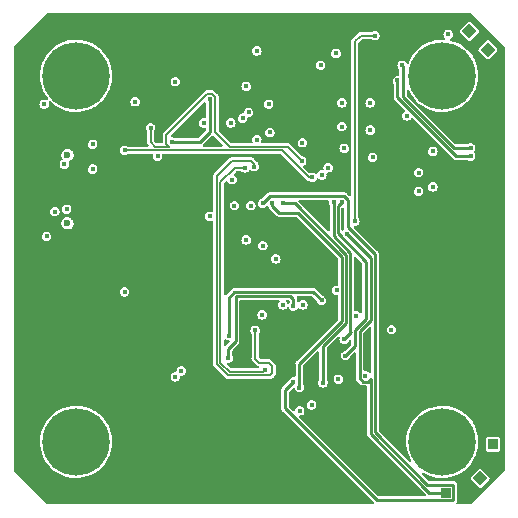
<source format=gbr>
%TF.GenerationSoftware,KiCad,Pcbnew,(6.0.7)*%
%TF.CreationDate,2025-06-09T21:53:25+08:00*%
%TF.ProjectId,ESP32-S3-MINI-1-N8_V6,45535033-322d-4533-932d-4d494e492d31,rev?*%
%TF.SameCoordinates,PX6a24da0PY78114e0*%
%TF.FileFunction,Copper,L2,Inr*%
%TF.FilePolarity,Positive*%
%FSLAX46Y46*%
G04 Gerber Fmt 4.6, Leading zero omitted, Abs format (unit mm)*
G04 Created by KiCad (PCBNEW (6.0.7)) date 2025-06-09 21:53:25*
%MOMM*%
%LPD*%
G01*
G04 APERTURE LIST*
G04 Aperture macros list*
%AMRotRect*
0 Rectangle, with rotation*
0 The origin of the aperture is its center*
0 $1 length*
0 $2 width*
0 $3 Rotation angle, in degrees counterclockwise*
0 Add horizontal line*
21,1,$1,$2,0,0,$3*%
G04 Aperture macros list end*
%TA.AperFunction,ComponentPad*%
%ADD10C,5.700000*%
%TD*%
%TA.AperFunction,ComponentPad*%
%ADD11R,0.850000X0.850000*%
%TD*%
%TA.AperFunction,ComponentPad*%
%ADD12RotRect,0.850000X0.850000X45.000000*%
%TD*%
%TA.AperFunction,ComponentPad*%
%ADD13C,0.600000*%
%TD*%
%TA.AperFunction,ViaPad*%
%ADD14C,0.400000*%
%TD*%
%TA.AperFunction,Conductor*%
%ADD15C,0.200000*%
%TD*%
%TA.AperFunction,Conductor*%
%ADD16C,0.250000*%
%TD*%
G04 APERTURE END LIST*
D10*
%TO.N,N/C*%
%TO.C,REF\u002A\u002A*%
X36500000Y36500000D03*
%TD*%
%TO.N,N/C*%
%TO.C,REF\u002A\u002A*%
X36500000Y5500000D03*
%TD*%
%TO.N,N/C*%
%TO.C,REF\u002A\u002A*%
X5500000Y5500000D03*
%TD*%
D11*
%TO.N,/INDEX*%
%TO.C,J3*%
X40800000Y5300000D03*
%TD*%
D12*
%TO.N,/DIAG*%
%TO.C,J4*%
X39700000Y2400000D03*
%TD*%
D13*
%TO.N,*%
%TO.C,USB1*%
X4767500Y29790000D03*
X4767500Y24010000D03*
%TD*%
D11*
%TO.N,Net-(J1-Pad1)*%
%TO.C,J1*%
X36800000Y1200000D03*
%TD*%
D12*
%TO.N,/UART0_TX*%
%TO.C,J2*%
X40370000Y38700000D03*
%TD*%
%TO.N,/UART0_RX*%
%TO.C,J5*%
X38780000Y40260000D03*
%TD*%
D10*
%TO.N,N/C*%
%TO.C,REF\u002A\u002A*%
X5500000Y36500000D03*
%TD*%
D14*
%TO.N,GND*%
X24660000Y30830000D03*
X27700000Y10800000D03*
X21250000Y16250000D03*
X10500000Y34300000D03*
X9600000Y18200000D03*
X6900000Y30700000D03*
X29210000Y16190000D03*
%TO.N,/24V*%
X23000000Y17100000D03*
X14400000Y11500000D03*
X27550000Y18340000D03*
X13900000Y11000000D03*
%TO.N,/3V3*%
X35700000Y27100000D03*
X35700000Y30100000D03*
X30000000Y11100000D03*
X13900000Y36000000D03*
X37000000Y40000000D03*
%TO.N,/5V*%
X22400000Y21000000D03*
X12400000Y29700000D03*
X16800000Y24600000D03*
%TO.N,/ESP32_EN*%
X30800000Y39900000D03*
X29100000Y24200000D03*
%TO.N,Net-(J1-Pad1)*%
X28400000Y23100000D03*
%TO.N,/INDEX*%
X25440000Y8620000D03*
%TO.N,/DIAG*%
X24430000Y8140000D03*
%TO.N,/5V_USB*%
X3700000Y25000000D03*
X4500000Y29000000D03*
%TO.N,/GPIO3*%
X16800000Y34500000D03*
X13600000Y30900000D03*
%TO.N,/GPIO45*%
X32700000Y36100000D03*
X38900000Y29700000D03*
%TO.N,/GPIO46*%
X33100000Y37400000D03*
X38900000Y30400000D03*
%TO.N,Net-(R1-Pad1)*%
X3000000Y22900000D03*
X4700000Y25200000D03*
%TO.N,/MISO*%
X20300000Y25500000D03*
X30600000Y29600000D03*
%TO.N,/CS*%
X33500000Y33100000D03*
X18900000Y25500000D03*
%TO.N,/M13*%
X24700000Y17100000D03*
X32200000Y15000000D03*
%TO.N,/BRB*%
X23900000Y17000000D03*
X18400000Y12600000D03*
%TO.N,/BRA*%
X18412604Y14500000D03*
X26280000Y17480000D03*
%TO.N,/SCLK*%
X19900000Y22600000D03*
X34500000Y28300000D03*
%TO.N,/MOSI*%
X21302421Y22112579D03*
X34502421Y26712579D03*
%TO.N,/MCU_USB_D_P*%
X25500000Y27900000D03*
X9600000Y30200000D03*
%TO.N,/MCU_USB_D_N*%
X11800000Y32100000D03*
X24600000Y29300000D03*
%TO.N,/DIR*%
X27300000Y25800000D03*
X28200000Y14200000D03*
%TO.N,/STP*%
X28300000Y12800000D03*
X28000000Y25800000D03*
%TO.N,/GPIO1*%
X20800000Y38600000D03*
%TO.N,/GPIO2*%
X19900000Y35600000D03*
%TO.N,/GPIO4*%
X20100000Y33400000D03*
%TO.N,/GPIO5*%
X19600000Y32900000D03*
%TO.N,/GPIO12*%
X18700000Y27700000D03*
%TO.N,/GPIO13*%
X21800000Y34100000D03*
%TO.N,/GPIO14*%
X21900000Y31700000D03*
%TO.N,/GPIO6*%
X16300000Y32500000D03*
%TO.N,/GPIO7*%
X18600000Y32500000D03*
%TO.N,/GPIO21*%
X26300000Y28100000D03*
%TO.N,/GPIO48*%
X28200000Y30360000D03*
%TO.N,/GPIO8*%
X26200000Y37400000D03*
%TO.N,/GPIO42*%
X30400000Y34200000D03*
%TO.N,/GPIO41*%
X28000000Y34200000D03*
%TO.N,/GPIO40*%
X28000000Y32200000D03*
%TO.N,/GPIO39*%
X30400000Y31900000D03*
%TO.N,/GPIO34*%
X27500000Y38400000D03*
%TO.N,/GPIO33*%
X26840000Y28710000D03*
%TO.N,/GPIO9*%
X20800000Y31100000D03*
%TO.N,/TXD1*%
X26400000Y10500000D03*
X23000000Y25700000D03*
%TO.N,/MS2*%
X24400000Y10100000D03*
X22100000Y25700000D03*
%TO.N,/MS1*%
X21300000Y25700000D03*
X23900000Y10600000D03*
%TO.N,/Spread*%
X21500000Y11600000D03*
X19800000Y28700000D03*
%TO.N,/TMC_EN*%
X20600000Y28800000D03*
X20650000Y14960000D03*
%TO.N,Net-(R13-Pad1)*%
X6900000Y28600000D03*
X2800000Y34100000D03*
%TD*%
D15*
%TO.N,/ESP32_EN*%
X29100000Y24200000D02*
X29100000Y39400000D01*
X29500000Y39800000D02*
X29600000Y39900000D01*
X29100000Y39400000D02*
X29500000Y39800000D01*
X29600000Y39900000D02*
X30800000Y39900000D01*
D16*
%TO.N,Net-(J1-Pad1)*%
X36800000Y1200000D02*
X35400000Y1200000D01*
X35400000Y1200000D02*
X30445000Y6155000D01*
X30205036Y10605000D02*
X29794964Y10605000D01*
X30445000Y6155000D02*
X30445000Y10844964D01*
X30445000Y21055000D02*
X28400000Y23100000D01*
X30445000Y10844964D02*
X30205036Y10605000D01*
X29794964Y10605000D02*
X29505000Y10894964D01*
X29505000Y10894964D02*
X29505000Y14915000D01*
X29505000Y14915000D02*
X30445000Y15855000D01*
X30445000Y15855000D02*
X30445000Y21055000D01*
%TO.N,/GPIO3*%
X13600000Y30900000D02*
X16000000Y30900000D01*
X16000000Y30900000D02*
X16800000Y31700000D01*
X16800000Y31700000D02*
X16800000Y34500000D01*
%TO.N,/GPIO45*%
X32700000Y34700000D02*
X32700000Y36100000D01*
X37700000Y29700000D02*
X32700000Y34700000D01*
X38900000Y29700000D02*
X37700000Y29700000D01*
%TO.N,/GPIO46*%
X37480832Y30400000D02*
X33195000Y34685832D01*
X33195000Y37305000D02*
X33100000Y37400000D01*
X38900000Y30400000D02*
X37480832Y30400000D01*
X33195000Y34685832D02*
X33195000Y37305000D01*
%TO.N,/BRB*%
X19040832Y17860000D02*
X19000000Y17819168D01*
X18400000Y13400000D02*
X18400000Y12600000D01*
X19000000Y14000000D02*
X18400000Y13400000D01*
X23900000Y17000000D02*
X23900000Y17600000D01*
X23900000Y17600000D02*
X23640000Y17860000D01*
X19000000Y17819168D02*
X19000000Y14000000D01*
X23640000Y17860000D02*
X19040832Y17860000D01*
%TO.N,/BRA*%
X18412604Y17712604D02*
X18412604Y14500000D01*
X18900000Y18200000D02*
X18412604Y17712604D01*
X26280000Y17480000D02*
X25560000Y18200000D01*
X25560000Y18200000D02*
X18900000Y18200000D01*
D15*
%TO.N,/MCU_USB_D_P*%
X22900000Y30200000D02*
X25200000Y27900000D01*
X25200000Y27900000D02*
X25500000Y27900000D01*
X9600000Y30200000D02*
X22900000Y30200000D01*
%TO.N,/MCU_USB_D_N*%
X23400000Y30500000D02*
X24600000Y29300000D01*
X11800000Y32100000D02*
X11800000Y30900000D01*
X12200000Y30500000D02*
X13335319Y30500000D01*
X11800000Y30900000D02*
X12200000Y30500000D01*
X13335319Y30500000D02*
X13130000Y30705319D01*
X13130000Y30705319D02*
X13130000Y31494681D01*
X16994681Y34970000D02*
X17270000Y34694681D01*
X16605319Y34970000D02*
X16994681Y34970000D01*
X17270000Y31724523D02*
X18494523Y30500000D01*
X17270000Y34694681D02*
X17270000Y31724523D01*
X18494523Y30500000D02*
X23400000Y30500000D01*
X13130000Y31494681D02*
X16605319Y34970000D01*
D16*
%TO.N,/DIR*%
X28715000Y14825000D02*
X28715000Y21485000D01*
X28770000Y14770000D02*
X28715000Y14825000D01*
X27300000Y22900000D02*
X27300000Y25800000D01*
X28715000Y21485000D02*
X27300000Y22900000D01*
X28200000Y14200000D02*
X28770000Y14770000D01*
%TO.N,/STP*%
X28300000Y12800000D02*
X29110000Y13610000D01*
X30030000Y20769964D02*
X27640000Y23159964D01*
X27640000Y23159964D02*
X27640000Y25440000D01*
X29110000Y13610000D02*
X29110000Y15000832D01*
X29110000Y15000832D02*
X30030000Y15920832D01*
X30030000Y15920832D02*
X30030000Y20769964D01*
X27640000Y25440000D02*
X28000000Y25800000D01*
%TO.N,/TXD1*%
X28375000Y21315000D02*
X28375000Y15575000D01*
X28375000Y15575000D02*
X26400000Y13600000D01*
X26400000Y13600000D02*
X26400000Y10500000D01*
X23000000Y25700000D02*
X23990000Y25700000D01*
X23990000Y25700000D02*
X28375000Y21315000D01*
%TO.N,/MS2*%
X24400000Y12119168D02*
X28035000Y15754168D01*
X28035000Y21174168D02*
X24319168Y24890000D01*
X24319168Y24890000D02*
X22700000Y24890000D01*
X22700000Y24890000D02*
X22100000Y25490000D01*
X28035000Y15754168D02*
X28035000Y21174168D01*
X24400000Y10100000D02*
X24400000Y12119168D01*
X22100000Y25490000D02*
X22100000Y25700000D01*
%TO.N,/MS1*%
X28495000Y26005036D02*
X28205036Y26295000D01*
X30785000Y6295832D02*
X30785000Y21415036D01*
X23900000Y10600000D02*
X23170000Y9870000D01*
X28205036Y26295000D02*
X21895000Y26295000D01*
X30785000Y21415036D02*
X28495000Y23705036D01*
X37440000Y560000D02*
X37440000Y1840000D01*
X23170000Y8340000D02*
X30950000Y560000D01*
X28495000Y23705036D02*
X28495000Y26005036D01*
X21895000Y26295000D02*
X21300000Y25700000D01*
X37440000Y1840000D02*
X35240832Y1840000D01*
X30950000Y560000D02*
X37440000Y560000D01*
X35240832Y1840000D02*
X30785000Y6295832D01*
X23170000Y9870000D02*
X23170000Y8340000D01*
D15*
%TO.N,/Spread*%
X17700000Y27489878D02*
X17700000Y12210122D01*
X18490122Y11420000D02*
X21320000Y11420000D01*
X17700000Y12210122D02*
X18490122Y11420000D01*
X19800000Y28700000D02*
X18910122Y28700000D01*
X21320000Y11420000D02*
X21500000Y11600000D01*
X18910122Y28700000D02*
X17700000Y27489878D01*
%TO.N,/TMC_EN*%
X22100000Y11300000D02*
X21930000Y11130000D01*
X21000000Y12200000D02*
X21800000Y12200000D01*
X18370000Y11130000D02*
X17400000Y12100000D01*
X18700000Y29300000D02*
X20300000Y29300000D01*
X20650000Y12550000D02*
X21000000Y12200000D01*
X21930000Y11130000D02*
X18370000Y11130000D01*
X22100000Y11900000D02*
X22100000Y11300000D01*
X17400000Y28000000D02*
X18700000Y29300000D01*
X20300000Y29300000D02*
X20600000Y29000000D01*
X21800000Y12200000D02*
X22100000Y11900000D01*
X20650000Y14960000D02*
X20650000Y12550000D01*
X20600000Y29000000D02*
X20600000Y28800000D01*
X17400000Y12100000D02*
X17400000Y28000000D01*
%TD*%
%TA.AperFunction,NonConductor*%
G36*
X28115445Y25358376D02*
G01*
X28158710Y25315111D01*
X28169500Y25270166D01*
X28169500Y23723570D01*
X28169123Y23714941D01*
X28165736Y23676229D01*
X28167978Y23667862D01*
X28175796Y23638687D01*
X28177666Y23630253D01*
X28184412Y23591991D01*
X28188742Y23584491D01*
X28190740Y23579002D01*
X28193205Y23573717D01*
X28195446Y23565352D01*
X28200413Y23558259D01*
X28201993Y23554870D01*
X28209450Y23494141D01*
X28179787Y23440627D01*
X28170458Y23432937D01*
X28168600Y23431587D01*
X28161658Y23428050D01*
X28134504Y23400896D01*
X28079987Y23373119D01*
X28019555Y23382690D01*
X27976290Y23425955D01*
X27965500Y23470900D01*
X27965500Y25264166D01*
X27984407Y25322357D01*
X27994496Y25334170D01*
X28000496Y25340170D01*
X28055013Y25367947D01*
X28115445Y25358376D01*
G37*
%TD.AperFunction*%
%TA.AperFunction,NonConductor*%
G36*
X26863631Y25950593D02*
G01*
X26899595Y25901093D01*
X26903221Y25855013D01*
X26897297Y25817609D01*
X26894508Y25800000D01*
X26895727Y25792303D01*
X26905373Y25731403D01*
X26914354Y25674696D01*
X26959728Y25585646D01*
X26963710Y25577830D01*
X26974500Y25532885D01*
X26974500Y23414835D01*
X26955593Y23356644D01*
X26906093Y23320680D01*
X26844907Y23320680D01*
X26805496Y23344831D01*
X24349830Y25800496D01*
X24322053Y25855013D01*
X24331624Y25915445D01*
X24374889Y25958710D01*
X24419834Y25969500D01*
X26805440Y25969500D01*
X26863631Y25950593D01*
G37*
%TD.AperFunction*%
%TA.AperFunction,NonConductor*%
G36*
X29209504Y21130133D02*
G01*
X29675504Y20664133D01*
X29703281Y20609616D01*
X29704500Y20594129D01*
X29704500Y16500900D01*
X29685593Y16442709D01*
X29636093Y16406745D01*
X29574907Y16406745D01*
X29535496Y16430896D01*
X29448342Y16518050D01*
X29441405Y16521585D01*
X29441403Y16521586D01*
X29342244Y16572110D01*
X29342243Y16572110D01*
X29335304Y16575646D01*
X29327610Y16576865D01*
X29327609Y16576865D01*
X29217697Y16594273D01*
X29210000Y16595492D01*
X29202303Y16594273D01*
X29154987Y16586779D01*
X29094555Y16596351D01*
X29051290Y16639615D01*
X29040500Y16684560D01*
X29040500Y21060129D01*
X29059407Y21118320D01*
X29108907Y21154284D01*
X29170093Y21154284D01*
X29209504Y21130133D01*
G37*
%TD.AperFunction*%
%TA.AperFunction,NonConductor*%
G36*
X30405445Y15258376D02*
G01*
X30448710Y15215111D01*
X30459500Y15170166D01*
X30459500Y11445900D01*
X30440593Y11387709D01*
X30391093Y11351745D01*
X30329907Y11351745D01*
X30290496Y11375896D01*
X30238342Y11428050D01*
X30231405Y11431585D01*
X30231403Y11431586D01*
X30132244Y11482110D01*
X30132243Y11482110D01*
X30125304Y11485646D01*
X30117610Y11486865D01*
X30117609Y11486865D01*
X30007697Y11504273D01*
X30000000Y11505492D01*
X29992303Y11504273D01*
X29944987Y11496779D01*
X29884555Y11506351D01*
X29841290Y11549615D01*
X29830500Y11594560D01*
X29830500Y14739166D01*
X29849407Y14797357D01*
X29859496Y14809170D01*
X30290496Y15240170D01*
X30345013Y15267947D01*
X30405445Y15258376D01*
G37*
%TD.AperFunction*%
%TA.AperFunction,NonConductor*%
G36*
X27756898Y14399829D02*
G01*
X27800163Y14356564D01*
X27809734Y14296133D01*
X27794508Y14200000D01*
X27795727Y14192303D01*
X27803647Y14142301D01*
X27814354Y14074696D01*
X27817890Y14067757D01*
X27817890Y14067756D01*
X27867092Y13971193D01*
X27871950Y13961658D01*
X27961658Y13871950D01*
X27968595Y13868415D01*
X27968597Y13868414D01*
X28053908Y13824946D01*
X28074696Y13814354D01*
X28082390Y13813135D01*
X28082391Y13813135D01*
X28192303Y13795727D01*
X28200000Y13794508D01*
X28207697Y13795727D01*
X28317609Y13813135D01*
X28317610Y13813135D01*
X28325304Y13814354D01*
X28346092Y13824946D01*
X28431403Y13868414D01*
X28431405Y13868415D01*
X28438342Y13871950D01*
X28528050Y13961658D01*
X28532909Y13971193D01*
X28582110Y14067756D01*
X28582110Y14067757D01*
X28585646Y14074696D01*
X28587719Y14087784D01*
X28615497Y14142301D01*
X28670013Y14170078D01*
X28730445Y14160506D01*
X28773710Y14117242D01*
X28784500Y14072297D01*
X28784500Y13785834D01*
X28765593Y13727643D01*
X28755504Y13715830D01*
X28257592Y13217918D01*
X28203076Y13190141D01*
X28182390Y13186865D01*
X28182388Y13186864D01*
X28174696Y13185646D01*
X28167757Y13182110D01*
X28167756Y13182110D01*
X28068597Y13131586D01*
X28068595Y13131585D01*
X28061658Y13128050D01*
X27971950Y13038342D01*
X27968415Y13031405D01*
X27968414Y13031403D01*
X27917890Y12932244D01*
X27914354Y12925304D01*
X27913135Y12917610D01*
X27913135Y12917609D01*
X27900581Y12838342D01*
X27894508Y12800000D01*
X27895727Y12792303D01*
X27910348Y12699991D01*
X27914354Y12674696D01*
X27917890Y12667757D01*
X27917890Y12667756D01*
X27959790Y12585524D01*
X27971950Y12561658D01*
X28061658Y12471950D01*
X28068595Y12468415D01*
X28068597Y12468414D01*
X28166620Y12418469D01*
X28174696Y12414354D01*
X28182390Y12413135D01*
X28182391Y12413135D01*
X28292303Y12395727D01*
X28300000Y12394508D01*
X28307697Y12395727D01*
X28417609Y12413135D01*
X28417610Y12413135D01*
X28425304Y12414354D01*
X28433380Y12418469D01*
X28531403Y12468414D01*
X28531405Y12468415D01*
X28538342Y12471950D01*
X28628050Y12561658D01*
X28640211Y12585524D01*
X28682110Y12667756D01*
X28682110Y12667757D01*
X28685646Y12674696D01*
X28690141Y12703076D01*
X28717918Y12757592D01*
X29010496Y13050170D01*
X29065013Y13077947D01*
X29125445Y13068376D01*
X29168710Y13025111D01*
X29179500Y12980166D01*
X29179500Y10913498D01*
X29179123Y10904869D01*
X29175736Y10866157D01*
X29185394Y10830117D01*
X29185796Y10828615D01*
X29187666Y10820181D01*
X29194412Y10781919D01*
X29198742Y10774420D01*
X29200738Y10768935D01*
X29203204Y10763648D01*
X29205446Y10755280D01*
X29226013Y10725908D01*
X29227732Y10723453D01*
X29232371Y10716172D01*
X29251806Y10682509D01*
X29264390Y10671950D01*
X29281571Y10657533D01*
X29287939Y10651699D01*
X29551695Y10387943D01*
X29557529Y10381576D01*
X29582509Y10351806D01*
X29605830Y10338342D01*
X29616169Y10332373D01*
X29623453Y10327732D01*
X29655280Y10305446D01*
X29663648Y10303204D01*
X29668935Y10300738D01*
X29674420Y10298742D01*
X29681919Y10294412D01*
X29690445Y10292909D01*
X29690447Y10292908D01*
X29720180Y10287666D01*
X29728614Y10285796D01*
X29766157Y10275736D01*
X29774786Y10276491D01*
X29804869Y10279123D01*
X29813498Y10279500D01*
X30020500Y10279500D01*
X30078691Y10260593D01*
X30114655Y10211093D01*
X30119500Y10180500D01*
X30119500Y6173534D01*
X30119123Y6164905D01*
X30115736Y6126193D01*
X30117978Y6117826D01*
X30125796Y6088651D01*
X30127666Y6080217D01*
X30134412Y6041955D01*
X30138742Y6034456D01*
X30140738Y6028971D01*
X30143204Y6023684D01*
X30145446Y6015316D01*
X30166013Y5985944D01*
X30167732Y5983489D01*
X30172371Y5976208D01*
X30191806Y5942545D01*
X30213249Y5924552D01*
X30221571Y5917569D01*
X30227939Y5911735D01*
X35085170Y1054504D01*
X35112947Y999987D01*
X35103376Y939555D01*
X35060111Y896290D01*
X35015166Y885500D01*
X31125834Y885500D01*
X31067643Y904407D01*
X31055830Y914496D01*
X24399758Y7570568D01*
X24371981Y7625085D01*
X24381552Y7685517D01*
X24424817Y7728782D01*
X24454273Y7738352D01*
X24502148Y7745935D01*
X24547609Y7753135D01*
X24547610Y7753135D01*
X24555304Y7754354D01*
X24562244Y7757890D01*
X24661403Y7808414D01*
X24661405Y7808415D01*
X24668342Y7811950D01*
X24758050Y7901658D01*
X24815646Y8014696D01*
X24829123Y8099784D01*
X24834273Y8132303D01*
X24835492Y8140000D01*
X24834273Y8147697D01*
X24816865Y8257609D01*
X24816865Y8257610D01*
X24815646Y8265304D01*
X24799264Y8297456D01*
X24761586Y8371403D01*
X24761585Y8371405D01*
X24758050Y8378342D01*
X24668342Y8468050D01*
X24661405Y8471585D01*
X24661403Y8471586D01*
X24562244Y8522110D01*
X24562243Y8522110D01*
X24555304Y8525646D01*
X24547610Y8526865D01*
X24547609Y8526865D01*
X24437697Y8544273D01*
X24430000Y8545492D01*
X24422303Y8544273D01*
X24312391Y8526865D01*
X24312390Y8526865D01*
X24304696Y8525646D01*
X24297757Y8522110D01*
X24297756Y8522110D01*
X24198597Y8471586D01*
X24198595Y8471585D01*
X24191658Y8468050D01*
X24101950Y8378342D01*
X24098415Y8371405D01*
X24098414Y8371403D01*
X24060736Y8297456D01*
X24044354Y8265304D01*
X24043135Y8257610D01*
X24043135Y8257609D01*
X24028353Y8164275D01*
X24000576Y8109759D01*
X23946059Y8081981D01*
X23885627Y8091552D01*
X23860568Y8109758D01*
X23524496Y8445830D01*
X23496719Y8500347D01*
X23495500Y8515834D01*
X23495500Y8620000D01*
X25034508Y8620000D01*
X25035727Y8612303D01*
X25044794Y8555059D01*
X25054354Y8494696D01*
X25057890Y8487757D01*
X25057890Y8487756D01*
X25106526Y8392304D01*
X25111950Y8381658D01*
X25201658Y8291950D01*
X25208595Y8288415D01*
X25208597Y8288414D01*
X25289549Y8247167D01*
X25314696Y8234354D01*
X25322390Y8233135D01*
X25322391Y8233135D01*
X25432303Y8215727D01*
X25440000Y8214508D01*
X25447697Y8215727D01*
X25557609Y8233135D01*
X25557610Y8233135D01*
X25565304Y8234354D01*
X25590451Y8247167D01*
X25671403Y8288414D01*
X25671405Y8288415D01*
X25678342Y8291950D01*
X25768050Y8381658D01*
X25773475Y8392304D01*
X25822110Y8487756D01*
X25822110Y8487757D01*
X25825646Y8494696D01*
X25835207Y8555059D01*
X25844273Y8612303D01*
X25845492Y8620000D01*
X25825646Y8745304D01*
X25768050Y8858342D01*
X25678342Y8948050D01*
X25671405Y8951585D01*
X25671403Y8951586D01*
X25572244Y9002110D01*
X25572243Y9002110D01*
X25565304Y9005646D01*
X25557610Y9006865D01*
X25557609Y9006865D01*
X25447697Y9024273D01*
X25440000Y9025492D01*
X25432303Y9024273D01*
X25322391Y9006865D01*
X25322390Y9006865D01*
X25314696Y9005646D01*
X25307757Y9002110D01*
X25307756Y9002110D01*
X25208597Y8951586D01*
X25208595Y8951585D01*
X25201658Y8948050D01*
X25111950Y8858342D01*
X25054354Y8745304D01*
X25034508Y8620000D01*
X23495500Y8620000D01*
X23495500Y9694166D01*
X23514407Y9752357D01*
X23524496Y9764170D01*
X23838771Y10078445D01*
X23893288Y10106222D01*
X23953720Y10096651D01*
X23996985Y10053386D01*
X24006556Y10023929D01*
X24013032Y9983045D01*
X24014354Y9974696D01*
X24017890Y9967757D01*
X24017890Y9967756D01*
X24053022Y9898807D01*
X24071950Y9861658D01*
X24161658Y9771950D01*
X24168595Y9768415D01*
X24168597Y9768414D01*
X24267756Y9717890D01*
X24274696Y9714354D01*
X24282390Y9713135D01*
X24282391Y9713135D01*
X24392303Y9695727D01*
X24400000Y9694508D01*
X24407697Y9695727D01*
X24517609Y9713135D01*
X24517610Y9713135D01*
X24525304Y9714354D01*
X24532244Y9717890D01*
X24631403Y9768414D01*
X24631405Y9768415D01*
X24638342Y9771950D01*
X24728050Y9861658D01*
X24746979Y9898807D01*
X24782110Y9967756D01*
X24782110Y9967757D01*
X24785646Y9974696D01*
X24786969Y9983045D01*
X24804273Y10092303D01*
X24805492Y10100000D01*
X24802659Y10117890D01*
X24786865Y10217609D01*
X24786865Y10217610D01*
X24785646Y10225304D01*
X24759950Y10275736D01*
X24736290Y10322170D01*
X24725500Y10367115D01*
X24725500Y11943334D01*
X24744407Y12001525D01*
X24754496Y12013338D01*
X25905496Y13164338D01*
X25960013Y13192115D01*
X26020445Y13182544D01*
X26063710Y13139279D01*
X26074500Y13094334D01*
X26074500Y10767115D01*
X26063710Y10722170D01*
X26060652Y10716169D01*
X26029357Y10654748D01*
X26014354Y10625304D01*
X26013135Y10617610D01*
X26013135Y10617609D01*
X25995727Y10507697D01*
X25994508Y10500000D01*
X25995727Y10492303D01*
X25998079Y10477456D01*
X26014354Y10374696D01*
X26017890Y10367757D01*
X26017890Y10367756D01*
X26063635Y10277978D01*
X26071950Y10261658D01*
X26161658Y10171950D01*
X26168595Y10168415D01*
X26168597Y10168414D01*
X26267756Y10117890D01*
X26274696Y10114354D01*
X26282390Y10113135D01*
X26282391Y10113135D01*
X26392303Y10095727D01*
X26400000Y10094508D01*
X26407697Y10095727D01*
X26517609Y10113135D01*
X26517610Y10113135D01*
X26525304Y10114354D01*
X26532244Y10117890D01*
X26631403Y10168414D01*
X26631405Y10168415D01*
X26638342Y10171950D01*
X26728050Y10261658D01*
X26736366Y10277978D01*
X26782110Y10367756D01*
X26782110Y10367757D01*
X26785646Y10374696D01*
X26801922Y10477456D01*
X26804273Y10492303D01*
X26805492Y10500000D01*
X26804273Y10507697D01*
X26786865Y10617609D01*
X26786865Y10617610D01*
X26785646Y10625304D01*
X26770644Y10654748D01*
X26739348Y10716169D01*
X26736290Y10722170D01*
X26725500Y10767115D01*
X26725500Y10800000D01*
X27294508Y10800000D01*
X27295727Y10792303D01*
X27313117Y10682509D01*
X27314354Y10674696D01*
X27317890Y10667757D01*
X27317890Y10667756D01*
X27339521Y10625304D01*
X27371950Y10561658D01*
X27461658Y10471950D01*
X27468595Y10468415D01*
X27468597Y10468414D01*
X27567756Y10417890D01*
X27574696Y10414354D01*
X27582390Y10413135D01*
X27582391Y10413135D01*
X27692303Y10395727D01*
X27700000Y10394508D01*
X27707697Y10395727D01*
X27817609Y10413135D01*
X27817610Y10413135D01*
X27825304Y10414354D01*
X27832244Y10417890D01*
X27931403Y10468414D01*
X27931405Y10468415D01*
X27938342Y10471950D01*
X28028050Y10561658D01*
X28060480Y10625304D01*
X28082110Y10667756D01*
X28082110Y10667757D01*
X28085646Y10674696D01*
X28086884Y10682509D01*
X28104273Y10792303D01*
X28105492Y10800000D01*
X28098732Y10842680D01*
X28086865Y10917609D01*
X28086865Y10917610D01*
X28085646Y10925304D01*
X28070337Y10955349D01*
X28031586Y11031403D01*
X28031585Y11031405D01*
X28028050Y11038342D01*
X27938342Y11128050D01*
X27931405Y11131585D01*
X27931403Y11131586D01*
X27832244Y11182110D01*
X27832243Y11182110D01*
X27825304Y11185646D01*
X27817610Y11186865D01*
X27817609Y11186865D01*
X27707697Y11204273D01*
X27700000Y11205492D01*
X27692303Y11204273D01*
X27582391Y11186865D01*
X27582390Y11186865D01*
X27574696Y11185646D01*
X27567757Y11182110D01*
X27567756Y11182110D01*
X27468597Y11131586D01*
X27468595Y11131585D01*
X27461658Y11128050D01*
X27371950Y11038342D01*
X27368415Y11031405D01*
X27368414Y11031403D01*
X27329663Y10955349D01*
X27314354Y10925304D01*
X27313135Y10917610D01*
X27313135Y10917609D01*
X27301268Y10842680D01*
X27294508Y10800000D01*
X26725500Y10800000D01*
X26725500Y13424166D01*
X26744407Y13482357D01*
X26754496Y13494170D01*
X27641949Y14381623D01*
X27696466Y14409400D01*
X27756898Y14399829D01*
G37*
%TD.AperFunction*%
%TA.AperFunction,NonConductor*%
G36*
X16420445Y34263412D02*
G01*
X16463710Y34220147D01*
X16474500Y34175202D01*
X16474500Y32993768D01*
X16455593Y32935577D01*
X16406093Y32899613D01*
X16360013Y32895987D01*
X16307697Y32904273D01*
X16300000Y32905492D01*
X16292303Y32904273D01*
X16182391Y32886865D01*
X16182390Y32886865D01*
X16174696Y32885646D01*
X16167757Y32882110D01*
X16167756Y32882110D01*
X16068597Y32831586D01*
X16068595Y32831585D01*
X16061658Y32828050D01*
X15971950Y32738342D01*
X15914354Y32625304D01*
X15913135Y32617610D01*
X15913135Y32617609D01*
X15897341Y32517890D01*
X15894508Y32500000D01*
X15895727Y32492303D01*
X15905904Y32428050D01*
X15914354Y32374696D01*
X15917890Y32367757D01*
X15917890Y32367756D01*
X15939521Y32325304D01*
X15971950Y32261658D01*
X16061658Y32171950D01*
X16068595Y32168415D01*
X16068597Y32168414D01*
X16167756Y32117890D01*
X16174696Y32114354D01*
X16182390Y32113135D01*
X16182391Y32113135D01*
X16292303Y32095727D01*
X16300000Y32094508D01*
X16334676Y32100000D01*
X16360013Y32104013D01*
X16420445Y32094442D01*
X16463710Y32051177D01*
X16474500Y32006232D01*
X16474500Y31875834D01*
X16455593Y31817643D01*
X16445504Y31805830D01*
X15894170Y31254496D01*
X15839653Y31226719D01*
X15824166Y31225500D01*
X13867115Y31225500D01*
X13822170Y31236290D01*
X13732244Y31282110D01*
X13732243Y31282110D01*
X13725304Y31285646D01*
X13717610Y31286865D01*
X13717609Y31286865D01*
X13607697Y31304273D01*
X13600000Y31305492D01*
X13599878Y31305473D01*
X13545380Y31323180D01*
X13509416Y31372680D01*
X13509416Y31433866D01*
X13533567Y31473277D01*
X16305496Y34245206D01*
X16360013Y34272983D01*
X16420445Y34263412D01*
G37*
%TD.AperFunction*%
%TA.AperFunction,NonConductor*%
G36*
X17109884Y31452815D02*
G01*
X17134943Y31434609D01*
X17900048Y30669504D01*
X17927825Y30614987D01*
X17918254Y30554555D01*
X17874989Y30511290D01*
X17830044Y30500500D01*
X16301996Y30500500D01*
X16243805Y30519407D01*
X16207841Y30568907D01*
X16207841Y30630093D01*
X16226157Y30663135D01*
X16237430Y30676570D01*
X16243265Y30682939D01*
X16994935Y31434609D01*
X17049452Y31462386D01*
X17109884Y31452815D01*
G37*
%TD.AperFunction*%
%TA.AperFunction,NonConductor*%
G36*
X23522357Y17515593D02*
G01*
X23534170Y17505504D01*
X23545504Y17494170D01*
X23573281Y17439653D01*
X23574500Y17424166D01*
X23574500Y17267115D01*
X23563717Y17222185D01*
X23563334Y17221432D01*
X23520077Y17178162D01*
X23459646Y17168581D01*
X23405125Y17196351D01*
X23386967Y17225977D01*
X23385646Y17225304D01*
X23331586Y17331403D01*
X23331585Y17331405D01*
X23328050Y17338342D01*
X23300896Y17365496D01*
X23273119Y17420013D01*
X23282690Y17480445D01*
X23325955Y17523710D01*
X23370900Y17534500D01*
X23464166Y17534500D01*
X23522357Y17515593D01*
G37*
%TD.AperFunction*%
%TA.AperFunction,NonConductor*%
G36*
X18161942Y14181342D02*
G01*
X18162448Y14182039D01*
X18168756Y14177456D01*
X18174262Y14171950D01*
X18181199Y14168415D01*
X18181201Y14168414D01*
X18280360Y14117890D01*
X18287300Y14114354D01*
X18294994Y14113135D01*
X18294995Y14113135D01*
X18411979Y14094607D01*
X18466495Y14066830D01*
X18494273Y14012313D01*
X18484702Y13951881D01*
X18466496Y13926822D01*
X18182943Y13643269D01*
X18176576Y13637436D01*
X18163137Y13626159D01*
X18106407Y13603237D01*
X18047039Y13618038D01*
X18007709Y13664909D01*
X18000500Y13701996D01*
X18000500Y14106704D01*
X18019407Y14164895D01*
X18068907Y14200859D01*
X18130093Y14200859D01*
X18161942Y14181342D01*
G37*
%TD.AperFunction*%
%TA.AperFunction,NonConductor*%
G36*
X38934133Y41780593D02*
G01*
X38945946Y41770504D01*
X41770504Y38945946D01*
X41798281Y38891429D01*
X41799500Y38875942D01*
X41799500Y3124058D01*
X41780593Y3065867D01*
X41770504Y3054054D01*
X38945946Y229496D01*
X38891429Y201719D01*
X38875942Y200500D01*
X37779770Y200500D01*
X37721579Y219407D01*
X37685615Y268907D01*
X37685615Y330093D01*
X37694035Y349002D01*
X37703321Y365085D01*
X37713218Y379219D01*
X37720671Y388102D01*
X37720672Y388103D01*
X37726240Y394739D01*
X37733171Y413783D01*
X37740461Y429415D01*
X37750588Y446955D01*
X37754105Y466902D01*
X37758571Y483568D01*
X37762538Y494468D01*
X37765500Y502606D01*
X37765500Y1897394D01*
X37758569Y1916438D01*
X37754105Y1933098D01*
X37752092Y1944515D01*
X37750588Y1953045D01*
X37746258Y1960544D01*
X37746257Y1960548D01*
X37740461Y1970587D01*
X37733169Y1986225D01*
X37729204Y1997117D01*
X37729203Y1997118D01*
X37726240Y2005260D01*
X37713215Y2020784D01*
X37703326Y2034906D01*
X37693194Y2052455D01*
X37686560Y2058021D01*
X37686559Y2058023D01*
X37677675Y2065478D01*
X37665477Y2077675D01*
X37652455Y2093194D01*
X37644956Y2097523D01*
X37644953Y2097526D01*
X37634917Y2103320D01*
X37620781Y2113218D01*
X37611898Y2120671D01*
X37611897Y2120672D01*
X37605261Y2126240D01*
X37586217Y2133171D01*
X37570585Y2140461D01*
X37553045Y2150588D01*
X37533098Y2154105D01*
X37516432Y2158571D01*
X37505532Y2162538D01*
X37497394Y2165500D01*
X35416666Y2165500D01*
X35358475Y2184407D01*
X35346662Y2194496D01*
X35141158Y2400000D01*
X38894532Y2400000D01*
X38910092Y2321769D01*
X38943220Y2272189D01*
X39572189Y1643220D01*
X39621769Y1610092D01*
X39631328Y1608191D01*
X39631330Y1608190D01*
X39690437Y1596434D01*
X39700000Y1594532D01*
X39709563Y1596434D01*
X39768670Y1608190D01*
X39768672Y1608191D01*
X39778231Y1610092D01*
X39827811Y1643220D01*
X40456780Y2272189D01*
X40489908Y2321769D01*
X40505468Y2400000D01*
X40503566Y2409563D01*
X40491810Y2468670D01*
X40491809Y2468672D01*
X40489908Y2478231D01*
X40456780Y2527811D01*
X39827811Y3156780D01*
X39778231Y3189908D01*
X39768672Y3191809D01*
X39768670Y3191810D01*
X39709563Y3203566D01*
X39700000Y3205468D01*
X39690437Y3203566D01*
X39631330Y3191810D01*
X39631328Y3191809D01*
X39621769Y3189908D01*
X39572189Y3156780D01*
X38943220Y2527811D01*
X38910092Y2478231D01*
X38908191Y2468672D01*
X38908190Y2468670D01*
X38896434Y2409563D01*
X38894532Y2400000D01*
X35141158Y2400000D01*
X34816238Y2724920D01*
X34788461Y2779437D01*
X34798032Y2839869D01*
X34841297Y2883134D01*
X34901729Y2892705D01*
X34935741Y2880661D01*
X34946706Y2874331D01*
X35120047Y2774252D01*
X35120053Y2774249D01*
X35122431Y2772876D01*
X35435005Y2636316D01*
X35437639Y2635501D01*
X35437638Y2635501D01*
X35758213Y2536266D01*
X35758222Y2536264D01*
X35760854Y2535449D01*
X36095916Y2471532D01*
X36436014Y2445363D01*
X36438766Y2445459D01*
X36438771Y2445459D01*
X36663906Y2453321D01*
X36776910Y2457267D01*
X37114355Y2507097D01*
X37117024Y2507802D01*
X37117028Y2507803D01*
X37441482Y2593527D01*
X37441485Y2593528D01*
X37444142Y2594230D01*
X37762161Y2717582D01*
X38064448Y2875614D01*
X38347236Y3066357D01*
X38349349Y3068155D01*
X38604895Y3285642D01*
X38604898Y3285645D01*
X38606999Y3287433D01*
X38840501Y3536087D01*
X38913549Y3633732D01*
X39043170Y3806999D01*
X39043176Y3807008D01*
X39044830Y3809219D01*
X39046226Y3811599D01*
X39046231Y3811606D01*
X39216041Y4101042D01*
X39217440Y4103426D01*
X39356179Y4415039D01*
X39395269Y4538266D01*
X39458486Y4737549D01*
X39458487Y4737555D01*
X39459319Y4740176D01*
X39482105Y4855252D01*
X40174500Y4855252D01*
X40186133Y4796769D01*
X40230448Y4730448D01*
X40296769Y4686133D01*
X40306332Y4684231D01*
X40306334Y4684230D01*
X40329005Y4679721D01*
X40355252Y4674500D01*
X41244748Y4674500D01*
X41270995Y4679721D01*
X41293666Y4684230D01*
X41293668Y4684231D01*
X41303231Y4686133D01*
X41369552Y4730448D01*
X41413867Y4796769D01*
X41425500Y4855252D01*
X41425500Y5744748D01*
X41413867Y5803231D01*
X41369552Y5869552D01*
X41303231Y5913867D01*
X41293668Y5915769D01*
X41293666Y5915770D01*
X41270995Y5920279D01*
X41244748Y5925500D01*
X40355252Y5925500D01*
X40329005Y5920279D01*
X40306334Y5915770D01*
X40306332Y5915769D01*
X40296769Y5913867D01*
X40230448Y5869552D01*
X40186133Y5803231D01*
X40174500Y5744748D01*
X40174500Y4855252D01*
X39482105Y4855252D01*
X39483460Y4862095D01*
X39525037Y5072074D01*
X39525038Y5072081D01*
X39525573Y5074783D01*
X39554116Y5414691D01*
X39555307Y5500000D01*
X39552769Y5545409D01*
X39536420Y5837818D01*
X39536266Y5840572D01*
X39502205Y6041955D01*
X39479841Y6174180D01*
X39479841Y6174182D01*
X39479381Y6176899D01*
X39385360Y6504789D01*
X39255375Y6820155D01*
X39091047Y7119066D01*
X39067337Y7152677D01*
X38896013Y7395545D01*
X38896009Y7395549D01*
X38894424Y7397797D01*
X38667956Y7652874D01*
X38665907Y7654719D01*
X38665903Y7654723D01*
X38416530Y7879260D01*
X38416524Y7879264D01*
X38414467Y7881117D01*
X38237579Y8007756D01*
X38139370Y8078067D01*
X38139365Y8078070D01*
X38137115Y8079681D01*
X38134698Y8081032D01*
X38134693Y8081035D01*
X37860361Y8234354D01*
X37839358Y8246092D01*
X37836810Y8247163D01*
X37836802Y8247167D01*
X37592397Y8349905D01*
X37524908Y8378275D01*
X37522266Y8379053D01*
X37522262Y8379054D01*
X37392161Y8417344D01*
X37197682Y8474582D01*
X37029721Y8504198D01*
X36864479Y8533335D01*
X36864471Y8533336D01*
X36861760Y8533814D01*
X36521330Y8555233D01*
X36518569Y8555098D01*
X36518565Y8555098D01*
X36228968Y8540934D01*
X36180633Y8538570D01*
X35843918Y8484034D01*
X35515379Y8392304D01*
X35362972Y8330727D01*
X35201675Y8265559D01*
X35201671Y8265557D01*
X35199114Y8264524D01*
X35196690Y8263213D01*
X35196685Y8263211D01*
X34901491Y8103601D01*
X34901482Y8103596D01*
X34899062Y8102287D01*
X34896800Y8100715D01*
X34896797Y8100713D01*
X34883616Y8091552D01*
X34618965Y7907615D01*
X34616881Y7905790D01*
X34616879Y7905789D01*
X34588697Y7881117D01*
X34362314Y7682933D01*
X34360453Y7680895D01*
X34360452Y7680894D01*
X34309491Y7625085D01*
X34132307Y7431044D01*
X33931811Y7155085D01*
X33763326Y6858497D01*
X33762237Y6855955D01*
X33762233Y6855948D01*
X33685039Y6675840D01*
X33628951Y6544977D01*
X33628155Y6542342D01*
X33628154Y6542338D01*
X33616014Y6502129D01*
X33530361Y6218431D01*
X33468785Y5882932D01*
X33468592Y5880174D01*
X33468592Y5880173D01*
X33458783Y5739890D01*
X33444991Y5542659D01*
X33459275Y5201854D01*
X33511459Y4864766D01*
X33600892Y4535595D01*
X33726461Y4218445D01*
X33727750Y4216020D01*
X33727755Y4216010D01*
X33873897Y3941159D01*
X33884522Y3880903D01*
X33857700Y3825910D01*
X33803676Y3797185D01*
X33743086Y3805700D01*
X33716481Y3824677D01*
X31139496Y6401662D01*
X31111719Y6456179D01*
X31110500Y6471666D01*
X31110500Y15000000D01*
X31794508Y15000000D01*
X31814354Y14874696D01*
X31817890Y14867757D01*
X31817890Y14867756D01*
X31862516Y14780174D01*
X31871950Y14761658D01*
X31961658Y14671950D01*
X31968595Y14668415D01*
X31968597Y14668414D01*
X32067756Y14617890D01*
X32074696Y14614354D01*
X32082390Y14613135D01*
X32082391Y14613135D01*
X32192303Y14595727D01*
X32200000Y14594508D01*
X32207697Y14595727D01*
X32317609Y14613135D01*
X32317610Y14613135D01*
X32325304Y14614354D01*
X32332244Y14617890D01*
X32431403Y14668414D01*
X32431405Y14668415D01*
X32438342Y14671950D01*
X32528050Y14761658D01*
X32537485Y14780174D01*
X32582110Y14867756D01*
X32582110Y14867757D01*
X32585646Y14874696D01*
X32605492Y15000000D01*
X32593200Y15077609D01*
X32586865Y15117609D01*
X32586865Y15117610D01*
X32585646Y15125304D01*
X32528050Y15238342D01*
X32438342Y15328050D01*
X32431405Y15331585D01*
X32431403Y15331586D01*
X32332244Y15382110D01*
X32332243Y15382110D01*
X32325304Y15385646D01*
X32317610Y15386865D01*
X32317609Y15386865D01*
X32207697Y15404273D01*
X32200000Y15405492D01*
X32192303Y15404273D01*
X32082391Y15386865D01*
X32082390Y15386865D01*
X32074696Y15385646D01*
X32067757Y15382110D01*
X32067756Y15382110D01*
X31968597Y15331586D01*
X31968595Y15331585D01*
X31961658Y15328050D01*
X31871950Y15238342D01*
X31814354Y15125304D01*
X31813135Y15117610D01*
X31813135Y15117609D01*
X31806800Y15077609D01*
X31794508Y15000000D01*
X31110500Y15000000D01*
X31110500Y21396502D01*
X31110877Y21405131D01*
X31113509Y21435214D01*
X31114264Y21443843D01*
X31104204Y21481386D01*
X31102334Y21489820D01*
X31097092Y21519553D01*
X31097091Y21519555D01*
X31095588Y21528081D01*
X31091258Y21535580D01*
X31089262Y21541065D01*
X31086796Y21546352D01*
X31084554Y21554720D01*
X31062268Y21586547D01*
X31057627Y21593831D01*
X31042523Y21619992D01*
X31038194Y21627491D01*
X31008429Y21652467D01*
X31002061Y21658301D01*
X29033639Y23626723D01*
X29005862Y23681240D01*
X29015433Y23741672D01*
X29058698Y23784937D01*
X29099136Y23794645D01*
X29100000Y23794508D01*
X29107697Y23795727D01*
X29217609Y23813135D01*
X29217610Y23813135D01*
X29225304Y23814354D01*
X29270171Y23837215D01*
X29331403Y23868414D01*
X29331405Y23868415D01*
X29338342Y23871950D01*
X29428050Y23961658D01*
X29432501Y23970392D01*
X29482110Y24067756D01*
X29482110Y24067757D01*
X29485646Y24074696D01*
X29492701Y24119236D01*
X29504273Y24192303D01*
X29505492Y24200000D01*
X29502658Y24217891D01*
X29486865Y24317609D01*
X29486865Y24317610D01*
X29485646Y24325304D01*
X29428050Y24438342D01*
X29422543Y24443849D01*
X29419406Y24448167D01*
X29400500Y24506356D01*
X29400500Y26712579D01*
X34096929Y26712579D01*
X34098148Y26704882D01*
X34113875Y26605588D01*
X34116775Y26587275D01*
X34120311Y26580336D01*
X34120311Y26580335D01*
X34155101Y26512057D01*
X34174371Y26474237D01*
X34264079Y26384529D01*
X34271016Y26380994D01*
X34271018Y26380993D01*
X34348176Y26341679D01*
X34377117Y26326933D01*
X34384811Y26325714D01*
X34384812Y26325714D01*
X34494724Y26308306D01*
X34502421Y26307087D01*
X34510118Y26308306D01*
X34620030Y26325714D01*
X34620031Y26325714D01*
X34627725Y26326933D01*
X34656666Y26341679D01*
X34733824Y26380993D01*
X34733826Y26380994D01*
X34740763Y26384529D01*
X34830471Y26474237D01*
X34849742Y26512057D01*
X34884531Y26580335D01*
X34884531Y26580336D01*
X34888067Y26587275D01*
X34890968Y26605588D01*
X34906694Y26704882D01*
X34907913Y26712579D01*
X34888067Y26837883D01*
X34884531Y26844823D01*
X34834007Y26943982D01*
X34834006Y26943984D01*
X34830471Y26950921D01*
X34740763Y27040629D01*
X34733826Y27044164D01*
X34733824Y27044165D01*
X34634665Y27094689D01*
X34634664Y27094689D01*
X34627725Y27098225D01*
X34620031Y27099444D01*
X34620030Y27099444D01*
X34616519Y27100000D01*
X35294508Y27100000D01*
X35314354Y26974696D01*
X35317890Y26967757D01*
X35317890Y26967756D01*
X35330004Y26943982D01*
X35371950Y26861658D01*
X35461658Y26771950D01*
X35468595Y26768415D01*
X35468597Y26768414D01*
X35563073Y26720276D01*
X35574696Y26714354D01*
X35582390Y26713135D01*
X35582391Y26713135D01*
X35692303Y26695727D01*
X35700000Y26694508D01*
X35707697Y26695727D01*
X35817609Y26713135D01*
X35817610Y26713135D01*
X35825304Y26714354D01*
X35836927Y26720276D01*
X35931403Y26768414D01*
X35931405Y26768415D01*
X35938342Y26771950D01*
X36028050Y26861658D01*
X36069997Y26943982D01*
X36082110Y26967756D01*
X36082110Y26967757D01*
X36085646Y26974696D01*
X36105492Y27100000D01*
X36085646Y27225304D01*
X36038471Y27317890D01*
X36031586Y27331403D01*
X36031585Y27331405D01*
X36028050Y27338342D01*
X35938342Y27428050D01*
X35931405Y27431585D01*
X35931403Y27431586D01*
X35832244Y27482110D01*
X35832243Y27482110D01*
X35825304Y27485646D01*
X35817610Y27486865D01*
X35817609Y27486865D01*
X35707697Y27504273D01*
X35700000Y27505492D01*
X35692303Y27504273D01*
X35582391Y27486865D01*
X35582390Y27486865D01*
X35574696Y27485646D01*
X35567757Y27482110D01*
X35567756Y27482110D01*
X35468597Y27431586D01*
X35468595Y27431585D01*
X35461658Y27428050D01*
X35371950Y27338342D01*
X35368415Y27331405D01*
X35368414Y27331403D01*
X35361529Y27317890D01*
X35314354Y27225304D01*
X35294508Y27100000D01*
X34616519Y27100000D01*
X34510118Y27116852D01*
X34502421Y27118071D01*
X34494724Y27116852D01*
X34384812Y27099444D01*
X34384811Y27099444D01*
X34377117Y27098225D01*
X34370178Y27094689D01*
X34370177Y27094689D01*
X34271018Y27044165D01*
X34271016Y27044164D01*
X34264079Y27040629D01*
X34174371Y26950921D01*
X34170836Y26943984D01*
X34170835Y26943982D01*
X34120311Y26844823D01*
X34116775Y26837883D01*
X34096929Y26712579D01*
X29400500Y26712579D01*
X29400500Y28300000D01*
X34094508Y28300000D01*
X34095727Y28292303D01*
X34112064Y28189157D01*
X34114354Y28174696D01*
X34117890Y28167757D01*
X34117890Y28167756D01*
X34156336Y28092303D01*
X34171950Y28061658D01*
X34261658Y27971950D01*
X34268595Y27968415D01*
X34268597Y27968414D01*
X34367756Y27917890D01*
X34374696Y27914354D01*
X34382390Y27913135D01*
X34382391Y27913135D01*
X34492303Y27895727D01*
X34500000Y27894508D01*
X34507697Y27895727D01*
X34617609Y27913135D01*
X34617610Y27913135D01*
X34625304Y27914354D01*
X34632244Y27917890D01*
X34731403Y27968414D01*
X34731405Y27968415D01*
X34738342Y27971950D01*
X34828050Y28061658D01*
X34843665Y28092303D01*
X34882110Y28167756D01*
X34882110Y28167757D01*
X34885646Y28174696D01*
X34887937Y28189157D01*
X34904273Y28292303D01*
X34905492Y28300000D01*
X34898547Y28343848D01*
X34886865Y28417609D01*
X34886865Y28417610D01*
X34885646Y28425304D01*
X34863587Y28468597D01*
X34831586Y28531403D01*
X34831585Y28531405D01*
X34828050Y28538342D01*
X34738342Y28628050D01*
X34731405Y28631585D01*
X34731403Y28631586D01*
X34632244Y28682110D01*
X34632243Y28682110D01*
X34625304Y28685646D01*
X34617610Y28686865D01*
X34617609Y28686865D01*
X34507697Y28704273D01*
X34500000Y28705492D01*
X34492303Y28704273D01*
X34382391Y28686865D01*
X34382390Y28686865D01*
X34374696Y28685646D01*
X34367757Y28682110D01*
X34367756Y28682110D01*
X34268597Y28631586D01*
X34268595Y28631585D01*
X34261658Y28628050D01*
X34171950Y28538342D01*
X34168415Y28531405D01*
X34168414Y28531403D01*
X34136413Y28468597D01*
X34114354Y28425304D01*
X34113135Y28417610D01*
X34113135Y28417609D01*
X34101453Y28343848D01*
X34094508Y28300000D01*
X29400500Y28300000D01*
X29400500Y29600000D01*
X30194508Y29600000D01*
X30195727Y29592303D01*
X30212623Y29485627D01*
X30214354Y29474696D01*
X30217890Y29467757D01*
X30217890Y29467756D01*
X30267325Y29370736D01*
X30271950Y29361658D01*
X30361658Y29271950D01*
X30368595Y29268415D01*
X30368597Y29268414D01*
X30467756Y29217890D01*
X30474696Y29214354D01*
X30482390Y29213135D01*
X30482391Y29213135D01*
X30592303Y29195727D01*
X30600000Y29194508D01*
X30607697Y29195727D01*
X30717609Y29213135D01*
X30717610Y29213135D01*
X30725304Y29214354D01*
X30732244Y29217890D01*
X30831403Y29268414D01*
X30831405Y29268415D01*
X30838342Y29271950D01*
X30928050Y29361658D01*
X30932676Y29370736D01*
X30982110Y29467756D01*
X30982110Y29467757D01*
X30985646Y29474696D01*
X30987378Y29485627D01*
X31004273Y29592303D01*
X31005492Y29600000D01*
X31003718Y29611202D01*
X30986865Y29717609D01*
X30986865Y29717610D01*
X30985646Y29725304D01*
X30938471Y29817890D01*
X30931586Y29831403D01*
X30931585Y29831405D01*
X30928050Y29838342D01*
X30838342Y29928050D01*
X30831405Y29931585D01*
X30831403Y29931586D01*
X30732244Y29982110D01*
X30732243Y29982110D01*
X30725304Y29985646D01*
X30717610Y29986865D01*
X30717609Y29986865D01*
X30607697Y30004273D01*
X30600000Y30005492D01*
X30592303Y30004273D01*
X30482391Y29986865D01*
X30482390Y29986865D01*
X30474696Y29985646D01*
X30467757Y29982110D01*
X30467756Y29982110D01*
X30368597Y29931586D01*
X30368595Y29931585D01*
X30361658Y29928050D01*
X30271950Y29838342D01*
X30268415Y29831405D01*
X30268414Y29831403D01*
X30261529Y29817890D01*
X30214354Y29725304D01*
X30213135Y29717610D01*
X30213135Y29717609D01*
X30196282Y29611202D01*
X30194508Y29600000D01*
X29400500Y29600000D01*
X29400500Y30100000D01*
X35294508Y30100000D01*
X35295727Y30092303D01*
X35312620Y29985646D01*
X35314354Y29974696D01*
X35317890Y29967757D01*
X35317890Y29967756D01*
X35367443Y29870504D01*
X35371950Y29861658D01*
X35461658Y29771950D01*
X35468595Y29768415D01*
X35468597Y29768414D01*
X35554644Y29724571D01*
X35574696Y29714354D01*
X35582390Y29713135D01*
X35582391Y29713135D01*
X35692303Y29695727D01*
X35700000Y29694508D01*
X35707697Y29695727D01*
X35817609Y29713135D01*
X35817610Y29713135D01*
X35825304Y29714354D01*
X35845356Y29724571D01*
X35931403Y29768414D01*
X35931405Y29768415D01*
X35938342Y29771950D01*
X36028050Y29861658D01*
X36032558Y29870504D01*
X36082110Y29967756D01*
X36082110Y29967757D01*
X36085646Y29974696D01*
X36087381Y29985646D01*
X36104273Y30092303D01*
X36105492Y30100000D01*
X36096954Y30153907D01*
X36086865Y30217609D01*
X36086865Y30217610D01*
X36085646Y30225304D01*
X36062887Y30269971D01*
X36031586Y30331403D01*
X36031585Y30331405D01*
X36028050Y30338342D01*
X35938342Y30428050D01*
X35931405Y30431585D01*
X35931403Y30431586D01*
X35832244Y30482110D01*
X35832243Y30482110D01*
X35825304Y30485646D01*
X35817610Y30486865D01*
X35817609Y30486865D01*
X35707697Y30504273D01*
X35700000Y30505492D01*
X35692303Y30504273D01*
X35582391Y30486865D01*
X35582390Y30486865D01*
X35574696Y30485646D01*
X35567757Y30482110D01*
X35567756Y30482110D01*
X35468597Y30431586D01*
X35468595Y30431585D01*
X35461658Y30428050D01*
X35371950Y30338342D01*
X35368415Y30331405D01*
X35368414Y30331403D01*
X35337113Y30269971D01*
X35314354Y30225304D01*
X35313135Y30217610D01*
X35313135Y30217609D01*
X35303046Y30153907D01*
X35294508Y30100000D01*
X29400500Y30100000D01*
X29400500Y31900000D01*
X29994508Y31900000D01*
X29995727Y31892303D01*
X30006339Y31825304D01*
X30014354Y31774696D01*
X30017890Y31767757D01*
X30017890Y31767756D01*
X30062716Y31679781D01*
X30071950Y31661658D01*
X30161658Y31571950D01*
X30168595Y31568415D01*
X30168597Y31568414D01*
X30266092Y31518738D01*
X30274696Y31514354D01*
X30282390Y31513135D01*
X30282391Y31513135D01*
X30392303Y31495727D01*
X30400000Y31494508D01*
X30407697Y31495727D01*
X30517609Y31513135D01*
X30517610Y31513135D01*
X30525304Y31514354D01*
X30533908Y31518738D01*
X30631403Y31568414D01*
X30631405Y31568415D01*
X30638342Y31571950D01*
X30728050Y31661658D01*
X30737285Y31679781D01*
X30782110Y31767756D01*
X30782110Y31767757D01*
X30785646Y31774696D01*
X30793662Y31825304D01*
X30804273Y31892303D01*
X30805492Y31900000D01*
X30798547Y31943848D01*
X30786865Y32017609D01*
X30786865Y32017610D01*
X30785646Y32025304D01*
X30764016Y32067756D01*
X30731586Y32131403D01*
X30731585Y32131405D01*
X30728050Y32138342D01*
X30638342Y32228050D01*
X30631405Y32231585D01*
X30631403Y32231586D01*
X30532244Y32282110D01*
X30532243Y32282110D01*
X30525304Y32285646D01*
X30517610Y32286865D01*
X30517609Y32286865D01*
X30407697Y32304273D01*
X30400000Y32305492D01*
X30392303Y32304273D01*
X30282391Y32286865D01*
X30282390Y32286865D01*
X30274696Y32285646D01*
X30267757Y32282110D01*
X30267756Y32282110D01*
X30168597Y32231586D01*
X30168595Y32231585D01*
X30161658Y32228050D01*
X30071950Y32138342D01*
X30068415Y32131405D01*
X30068414Y32131403D01*
X30035984Y32067756D01*
X30014354Y32025304D01*
X30013135Y32017610D01*
X30013135Y32017609D01*
X30001453Y31943848D01*
X29994508Y31900000D01*
X29400500Y31900000D01*
X29400500Y34200000D01*
X29994508Y34200000D01*
X29995727Y34192303D01*
X30002788Y34147724D01*
X30014354Y34074696D01*
X30017890Y34067757D01*
X30017890Y34067756D01*
X30065307Y33974696D01*
X30071950Y33961658D01*
X30161658Y33871950D01*
X30168595Y33868415D01*
X30168597Y33868414D01*
X30192663Y33856152D01*
X30274696Y33814354D01*
X30282390Y33813135D01*
X30282391Y33813135D01*
X30392303Y33795727D01*
X30400000Y33794508D01*
X30407697Y33795727D01*
X30517609Y33813135D01*
X30517610Y33813135D01*
X30525304Y33814354D01*
X30607337Y33856152D01*
X30631403Y33868414D01*
X30631405Y33868415D01*
X30638342Y33871950D01*
X30728050Y33961658D01*
X30734694Y33974696D01*
X30782110Y34067756D01*
X30782110Y34067757D01*
X30785646Y34074696D01*
X30797213Y34147724D01*
X30804273Y34192303D01*
X30805492Y34200000D01*
X30796130Y34259108D01*
X30786865Y34317609D01*
X30786865Y34317610D01*
X30785646Y34325304D01*
X30767444Y34361028D01*
X30731586Y34431403D01*
X30731585Y34431405D01*
X30728050Y34438342D01*
X30638342Y34528050D01*
X30631405Y34531585D01*
X30631403Y34531586D01*
X30532244Y34582110D01*
X30532243Y34582110D01*
X30525304Y34585646D01*
X30517610Y34586865D01*
X30517609Y34586865D01*
X30407697Y34604273D01*
X30400000Y34605492D01*
X30392303Y34604273D01*
X30282391Y34586865D01*
X30282390Y34586865D01*
X30274696Y34585646D01*
X30267757Y34582110D01*
X30267756Y34582110D01*
X30168597Y34531586D01*
X30168595Y34531585D01*
X30161658Y34528050D01*
X30071950Y34438342D01*
X30068415Y34431405D01*
X30068414Y34431403D01*
X30032556Y34361028D01*
X30014354Y34325304D01*
X30013135Y34317610D01*
X30013135Y34317609D01*
X30003870Y34259108D01*
X29994508Y34200000D01*
X29400500Y34200000D01*
X29400500Y36100000D01*
X32294508Y36100000D01*
X32295727Y36092303D01*
X32312620Y35985646D01*
X32314354Y35974696D01*
X32317890Y35967757D01*
X32317890Y35967756D01*
X32363710Y35877830D01*
X32374500Y35832885D01*
X32374500Y34718534D01*
X32374123Y34709905D01*
X32370736Y34671193D01*
X32372978Y34662826D01*
X32380796Y34633651D01*
X32382666Y34625216D01*
X32386359Y34604273D01*
X32389412Y34586955D01*
X32393742Y34579456D01*
X32395738Y34573971D01*
X32398204Y34568684D01*
X32400446Y34560316D01*
X32420692Y34531403D01*
X32422732Y34528489D01*
X32427371Y34521208D01*
X32446806Y34487545D01*
X32476571Y34462569D01*
X32482939Y34456735D01*
X33330898Y33608776D01*
X33358675Y33554259D01*
X33349104Y33493827D01*
X33305840Y33450563D01*
X33268600Y33431588D01*
X33268596Y33431585D01*
X33261658Y33428050D01*
X33171950Y33338342D01*
X33168415Y33331405D01*
X33168414Y33331403D01*
X33135984Y33267756D01*
X33114354Y33225304D01*
X33113135Y33217610D01*
X33113135Y33217609D01*
X33101453Y33143848D01*
X33094508Y33100000D01*
X33095727Y33092303D01*
X33106339Y33025304D01*
X33114354Y32974696D01*
X33117890Y32967757D01*
X33117890Y32967756D01*
X33168413Y32868600D01*
X33171950Y32861658D01*
X33261658Y32771950D01*
X33268595Y32768415D01*
X33268597Y32768414D01*
X33367756Y32717890D01*
X33374696Y32714354D01*
X33382390Y32713135D01*
X33382391Y32713135D01*
X33492303Y32695727D01*
X33500000Y32694508D01*
X33507697Y32695727D01*
X33617609Y32713135D01*
X33617610Y32713135D01*
X33625304Y32714354D01*
X33632244Y32717890D01*
X33731403Y32768414D01*
X33731405Y32768415D01*
X33738342Y32771950D01*
X33828050Y32861658D01*
X33831586Y32868597D01*
X33831588Y32868600D01*
X33850563Y32905840D01*
X33893828Y32949104D01*
X33954260Y32958675D01*
X34008776Y32930898D01*
X37456731Y29482943D01*
X37462565Y29476576D01*
X37487545Y29446806D01*
X37521205Y29427373D01*
X37528489Y29422732D01*
X37560316Y29400446D01*
X37568684Y29398204D01*
X37573971Y29395738D01*
X37579456Y29393742D01*
X37586955Y29389412D01*
X37595481Y29387909D01*
X37595483Y29387908D01*
X37625216Y29382666D01*
X37633650Y29380796D01*
X37671193Y29370736D01*
X37709908Y29374123D01*
X37718537Y29374500D01*
X38632885Y29374500D01*
X38677830Y29363710D01*
X38774696Y29314354D01*
X38782390Y29313135D01*
X38782391Y29313135D01*
X38892303Y29295727D01*
X38900000Y29294508D01*
X38907697Y29295727D01*
X39017609Y29313135D01*
X39017610Y29313135D01*
X39025304Y29314354D01*
X39085142Y29344843D01*
X39131403Y29368414D01*
X39131405Y29368415D01*
X39138342Y29371950D01*
X39228050Y29461658D01*
X39234671Y29474651D01*
X39282110Y29567756D01*
X39282110Y29567757D01*
X39285646Y29574696D01*
X39287380Y29585641D01*
X39304273Y29692303D01*
X39305492Y29700000D01*
X39295396Y29763743D01*
X39286865Y29817609D01*
X39286865Y29817610D01*
X39285646Y29825304D01*
X39263587Y29868597D01*
X39231586Y29931403D01*
X39231585Y29931405D01*
X39228050Y29938342D01*
X39186396Y29979996D01*
X39158619Y30034513D01*
X39168190Y30094945D01*
X39186396Y30120004D01*
X39228050Y30161658D01*
X39243665Y30192303D01*
X39282110Y30267756D01*
X39282110Y30267757D01*
X39285646Y30274696D01*
X39288603Y30293362D01*
X39304273Y30392303D01*
X39305492Y30400000D01*
X39304273Y30407697D01*
X39286865Y30517609D01*
X39286865Y30517610D01*
X39285646Y30525304D01*
X39261879Y30571950D01*
X39231586Y30631403D01*
X39231585Y30631405D01*
X39228050Y30638342D01*
X39138342Y30728050D01*
X39131405Y30731585D01*
X39131403Y30731586D01*
X39032244Y30782110D01*
X39032243Y30782110D01*
X39025304Y30785646D01*
X39017610Y30786865D01*
X39017609Y30786865D01*
X38907697Y30804273D01*
X38900000Y30805492D01*
X38892303Y30804273D01*
X38782391Y30786865D01*
X38782390Y30786865D01*
X38774696Y30785646D01*
X38767757Y30782110D01*
X38767756Y30782110D01*
X38677830Y30736290D01*
X38632885Y30725500D01*
X37656666Y30725500D01*
X37598475Y30744407D01*
X37586662Y30754496D01*
X33549496Y34791662D01*
X33521719Y34846179D01*
X33520500Y34861666D01*
X33520500Y35219667D01*
X33539407Y35277858D01*
X33588907Y35313822D01*
X33650093Y35313822D01*
X33699593Y35277858D01*
X33711548Y35256111D01*
X33726461Y35218445D01*
X33727750Y35216020D01*
X33727755Y35216010D01*
X33788885Y35101042D01*
X33886600Y34917268D01*
X33916230Y34873994D01*
X34077751Y34638098D01*
X34077756Y34638092D01*
X34079312Y34635819D01*
X34081109Y34633737D01*
X34081113Y34633732D01*
X34202005Y34493678D01*
X34302196Y34377605D01*
X34552474Y34145845D01*
X34554692Y34144209D01*
X34554699Y34144204D01*
X34674131Y34056152D01*
X34827026Y33943428D01*
X34829421Y33942045D01*
X34829426Y33942042D01*
X35120047Y33774252D01*
X35120053Y33774249D01*
X35122431Y33772876D01*
X35435005Y33636316D01*
X35437639Y33635501D01*
X35437638Y33635501D01*
X35758213Y33536266D01*
X35758222Y33536264D01*
X35760854Y33535449D01*
X36095916Y33471532D01*
X36436014Y33445363D01*
X36438766Y33445459D01*
X36438771Y33445459D01*
X36663906Y33453321D01*
X36776910Y33457267D01*
X37114355Y33507097D01*
X37117024Y33507802D01*
X37117028Y33507803D01*
X37441482Y33593527D01*
X37441485Y33593528D01*
X37444142Y33594230D01*
X37762161Y33717582D01*
X38051026Y33868597D01*
X38061994Y33874331D01*
X38061995Y33874332D01*
X38064448Y33875614D01*
X38347236Y34066357D01*
X38349868Y34068597D01*
X38604895Y34285642D01*
X38604898Y34285645D01*
X38606999Y34287433D01*
X38840501Y34536087D01*
X38853319Y34553221D01*
X39043170Y34806999D01*
X39043176Y34807008D01*
X39044830Y34809219D01*
X39046226Y34811599D01*
X39046231Y34811606D01*
X39216041Y35101042D01*
X39217440Y35103426D01*
X39356179Y35415039D01*
X39375103Y35474696D01*
X39458486Y35737549D01*
X39458487Y35737555D01*
X39459319Y35740176D01*
X39464947Y35768597D01*
X39525037Y36072074D01*
X39525038Y36072081D01*
X39525573Y36074783D01*
X39554116Y36414691D01*
X39555307Y36500000D01*
X39552769Y36545409D01*
X39536420Y36837818D01*
X39536266Y36840572D01*
X39479381Y37176899D01*
X39413201Y37407697D01*
X39386123Y37502129D01*
X39386122Y37502133D01*
X39385360Y37504789D01*
X39255375Y37820155D01*
X39091047Y38119066D01*
X39067337Y38152677D01*
X38896013Y38395545D01*
X38896009Y38395549D01*
X38894424Y38397797D01*
X38667956Y38652874D01*
X38665907Y38654719D01*
X38665903Y38654723D01*
X38615618Y38700000D01*
X39564532Y38700000D01*
X39566434Y38690437D01*
X39578176Y38631403D01*
X39580092Y38621769D01*
X39613220Y38572189D01*
X40242189Y37943220D01*
X40291769Y37910092D01*
X40301328Y37908191D01*
X40301330Y37908190D01*
X40360437Y37896434D01*
X40370000Y37894532D01*
X40379563Y37896434D01*
X40438670Y37908190D01*
X40438672Y37908191D01*
X40448231Y37910092D01*
X40497811Y37943220D01*
X41126780Y38572189D01*
X41159908Y38621769D01*
X41161825Y38631403D01*
X41173566Y38690437D01*
X41175468Y38700000D01*
X41159908Y38778231D01*
X41126780Y38827811D01*
X40497811Y39456780D01*
X40448231Y39489908D01*
X40438672Y39491809D01*
X40438670Y39491810D01*
X40379563Y39503566D01*
X40370000Y39505468D01*
X40360437Y39503566D01*
X40301330Y39491810D01*
X40301328Y39491809D01*
X40291769Y39489908D01*
X40242189Y39456780D01*
X39613220Y38827811D01*
X39580092Y38778231D01*
X39564532Y38700000D01*
X38615618Y38700000D01*
X38416530Y38879260D01*
X38416524Y38879264D01*
X38414467Y38881117D01*
X38268462Y38985646D01*
X38139370Y39078067D01*
X38139365Y39078070D01*
X38137115Y39079681D01*
X38134698Y39081032D01*
X38134693Y39081035D01*
X37841777Y39244740D01*
X37841778Y39244740D01*
X37839358Y39246092D01*
X37836810Y39247163D01*
X37836802Y39247167D01*
X37538258Y39372663D01*
X37524908Y39378275D01*
X37522270Y39379052D01*
X37522257Y39379056D01*
X37216580Y39469020D01*
X37166095Y39503587D01*
X37145570Y39561227D01*
X37162845Y39619923D01*
X37199584Y39652201D01*
X37231402Y39668414D01*
X37231401Y39668414D01*
X37238342Y39671950D01*
X37328050Y39761658D01*
X37334694Y39774696D01*
X37382110Y39867756D01*
X37382110Y39867757D01*
X37385646Y39874696D01*
X37405492Y40000000D01*
X37389987Y40097898D01*
X37386865Y40117609D01*
X37386865Y40117610D01*
X37385646Y40125304D01*
X37382110Y40132244D01*
X37331586Y40231403D01*
X37331585Y40231405D01*
X37328050Y40238342D01*
X37306392Y40260000D01*
X37974532Y40260000D01*
X37976434Y40250437D01*
X37987723Y40193681D01*
X37990092Y40181769D01*
X38023220Y40132189D01*
X38652189Y39503220D01*
X38701769Y39470092D01*
X38711328Y39468191D01*
X38711330Y39468190D01*
X38770437Y39456434D01*
X38780000Y39454532D01*
X38789563Y39456434D01*
X38848670Y39468190D01*
X38848672Y39468191D01*
X38858231Y39470092D01*
X38907811Y39503220D01*
X39536780Y40132189D01*
X39569908Y40181769D01*
X39572278Y40193681D01*
X39583566Y40250437D01*
X39585468Y40260000D01*
X39569908Y40338231D01*
X39536780Y40387811D01*
X38907811Y41016780D01*
X38858231Y41049908D01*
X38848672Y41051809D01*
X38848670Y41051810D01*
X38789563Y41063566D01*
X38780000Y41065468D01*
X38770437Y41063566D01*
X38711330Y41051810D01*
X38711328Y41051809D01*
X38701769Y41049908D01*
X38652189Y41016780D01*
X38023220Y40387811D01*
X37990092Y40338231D01*
X37974532Y40260000D01*
X37306392Y40260000D01*
X37238342Y40328050D01*
X37231405Y40331585D01*
X37231403Y40331586D01*
X37132244Y40382110D01*
X37132243Y40382110D01*
X37125304Y40385646D01*
X37117610Y40386865D01*
X37117609Y40386865D01*
X37007697Y40404273D01*
X37000000Y40405492D01*
X36992303Y40404273D01*
X36882391Y40386865D01*
X36882390Y40386865D01*
X36874696Y40385646D01*
X36867757Y40382110D01*
X36867756Y40382110D01*
X36768597Y40331586D01*
X36768595Y40331585D01*
X36761658Y40328050D01*
X36671950Y40238342D01*
X36668415Y40231405D01*
X36668414Y40231403D01*
X36617890Y40132244D01*
X36614354Y40125304D01*
X36613135Y40117610D01*
X36613135Y40117609D01*
X36610013Y40097898D01*
X36594508Y40000000D01*
X36614354Y39874696D01*
X36617890Y39867757D01*
X36617890Y39867756D01*
X36665307Y39774696D01*
X36671950Y39761658D01*
X36717087Y39716521D01*
X36744864Y39662004D01*
X36735293Y39601572D01*
X36692028Y39558307D01*
X36640866Y39547712D01*
X36521330Y39555233D01*
X36518569Y39555098D01*
X36518565Y39555098D01*
X36228968Y39540934D01*
X36180633Y39538570D01*
X35843918Y39484034D01*
X35515379Y39392304D01*
X35362972Y39330727D01*
X35201675Y39265559D01*
X35201671Y39265557D01*
X35199114Y39264524D01*
X35196690Y39263213D01*
X35196685Y39263211D01*
X34901491Y39103601D01*
X34901482Y39103596D01*
X34899062Y39102287D01*
X34896800Y39100715D01*
X34896797Y39100713D01*
X34718393Y38976719D01*
X34618965Y38907615D01*
X34616881Y38905790D01*
X34616879Y38905789D01*
X34460250Y38768670D01*
X34362314Y38682933D01*
X34360453Y38680895D01*
X34360452Y38680894D01*
X34293614Y38607697D01*
X34132307Y38431044D01*
X33931811Y38155085D01*
X33763326Y37858497D01*
X33762233Y37855948D01*
X33762233Y37855947D01*
X33642156Y37575787D01*
X33601854Y37529750D01*
X33542189Y37516194D01*
X33485952Y37540298D01*
X33462954Y37569840D01*
X33428050Y37638342D01*
X33338342Y37728050D01*
X33331405Y37731585D01*
X33331403Y37731586D01*
X33232244Y37782110D01*
X33232243Y37782110D01*
X33225304Y37785646D01*
X33217610Y37786865D01*
X33217609Y37786865D01*
X33107697Y37804273D01*
X33100000Y37805492D01*
X33092303Y37804273D01*
X32982391Y37786865D01*
X32982390Y37786865D01*
X32974696Y37785646D01*
X32967757Y37782110D01*
X32967756Y37782110D01*
X32868597Y37731586D01*
X32868595Y37731585D01*
X32861658Y37728050D01*
X32771950Y37638342D01*
X32714354Y37525304D01*
X32694508Y37400000D01*
X32695727Y37392303D01*
X32711805Y37290793D01*
X32714354Y37274696D01*
X32717890Y37267757D01*
X32717890Y37267756D01*
X32765570Y37174180D01*
X32771950Y37161658D01*
X32840504Y37093104D01*
X32868281Y37038587D01*
X32869500Y37023100D01*
X32869500Y36594560D01*
X32850593Y36536369D01*
X32801093Y36500405D01*
X32755013Y36496779D01*
X32707697Y36504273D01*
X32700000Y36505492D01*
X32692303Y36504273D01*
X32582391Y36486865D01*
X32582390Y36486865D01*
X32574696Y36485646D01*
X32567757Y36482110D01*
X32567756Y36482110D01*
X32468597Y36431586D01*
X32468595Y36431585D01*
X32461658Y36428050D01*
X32371950Y36338342D01*
X32314354Y36225304D01*
X32313135Y36217610D01*
X32313135Y36217609D01*
X32310640Y36201854D01*
X32294508Y36100000D01*
X29400500Y36100000D01*
X29400500Y39234522D01*
X29419407Y39292713D01*
X29429497Y39304526D01*
X29695476Y39570504D01*
X29749992Y39598281D01*
X29765479Y39599500D01*
X30493644Y39599500D01*
X30551833Y39580594D01*
X30556151Y39577457D01*
X30561658Y39571950D01*
X30674696Y39514354D01*
X30682390Y39513135D01*
X30682391Y39513135D01*
X30792303Y39495727D01*
X30800000Y39494508D01*
X30807697Y39495727D01*
X30917609Y39513135D01*
X30917610Y39513135D01*
X30925304Y39514354D01*
X30958745Y39531393D01*
X31031403Y39568414D01*
X31031405Y39568415D01*
X31038342Y39571950D01*
X31128050Y39661658D01*
X31185646Y39774696D01*
X31205492Y39900000D01*
X31185646Y40025304D01*
X31151071Y40093161D01*
X31131586Y40131403D01*
X31131585Y40131405D01*
X31128050Y40138342D01*
X31038342Y40228050D01*
X31031405Y40231585D01*
X31031403Y40231586D01*
X30932244Y40282110D01*
X30932243Y40282110D01*
X30925304Y40285646D01*
X30917610Y40286865D01*
X30917609Y40286865D01*
X30807697Y40304273D01*
X30800000Y40305492D01*
X30792303Y40304273D01*
X30682391Y40286865D01*
X30682390Y40286865D01*
X30674696Y40285646D01*
X30561658Y40228050D01*
X30556152Y40222544D01*
X30551833Y40219406D01*
X30493644Y40200500D01*
X29653508Y40200500D01*
X29649383Y40200803D01*
X29644658Y40202425D01*
X29595238Y40200570D01*
X29591525Y40200500D01*
X29572052Y40200500D01*
X29567622Y40199675D01*
X29562429Y40199339D01*
X29543298Y40198621D01*
X29541926Y40198569D01*
X29532791Y40198226D01*
X29524394Y40194618D01*
X29524393Y40194618D01*
X29522212Y40193681D01*
X29501263Y40187317D01*
X29498936Y40186884D01*
X29498931Y40186882D01*
X29489947Y40185209D01*
X29467272Y40171232D01*
X29454404Y40164548D01*
X29436358Y40156795D01*
X29436357Y40156794D01*
X29429937Y40154036D01*
X29425051Y40150022D01*
X29420687Y40145658D01*
X29402632Y40131387D01*
X29394652Y40126468D01*
X29376982Y40103231D01*
X29368190Y40093161D01*
X28925349Y39650320D01*
X28922220Y39647620D01*
X28917731Y39645425D01*
X28911513Y39638722D01*
X28884107Y39609178D01*
X28881531Y39606502D01*
X28867752Y39592723D01*
X28865207Y39589013D01*
X28861771Y39585100D01*
X28841599Y39563354D01*
X28838212Y39554866D01*
X28838212Y39554865D01*
X28837334Y39552664D01*
X28827020Y39533348D01*
X28825679Y39531393D01*
X28825678Y39531390D01*
X28820508Y39523854D01*
X28814970Y39500518D01*
X28814359Y39497942D01*
X28809986Y39484116D01*
X28802706Y39465868D01*
X28800117Y39459378D01*
X28799500Y39453085D01*
X28799500Y39446916D01*
X28796825Y39424057D01*
X28794660Y39414934D01*
X28797639Y39393048D01*
X28798596Y39386013D01*
X28799500Y39372663D01*
X28799500Y30392995D01*
X28790389Y30364955D01*
X28799500Y30327005D01*
X28799500Y26399870D01*
X28780593Y26341679D01*
X28731093Y26305715D01*
X28669907Y26305715D01*
X28630496Y26329866D01*
X28448305Y26512057D01*
X28442470Y26518425D01*
X28423058Y26541559D01*
X28417491Y26548194D01*
X28383828Y26567629D01*
X28376547Y26572268D01*
X28365026Y26580335D01*
X28344720Y26594554D01*
X28336352Y26596796D01*
X28331065Y26599262D01*
X28325580Y26601258D01*
X28318081Y26605588D01*
X28309555Y26607091D01*
X28309553Y26607092D01*
X28279820Y26612334D01*
X28271385Y26614204D01*
X28242210Y26622022D01*
X28233843Y26624264D01*
X28225214Y26623509D01*
X28195131Y26620877D01*
X28186502Y26620500D01*
X21913534Y26620500D01*
X21904905Y26620877D01*
X21874822Y26623509D01*
X21866193Y26624264D01*
X21857826Y26622022D01*
X21828651Y26614204D01*
X21820216Y26612334D01*
X21790483Y26607092D01*
X21790481Y26607091D01*
X21781955Y26605588D01*
X21774456Y26601258D01*
X21768971Y26599262D01*
X21763684Y26596796D01*
X21755316Y26594554D01*
X21735010Y26580335D01*
X21723489Y26572268D01*
X21716208Y26567629D01*
X21682545Y26548194D01*
X21676978Y26541559D01*
X21657569Y26518429D01*
X21651735Y26512061D01*
X21257592Y26117918D01*
X21203076Y26090141D01*
X21182390Y26086865D01*
X21182388Y26086864D01*
X21174696Y26085646D01*
X21167757Y26082110D01*
X21167756Y26082110D01*
X21068597Y26031586D01*
X21068595Y26031585D01*
X21061658Y26028050D01*
X20971950Y25938342D01*
X20968415Y25931405D01*
X20968414Y25931403D01*
X20917890Y25832244D01*
X20914354Y25825304D01*
X20894508Y25700000D01*
X20895727Y25692303D01*
X20912620Y25585646D01*
X20914354Y25574696D01*
X20917890Y25567757D01*
X20917890Y25567756D01*
X20967768Y25469866D01*
X20971950Y25461658D01*
X21061658Y25371950D01*
X21068595Y25368415D01*
X21068597Y25368414D01*
X21167756Y25317890D01*
X21174696Y25314354D01*
X21182390Y25313135D01*
X21182391Y25313135D01*
X21292303Y25295727D01*
X21300000Y25294508D01*
X21307697Y25295727D01*
X21417609Y25313135D01*
X21417610Y25313135D01*
X21425304Y25314354D01*
X21432244Y25317890D01*
X21531403Y25368414D01*
X21531405Y25368415D01*
X21538342Y25371950D01*
X21618052Y25451660D01*
X21672569Y25479437D01*
X21733001Y25469866D01*
X21776266Y25426601D01*
X21785552Y25398847D01*
X21787880Y25385646D01*
X21789412Y25376955D01*
X21793742Y25369456D01*
X21795738Y25363971D01*
X21798204Y25358684D01*
X21800446Y25350316D01*
X21817960Y25325304D01*
X21822732Y25318489D01*
X21827371Y25311208D01*
X21846806Y25277545D01*
X21872301Y25256152D01*
X21876571Y25252569D01*
X21882939Y25246735D01*
X22456731Y24672943D01*
X22462565Y24666576D01*
X22487545Y24636806D01*
X22521205Y24617373D01*
X22528489Y24612732D01*
X22560316Y24590446D01*
X22568681Y24588204D01*
X22573961Y24585742D01*
X22579452Y24583743D01*
X22586955Y24579412D01*
X22625228Y24572663D01*
X22633656Y24570794D01*
X22662827Y24562978D01*
X22662830Y24562978D01*
X22671193Y24560737D01*
X22709896Y24564123D01*
X22718525Y24564500D01*
X24143334Y24564500D01*
X24201525Y24545593D01*
X24213338Y24535504D01*
X27680504Y21068338D01*
X27708281Y21013821D01*
X27709500Y20998334D01*
X27709500Y18836144D01*
X27690593Y18777953D01*
X27641093Y18741989D01*
X27595014Y18738363D01*
X27557698Y18744273D01*
X27557697Y18744273D01*
X27550000Y18745492D01*
X27542303Y18744273D01*
X27432391Y18726865D01*
X27432390Y18726865D01*
X27424696Y18725646D01*
X27417757Y18722110D01*
X27417756Y18722110D01*
X27318597Y18671586D01*
X27318595Y18671585D01*
X27311658Y18668050D01*
X27221950Y18578342D01*
X27218415Y18571405D01*
X27218414Y18571403D01*
X27188194Y18512092D01*
X27164354Y18465304D01*
X27163135Y18457610D01*
X27163135Y18457609D01*
X27145727Y18347697D01*
X27144508Y18340000D01*
X27164354Y18214696D01*
X27221950Y18101658D01*
X27311658Y18011950D01*
X27318595Y18008415D01*
X27318597Y18008414D01*
X27410361Y17961658D01*
X27424696Y17954354D01*
X27432390Y17953135D01*
X27432391Y17953135D01*
X27542303Y17935727D01*
X27550000Y17934508D01*
X27557697Y17935727D01*
X27557698Y17935727D01*
X27595014Y17941637D01*
X27655446Y17932065D01*
X27698710Y17888800D01*
X27709500Y17843856D01*
X27709500Y15930003D01*
X27690593Y15871812D01*
X27680504Y15859999D01*
X24182943Y12362437D01*
X24176576Y12356603D01*
X24146806Y12331623D01*
X24139051Y12318190D01*
X24127373Y12297963D01*
X24122732Y12290679D01*
X24100446Y12258852D01*
X24098204Y12250484D01*
X24095738Y12245197D01*
X24093742Y12239712D01*
X24089412Y12232213D01*
X24087909Y12223687D01*
X24087908Y12223685D01*
X24082666Y12193952D01*
X24080796Y12185518D01*
X24070736Y12147975D01*
X24071491Y12139346D01*
X24074123Y12109263D01*
X24074500Y12100634D01*
X24074500Y11093768D01*
X24055593Y11035577D01*
X24006093Y10999613D01*
X23960013Y10995987D01*
X23907697Y11004273D01*
X23900000Y11005492D01*
X23892303Y11004273D01*
X23782391Y10986865D01*
X23782390Y10986865D01*
X23774696Y10985646D01*
X23767757Y10982110D01*
X23767756Y10982110D01*
X23668597Y10931586D01*
X23668595Y10931585D01*
X23661658Y10928050D01*
X23571950Y10838342D01*
X23568415Y10831405D01*
X23568414Y10831403D01*
X23520997Y10738342D01*
X23514354Y10725304D01*
X23513136Y10717612D01*
X23513135Y10717610D01*
X23509859Y10696924D01*
X23482082Y10642408D01*
X22952943Y10113269D01*
X22946576Y10107435D01*
X22916806Y10082455D01*
X22897373Y10048795D01*
X22892732Y10041511D01*
X22870446Y10009684D01*
X22868204Y10001316D01*
X22865738Y9996029D01*
X22863742Y9990544D01*
X22859412Y9983045D01*
X22857909Y9974519D01*
X22857908Y9974517D01*
X22852666Y9944784D01*
X22850796Y9936350D01*
X22840736Y9898807D01*
X22841491Y9890178D01*
X22844123Y9860095D01*
X22844500Y9851466D01*
X22844500Y8358534D01*
X22844123Y8349905D01*
X22840736Y8311193D01*
X22842978Y8302826D01*
X22850796Y8273651D01*
X22852666Y8265217D01*
X22859412Y8226955D01*
X22863742Y8219456D01*
X22865738Y8213971D01*
X22868204Y8208684D01*
X22870446Y8200316D01*
X22891013Y8170944D01*
X22892732Y8168489D01*
X22897371Y8161208D01*
X22916806Y8127545D01*
X22938004Y8109758D01*
X22946571Y8102569D01*
X22952939Y8096735D01*
X30680170Y369504D01*
X30707947Y314987D01*
X30698376Y254555D01*
X30655111Y211290D01*
X30610166Y200500D01*
X3124058Y200500D01*
X3065867Y219407D01*
X3054054Y229496D01*
X229496Y3054054D01*
X201719Y3108571D01*
X200500Y3124058D01*
X200500Y5542659D01*
X2444991Y5542659D01*
X2459275Y5201854D01*
X2511459Y4864766D01*
X2600892Y4535595D01*
X2726461Y4218445D01*
X2727750Y4216020D01*
X2727755Y4216010D01*
X2788885Y4101042D01*
X2886600Y3917268D01*
X2888162Y3914987D01*
X3077751Y3638098D01*
X3077756Y3638092D01*
X3079312Y3635819D01*
X3302196Y3377605D01*
X3552474Y3145845D01*
X3554692Y3144209D01*
X3554699Y3144204D01*
X3662391Y3064807D01*
X3827026Y2943428D01*
X3829421Y2942045D01*
X3829426Y2942042D01*
X4120047Y2774252D01*
X4120053Y2774249D01*
X4122431Y2772876D01*
X4435005Y2636316D01*
X4437639Y2635501D01*
X4437638Y2635501D01*
X4758213Y2536266D01*
X4758222Y2536264D01*
X4760854Y2535449D01*
X5095916Y2471532D01*
X5436014Y2445363D01*
X5438766Y2445459D01*
X5438771Y2445459D01*
X5663906Y2453321D01*
X5776910Y2457267D01*
X6114355Y2507097D01*
X6117024Y2507802D01*
X6117028Y2507803D01*
X6441482Y2593527D01*
X6441485Y2593528D01*
X6444142Y2594230D01*
X6762161Y2717582D01*
X7064448Y2875614D01*
X7347236Y3066357D01*
X7349349Y3068155D01*
X7604895Y3285642D01*
X7604898Y3285645D01*
X7606999Y3287433D01*
X7840501Y3536087D01*
X7913549Y3633732D01*
X8043170Y3806999D01*
X8043176Y3807008D01*
X8044830Y3809219D01*
X8046226Y3811599D01*
X8046231Y3811606D01*
X8216041Y4101042D01*
X8217440Y4103426D01*
X8356179Y4415039D01*
X8395269Y4538266D01*
X8458486Y4737549D01*
X8458487Y4737555D01*
X8459319Y4740176D01*
X8483460Y4862095D01*
X8525037Y5072074D01*
X8525038Y5072081D01*
X8525573Y5074783D01*
X8554116Y5414691D01*
X8555307Y5500000D01*
X8552769Y5545409D01*
X8536420Y5837818D01*
X8536266Y5840572D01*
X8502205Y6041955D01*
X8479841Y6174180D01*
X8479841Y6174182D01*
X8479381Y6176899D01*
X8385360Y6504789D01*
X8255375Y6820155D01*
X8091047Y7119066D01*
X8067337Y7152677D01*
X7896013Y7395545D01*
X7896009Y7395549D01*
X7894424Y7397797D01*
X7667956Y7652874D01*
X7665907Y7654719D01*
X7665903Y7654723D01*
X7416530Y7879260D01*
X7416524Y7879264D01*
X7414467Y7881117D01*
X7237579Y8007756D01*
X7139370Y8078067D01*
X7139365Y8078070D01*
X7137115Y8079681D01*
X7134698Y8081032D01*
X7134693Y8081035D01*
X6860361Y8234354D01*
X6839358Y8246092D01*
X6836810Y8247163D01*
X6836802Y8247167D01*
X6592397Y8349905D01*
X6524908Y8378275D01*
X6522266Y8379053D01*
X6522262Y8379054D01*
X6392161Y8417344D01*
X6197682Y8474582D01*
X6029721Y8504198D01*
X5864479Y8533335D01*
X5864471Y8533336D01*
X5861760Y8533814D01*
X5521330Y8555233D01*
X5518569Y8555098D01*
X5518565Y8555098D01*
X5228968Y8540934D01*
X5180633Y8538570D01*
X4843918Y8484034D01*
X4515379Y8392304D01*
X4362972Y8330727D01*
X4201675Y8265559D01*
X4201671Y8265557D01*
X4199114Y8264524D01*
X4196690Y8263213D01*
X4196685Y8263211D01*
X3901491Y8103601D01*
X3901482Y8103596D01*
X3899062Y8102287D01*
X3896800Y8100715D01*
X3896797Y8100713D01*
X3883616Y8091552D01*
X3618965Y7907615D01*
X3616881Y7905790D01*
X3616879Y7905789D01*
X3588697Y7881117D01*
X3362314Y7682933D01*
X3360453Y7680895D01*
X3360452Y7680894D01*
X3309491Y7625085D01*
X3132307Y7431044D01*
X2931811Y7155085D01*
X2763326Y6858497D01*
X2762237Y6855955D01*
X2762233Y6855948D01*
X2685039Y6675840D01*
X2628951Y6544977D01*
X2628155Y6542342D01*
X2628154Y6542338D01*
X2616014Y6502129D01*
X2530361Y6218431D01*
X2468785Y5882932D01*
X2468592Y5880174D01*
X2468592Y5880173D01*
X2458783Y5739890D01*
X2444991Y5542659D01*
X200500Y5542659D01*
X200500Y11000000D01*
X13494508Y11000000D01*
X13495727Y10992303D01*
X13511650Y10891771D01*
X13514354Y10874696D01*
X13517890Y10867757D01*
X13517890Y10867756D01*
X13556336Y10792303D01*
X13571950Y10761658D01*
X13661658Y10671950D01*
X13668595Y10668415D01*
X13668597Y10668414D01*
X13767756Y10617890D01*
X13774696Y10614354D01*
X13782390Y10613135D01*
X13782391Y10613135D01*
X13892303Y10595727D01*
X13900000Y10594508D01*
X13907697Y10595727D01*
X14017609Y10613135D01*
X14017610Y10613135D01*
X14025304Y10614354D01*
X14032244Y10617890D01*
X14131403Y10668414D01*
X14131405Y10668415D01*
X14138342Y10671950D01*
X14228050Y10761658D01*
X14243665Y10792303D01*
X14282110Y10867756D01*
X14282110Y10867757D01*
X14285646Y10874696D01*
X14288351Y10891771D01*
X14304273Y10992303D01*
X14305492Y11000000D01*
X14305441Y11000322D01*
X14323180Y11054918D01*
X14372680Y11090882D01*
X14397788Y11094858D01*
X14400000Y11094508D01*
X14407697Y11095727D01*
X14517609Y11113135D01*
X14517610Y11113135D01*
X14525304Y11114354D01*
X14541378Y11122544D01*
X14631403Y11168414D01*
X14631405Y11168415D01*
X14638342Y11171950D01*
X14728050Y11261658D01*
X14744592Y11294122D01*
X14782110Y11367756D01*
X14782110Y11367757D01*
X14785646Y11374696D01*
X14787381Y11385646D01*
X14804273Y11492303D01*
X14805492Y11500000D01*
X14797634Y11549615D01*
X14786865Y11617609D01*
X14786865Y11617610D01*
X14785646Y11625304D01*
X14737141Y11720500D01*
X14731586Y11731403D01*
X14731585Y11731405D01*
X14728050Y11738342D01*
X14638342Y11828050D01*
X14631405Y11831585D01*
X14631403Y11831586D01*
X14532244Y11882110D01*
X14532243Y11882110D01*
X14525304Y11885646D01*
X14517610Y11886865D01*
X14517609Y11886865D01*
X14407697Y11904273D01*
X14400000Y11905492D01*
X14392303Y11904273D01*
X14282391Y11886865D01*
X14282390Y11886865D01*
X14274696Y11885646D01*
X14267757Y11882110D01*
X14267756Y11882110D01*
X14168597Y11831586D01*
X14168595Y11831585D01*
X14161658Y11828050D01*
X14071950Y11738342D01*
X14068415Y11731405D01*
X14068414Y11731403D01*
X14062859Y11720500D01*
X14014354Y11625304D01*
X14013135Y11617610D01*
X14013135Y11617609D01*
X14002366Y11549615D01*
X13994508Y11500000D01*
X13994559Y11499678D01*
X13976820Y11445082D01*
X13927320Y11409118D01*
X13902212Y11405142D01*
X13900000Y11405492D01*
X13892303Y11404273D01*
X13782391Y11386865D01*
X13782390Y11386865D01*
X13774696Y11385646D01*
X13767757Y11382110D01*
X13767756Y11382110D01*
X13668597Y11331586D01*
X13668595Y11331585D01*
X13661658Y11328050D01*
X13571950Y11238342D01*
X13568415Y11231405D01*
X13568414Y11231403D01*
X13538121Y11171950D01*
X13514354Y11125304D01*
X13513135Y11117610D01*
X13513135Y11117609D01*
X13501453Y11043848D01*
X13494508Y11000000D01*
X200500Y11000000D01*
X200500Y18200000D01*
X9194508Y18200000D01*
X9195727Y18192303D01*
X9210084Y18101658D01*
X9214354Y18074696D01*
X9217890Y18067757D01*
X9217890Y18067756D01*
X9266794Y17971778D01*
X9271950Y17961658D01*
X9361658Y17871950D01*
X9368595Y17868415D01*
X9368597Y17868414D01*
X9416795Y17843856D01*
X9474696Y17814354D01*
X9482390Y17813135D01*
X9482391Y17813135D01*
X9592303Y17795727D01*
X9600000Y17794508D01*
X9607697Y17795727D01*
X9717609Y17813135D01*
X9717610Y17813135D01*
X9725304Y17814354D01*
X9783205Y17843856D01*
X9831403Y17868414D01*
X9831405Y17868415D01*
X9838342Y17871950D01*
X9928050Y17961658D01*
X9933207Y17971778D01*
X9982110Y18067756D01*
X9982110Y18067757D01*
X9985646Y18074696D01*
X9989917Y18101658D01*
X10004273Y18192303D01*
X10005492Y18200000D01*
X9985646Y18325304D01*
X9974236Y18347697D01*
X9931586Y18431403D01*
X9931585Y18431405D01*
X9928050Y18438342D01*
X9838342Y18528050D01*
X9831405Y18531585D01*
X9831403Y18531586D01*
X9732244Y18582110D01*
X9732243Y18582110D01*
X9725304Y18585646D01*
X9717610Y18586865D01*
X9717609Y18586865D01*
X9607697Y18604273D01*
X9600000Y18605492D01*
X9592303Y18604273D01*
X9482391Y18586865D01*
X9482390Y18586865D01*
X9474696Y18585646D01*
X9467757Y18582110D01*
X9467756Y18582110D01*
X9368597Y18531586D01*
X9368595Y18531585D01*
X9361658Y18528050D01*
X9271950Y18438342D01*
X9268415Y18431405D01*
X9268414Y18431403D01*
X9225764Y18347697D01*
X9214354Y18325304D01*
X9194508Y18200000D01*
X200500Y18200000D01*
X200500Y22900000D01*
X2594508Y22900000D01*
X2595727Y22892303D01*
X2605373Y22831403D01*
X2614354Y22774696D01*
X2617890Y22767757D01*
X2617890Y22767756D01*
X2639521Y22725304D01*
X2671950Y22661658D01*
X2761658Y22571950D01*
X2768595Y22568415D01*
X2768597Y22568414D01*
X2867401Y22518071D01*
X2874696Y22514354D01*
X2882390Y22513135D01*
X2882391Y22513135D01*
X2992303Y22495727D01*
X3000000Y22494508D01*
X3007697Y22495727D01*
X3117609Y22513135D01*
X3117610Y22513135D01*
X3125304Y22514354D01*
X3132599Y22518071D01*
X3231403Y22568414D01*
X3231405Y22568415D01*
X3238342Y22571950D01*
X3328050Y22661658D01*
X3360480Y22725304D01*
X3382110Y22767756D01*
X3382110Y22767757D01*
X3385646Y22774696D01*
X3394628Y22831403D01*
X3404273Y22892303D01*
X3405492Y22900000D01*
X3404273Y22907697D01*
X3386865Y23017609D01*
X3386865Y23017610D01*
X3385646Y23025304D01*
X3328050Y23138342D01*
X3238342Y23228050D01*
X3231405Y23231585D01*
X3231403Y23231586D01*
X3132244Y23282110D01*
X3132243Y23282110D01*
X3125304Y23285646D01*
X3117610Y23286865D01*
X3117609Y23286865D01*
X3007697Y23304273D01*
X3000000Y23305492D01*
X2992303Y23304273D01*
X2882391Y23286865D01*
X2882390Y23286865D01*
X2874696Y23285646D01*
X2867757Y23282110D01*
X2867756Y23282110D01*
X2768597Y23231586D01*
X2768595Y23231585D01*
X2761658Y23228050D01*
X2671950Y23138342D01*
X2614354Y23025304D01*
X2613135Y23017610D01*
X2613135Y23017609D01*
X2595727Y22907697D01*
X2594508Y22900000D01*
X200500Y22900000D01*
X200500Y23977010D01*
X4243143Y23977010D01*
X4244477Y23970395D01*
X4244477Y23970392D01*
X4256028Y23913108D01*
X4271330Y23837215D01*
X4336073Y23710151D01*
X4340638Y23705187D01*
X4340639Y23705185D01*
X4386008Y23655847D01*
X4432601Y23605177D01*
X4438338Y23601620D01*
X4548067Y23533585D01*
X4548070Y23533584D01*
X4553803Y23530029D01*
X4690749Y23490242D01*
X4695919Y23489862D01*
X4695921Y23489862D01*
X4699053Y23489632D01*
X4699060Y23489632D01*
X4700854Y23489500D01*
X4803227Y23489500D01*
X4908789Y23503960D01*
X4914976Y23506638D01*
X4914978Y23506638D01*
X5033478Y23557918D01*
X5033480Y23557919D01*
X5039668Y23560597D01*
X5150496Y23650343D01*
X5233106Y23766587D01*
X5235390Y23772932D01*
X5235392Y23772935D01*
X5271039Y23871950D01*
X5281413Y23900764D01*
X5282320Y23913108D01*
X5291363Y24036257D01*
X5291363Y24036260D01*
X5291857Y24042990D01*
X5286864Y24067756D01*
X5275202Y24125590D01*
X5263670Y24182785D01*
X5198927Y24309849D01*
X5191792Y24317609D01*
X5106967Y24409855D01*
X5102399Y24414823D01*
X5064467Y24438342D01*
X4986933Y24486415D01*
X4986930Y24486416D01*
X4981197Y24489971D01*
X4844251Y24529758D01*
X4839081Y24530138D01*
X4839079Y24530138D01*
X4835947Y24530368D01*
X4835940Y24530368D01*
X4834146Y24530500D01*
X4731773Y24530500D01*
X4626211Y24516040D01*
X4620024Y24513362D01*
X4620022Y24513362D01*
X4501522Y24462082D01*
X4501520Y24462081D01*
X4495332Y24459403D01*
X4384504Y24369657D01*
X4374907Y24356152D01*
X4312555Y24268414D01*
X4301894Y24253413D01*
X4299610Y24247068D01*
X4299608Y24247065D01*
X4280687Y24194508D01*
X4253587Y24119236D01*
X4253093Y24112504D01*
X4253092Y24112501D01*
X4243637Y23983743D01*
X4243143Y23977010D01*
X200500Y23977010D01*
X200500Y25000000D01*
X3294508Y25000000D01*
X3295727Y24992303D01*
X3305904Y24928050D01*
X3314354Y24874696D01*
X3371950Y24761658D01*
X3461658Y24671950D01*
X3468595Y24668415D01*
X3468597Y24668414D01*
X3567756Y24617890D01*
X3574696Y24614354D01*
X3582390Y24613135D01*
X3582391Y24613135D01*
X3692303Y24595727D01*
X3700000Y24594508D01*
X3707697Y24595727D01*
X3734676Y24600000D01*
X16394508Y24600000D01*
X16395727Y24592303D01*
X16411935Y24489971D01*
X16414354Y24474696D01*
X16417890Y24467757D01*
X16417890Y24467756D01*
X16465709Y24373907D01*
X16471950Y24361658D01*
X16561658Y24271950D01*
X16568595Y24268415D01*
X16568597Y24268414D01*
X16610497Y24247065D01*
X16674696Y24214354D01*
X16682390Y24213135D01*
X16682391Y24213135D01*
X16792303Y24195727D01*
X16800000Y24194508D01*
X16807697Y24195727D01*
X16917609Y24213135D01*
X16917610Y24213135D01*
X16925304Y24214354D01*
X16932243Y24217890D01*
X16932247Y24217891D01*
X16955554Y24229767D01*
X17015986Y24239339D01*
X17070503Y24211562D01*
X17098281Y24157046D01*
X17099500Y24141558D01*
X17099500Y12153508D01*
X17099197Y12149383D01*
X17097575Y12144658D01*
X17099343Y12097567D01*
X17099430Y12095239D01*
X17099500Y12091526D01*
X17099500Y12072052D01*
X17100325Y12067622D01*
X17100661Y12062429D01*
X17101774Y12032792D01*
X17105380Y12024398D01*
X17105381Y12024395D01*
X17106317Y12022217D01*
X17112683Y12001266D01*
X17114791Y11989947D01*
X17126488Y11970971D01*
X17128768Y11967272D01*
X17135452Y11954404D01*
X17142409Y11938212D01*
X17145964Y11929937D01*
X17149978Y11925051D01*
X17154342Y11920687D01*
X17168613Y11902632D01*
X17173532Y11894652D01*
X17196769Y11876982D01*
X17206839Y11868190D01*
X18119680Y10955349D01*
X18122380Y10952220D01*
X18124575Y10947731D01*
X18131278Y10941513D01*
X18160822Y10914107D01*
X18163498Y10911531D01*
X18177277Y10897752D01*
X18180987Y10895207D01*
X18184900Y10891771D01*
X18206646Y10871599D01*
X18215134Y10868212D01*
X18215135Y10868212D01*
X18217336Y10867334D01*
X18236652Y10857020D01*
X18238607Y10855679D01*
X18238610Y10855678D01*
X18246146Y10850508D01*
X18272058Y10844359D01*
X18285884Y10839986D01*
X18304132Y10832706D01*
X18304134Y10832706D01*
X18310622Y10830117D01*
X18316915Y10829500D01*
X18323084Y10829500D01*
X18345943Y10826825D01*
X18346173Y10826770D01*
X18346175Y10826770D01*
X18355066Y10824660D01*
X18383988Y10828596D01*
X18397337Y10829500D01*
X21876492Y10829500D01*
X21880617Y10829197D01*
X21885342Y10827575D01*
X21934761Y10829430D01*
X21938474Y10829500D01*
X21957948Y10829500D01*
X21962378Y10830325D01*
X21967571Y10830661D01*
X21983602Y10831263D01*
X21988075Y10831431D01*
X21997208Y10831774D01*
X22005602Y10835380D01*
X22005605Y10835381D01*
X22007783Y10836317D01*
X22028734Y10842683D01*
X22040053Y10844791D01*
X22062729Y10858768D01*
X22075596Y10865452D01*
X22093642Y10873205D01*
X22093643Y10873206D01*
X22100063Y10875964D01*
X22104949Y10879978D01*
X22109313Y10884342D01*
X22127368Y10898613D01*
X22135348Y10903532D01*
X22153015Y10926765D01*
X22161814Y10936843D01*
X22211836Y10986865D01*
X22274659Y11049687D01*
X22277780Y11052381D01*
X22282269Y11054575D01*
X22315881Y11090809D01*
X22318457Y11093485D01*
X22332248Y11107276D01*
X22334793Y11110987D01*
X22338234Y11114906D01*
X22352185Y11129945D01*
X22352185Y11129946D01*
X22358401Y11136646D01*
X22361787Y11145134D01*
X22361789Y11145137D01*
X22362667Y11147338D01*
X22372981Y11166654D01*
X22374322Y11168609D01*
X22374323Y11168611D01*
X22379492Y11176146D01*
X22381747Y11185646D01*
X22385641Y11202058D01*
X22390014Y11215884D01*
X22397294Y11234132D01*
X22397294Y11234134D01*
X22399883Y11240622D01*
X22400500Y11246915D01*
X22400500Y11253084D01*
X22403175Y11275943D01*
X22403230Y11276173D01*
X22403230Y11276175D01*
X22405340Y11285066D01*
X22401404Y11313988D01*
X22400500Y11327337D01*
X22400500Y11846492D01*
X22400803Y11850617D01*
X22402425Y11855342D01*
X22400570Y11904761D01*
X22400500Y11908474D01*
X22400500Y11927948D01*
X22399675Y11932378D01*
X22399338Y11937583D01*
X22399315Y11938212D01*
X22398226Y11967208D01*
X22394620Y11975602D01*
X22394619Y11975605D01*
X22393683Y11977783D01*
X22387317Y11998734D01*
X22385209Y12010053D01*
X22371232Y12032729D01*
X22364548Y12045596D01*
X22356795Y12063642D01*
X22356794Y12063643D01*
X22354036Y12070063D01*
X22350022Y12074949D01*
X22345658Y12079313D01*
X22331387Y12097368D01*
X22331264Y12097567D01*
X22326468Y12105348D01*
X22303231Y12123018D01*
X22293161Y12131810D01*
X22050320Y12374651D01*
X22047620Y12377780D01*
X22045425Y12382269D01*
X22009178Y12415893D01*
X22006502Y12418469D01*
X21992723Y12432248D01*
X21989013Y12434793D01*
X21985100Y12438229D01*
X21970055Y12452185D01*
X21963354Y12458401D01*
X21952664Y12462666D01*
X21933348Y12472980D01*
X21931393Y12474321D01*
X21931390Y12474322D01*
X21923854Y12479492D01*
X21897941Y12485641D01*
X21884116Y12490014D01*
X21865868Y12497294D01*
X21865866Y12497294D01*
X21859378Y12499883D01*
X21853085Y12500500D01*
X21846916Y12500500D01*
X21824057Y12503175D01*
X21823827Y12503230D01*
X21823825Y12503230D01*
X21814934Y12505340D01*
X21786013Y12501404D01*
X21772663Y12500500D01*
X21165479Y12500500D01*
X21107288Y12519407D01*
X21095476Y12529496D01*
X20979497Y12645474D01*
X20951719Y12699991D01*
X20950500Y12715478D01*
X20950500Y14653644D01*
X20969406Y14711833D01*
X20972543Y14716151D01*
X20978050Y14721658D01*
X21035646Y14834696D01*
X21038043Y14849826D01*
X21054273Y14952303D01*
X21055492Y14960000D01*
X21035646Y15085304D01*
X21011729Y15132244D01*
X20981586Y15191403D01*
X20981585Y15191405D01*
X20978050Y15198342D01*
X20888342Y15288050D01*
X20881405Y15291585D01*
X20881403Y15291586D01*
X20782244Y15342110D01*
X20782243Y15342110D01*
X20775304Y15345646D01*
X20767610Y15346865D01*
X20767609Y15346865D01*
X20657697Y15364273D01*
X20650000Y15365492D01*
X20642303Y15364273D01*
X20532391Y15346865D01*
X20532390Y15346865D01*
X20524696Y15345646D01*
X20517757Y15342110D01*
X20517756Y15342110D01*
X20418597Y15291586D01*
X20418595Y15291585D01*
X20411658Y15288050D01*
X20321950Y15198342D01*
X20318415Y15191405D01*
X20318414Y15191403D01*
X20288271Y15132244D01*
X20264354Y15085304D01*
X20244508Y14960000D01*
X20245727Y14952303D01*
X20261958Y14849826D01*
X20264354Y14834696D01*
X20321950Y14721658D01*
X20327457Y14716151D01*
X20330594Y14711833D01*
X20349500Y14653644D01*
X20349500Y12603508D01*
X20349197Y12599383D01*
X20347575Y12594658D01*
X20347918Y12585524D01*
X20349430Y12545239D01*
X20349500Y12541526D01*
X20349500Y12522052D01*
X20350325Y12517622D01*
X20350661Y12512429D01*
X20351774Y12482792D01*
X20355380Y12474398D01*
X20355381Y12474395D01*
X20356317Y12472217D01*
X20362683Y12451266D01*
X20364791Y12439947D01*
X20369588Y12432165D01*
X20378768Y12417272D01*
X20385452Y12404404D01*
X20392291Y12388487D01*
X20395964Y12379937D01*
X20399978Y12375051D01*
X20404342Y12370687D01*
X20418613Y12352632D01*
X20423532Y12344652D01*
X20446769Y12326982D01*
X20456839Y12318190D01*
X20749680Y12025349D01*
X20752380Y12022220D01*
X20754575Y12017731D01*
X20761278Y12011513D01*
X20790822Y11984107D01*
X20793498Y11981531D01*
X20807277Y11967752D01*
X20810987Y11965207D01*
X20814900Y11961771D01*
X20836646Y11941599D01*
X20845132Y11938213D01*
X20845134Y11938212D01*
X20847337Y11937333D01*
X20866648Y11927022D01*
X20868607Y11925678D01*
X20868610Y11925677D01*
X20876146Y11920507D01*
X20885040Y11918396D01*
X20885041Y11918396D01*
X20895875Y11915825D01*
X20948128Y11883993D01*
X20971691Y11827527D01*
X20957564Y11767994D01*
X20911143Y11728136D01*
X20873017Y11720500D01*
X18655601Y11720500D01*
X18597410Y11739407D01*
X18585597Y11749496D01*
X18307215Y12027878D01*
X18279438Y12082395D01*
X18289009Y12142827D01*
X18332274Y12186092D01*
X18384513Y12194367D01*
X18384513Y12195727D01*
X18392303Y12195727D01*
X18400000Y12194508D01*
X18407697Y12195727D01*
X18517609Y12213135D01*
X18517610Y12213135D01*
X18525304Y12214354D01*
X18560354Y12232213D01*
X18631403Y12268414D01*
X18631405Y12268415D01*
X18638342Y12271950D01*
X18728050Y12361658D01*
X18734671Y12374651D01*
X18782110Y12467756D01*
X18782110Y12467757D01*
X18785646Y12474696D01*
X18786929Y12482792D01*
X18804273Y12592303D01*
X18805492Y12600000D01*
X18793697Y12674471D01*
X18786865Y12717609D01*
X18786865Y12717610D01*
X18785646Y12725304D01*
X18736290Y12822170D01*
X18725500Y12867115D01*
X18725500Y13224166D01*
X18744407Y13282357D01*
X18754496Y13294170D01*
X19217057Y13756731D01*
X19223425Y13762566D01*
X19253194Y13787545D01*
X19272629Y13821208D01*
X19277268Y13828489D01*
X19279729Y13832004D01*
X19299554Y13860316D01*
X19301796Y13868681D01*
X19304258Y13873961D01*
X19306257Y13879452D01*
X19310588Y13886955D01*
X19317337Y13925229D01*
X19319206Y13933656D01*
X19327022Y13962827D01*
X19327022Y13962830D01*
X19329263Y13971193D01*
X19325877Y14009897D01*
X19325500Y14018525D01*
X19325500Y16250000D01*
X20844508Y16250000D01*
X20864354Y16124696D01*
X20867890Y16117757D01*
X20867890Y16117756D01*
X20894926Y16064696D01*
X20921950Y16011658D01*
X21011658Y15921950D01*
X21018595Y15918415D01*
X21018597Y15918414D01*
X21110059Y15871812D01*
X21124696Y15864354D01*
X21132390Y15863135D01*
X21132391Y15863135D01*
X21242303Y15845727D01*
X21250000Y15844508D01*
X21257697Y15845727D01*
X21367609Y15863135D01*
X21367610Y15863135D01*
X21375304Y15864354D01*
X21389941Y15871812D01*
X21481403Y15918414D01*
X21481405Y15918415D01*
X21488342Y15921950D01*
X21578050Y16011658D01*
X21605075Y16064696D01*
X21632110Y16117756D01*
X21632110Y16117757D01*
X21635646Y16124696D01*
X21655492Y16250000D01*
X21635646Y16375304D01*
X21608622Y16428342D01*
X21581586Y16481403D01*
X21581585Y16481405D01*
X21578050Y16488342D01*
X21488342Y16578050D01*
X21481405Y16581585D01*
X21481403Y16581586D01*
X21382244Y16632110D01*
X21382243Y16632110D01*
X21375304Y16635646D01*
X21367610Y16636865D01*
X21367609Y16636865D01*
X21257697Y16654273D01*
X21250000Y16655492D01*
X21242303Y16654273D01*
X21132391Y16636865D01*
X21132390Y16636865D01*
X21124696Y16635646D01*
X21117757Y16632110D01*
X21117756Y16632110D01*
X21018597Y16581586D01*
X21018595Y16581585D01*
X21011658Y16578050D01*
X20921950Y16488342D01*
X20918415Y16481405D01*
X20918414Y16481403D01*
X20891378Y16428342D01*
X20864354Y16375304D01*
X20844508Y16250000D01*
X19325500Y16250000D01*
X19325500Y17435500D01*
X19344407Y17493691D01*
X19393907Y17529655D01*
X19424500Y17534500D01*
X22629100Y17534500D01*
X22687291Y17515593D01*
X22723255Y17466093D01*
X22723255Y17404907D01*
X22699104Y17365496D01*
X22671950Y17338342D01*
X22668415Y17331405D01*
X22668414Y17331403D01*
X22620997Y17238342D01*
X22614354Y17225304D01*
X22613135Y17217610D01*
X22613135Y17217609D01*
X22605370Y17168581D01*
X22594508Y17100000D01*
X22614354Y16974696D01*
X22617890Y16967757D01*
X22617890Y16967756D01*
X22665650Y16874023D01*
X22671950Y16861658D01*
X22761658Y16771950D01*
X22768595Y16768415D01*
X22768597Y16768414D01*
X22792663Y16756152D01*
X22874696Y16714354D01*
X22882390Y16713135D01*
X22882391Y16713135D01*
X22992303Y16695727D01*
X23000000Y16694508D01*
X23007697Y16695727D01*
X23117609Y16713135D01*
X23117610Y16713135D01*
X23125304Y16714354D01*
X23207337Y16756152D01*
X23231403Y16768414D01*
X23231405Y16768415D01*
X23238342Y16771950D01*
X23328050Y16861658D01*
X23334351Y16874023D01*
X23336672Y16878579D01*
X23379936Y16921844D01*
X23440368Y16931416D01*
X23494885Y16903639D01*
X23513034Y16874023D01*
X23514354Y16874696D01*
X23538718Y16826880D01*
X23571950Y16761658D01*
X23661658Y16671950D01*
X23668595Y16668415D01*
X23668597Y16668414D01*
X23732908Y16635646D01*
X23774696Y16614354D01*
X23782390Y16613135D01*
X23782391Y16613135D01*
X23892303Y16595727D01*
X23900000Y16594508D01*
X23907697Y16595727D01*
X24017609Y16613135D01*
X24017610Y16613135D01*
X24025304Y16614354D01*
X24067092Y16635646D01*
X24131403Y16668414D01*
X24131405Y16668415D01*
X24138342Y16671950D01*
X24228050Y16761658D01*
X24248514Y16801821D01*
X24291779Y16845086D01*
X24352211Y16854657D01*
X24406728Y16826880D01*
X24461658Y16771950D01*
X24468595Y16768415D01*
X24468597Y16768414D01*
X24492663Y16756152D01*
X24574696Y16714354D01*
X24582390Y16713135D01*
X24582391Y16713135D01*
X24692303Y16695727D01*
X24700000Y16694508D01*
X24707697Y16695727D01*
X24817609Y16713135D01*
X24817610Y16713135D01*
X24825304Y16714354D01*
X24907337Y16756152D01*
X24931403Y16768414D01*
X24931405Y16768415D01*
X24938342Y16771950D01*
X25028050Y16861658D01*
X25034351Y16874023D01*
X25082110Y16967756D01*
X25082110Y16967757D01*
X25085646Y16974696D01*
X25105492Y17100000D01*
X25094630Y17168581D01*
X25086865Y17217609D01*
X25086865Y17217610D01*
X25085646Y17225304D01*
X25079003Y17238342D01*
X25031586Y17331403D01*
X25031585Y17331405D01*
X25028050Y17338342D01*
X24938342Y17428050D01*
X24931405Y17431585D01*
X24931403Y17431586D01*
X24832244Y17482110D01*
X24832243Y17482110D01*
X24825304Y17485646D01*
X24817610Y17486865D01*
X24817609Y17486865D01*
X24707697Y17504273D01*
X24700000Y17505492D01*
X24692303Y17504273D01*
X24582391Y17486865D01*
X24582390Y17486865D01*
X24574696Y17485646D01*
X24567757Y17482110D01*
X24567756Y17482110D01*
X24468597Y17431586D01*
X24468595Y17431585D01*
X24461658Y17428050D01*
X24394504Y17360896D01*
X24339987Y17333119D01*
X24279555Y17342690D01*
X24236290Y17385955D01*
X24225500Y17430900D01*
X24225500Y17581465D01*
X24225877Y17590094D01*
X24229264Y17628806D01*
X24219205Y17666349D01*
X24217336Y17674778D01*
X24212092Y17704515D01*
X24210588Y17713045D01*
X24206257Y17720546D01*
X24204259Y17726036D01*
X24201796Y17731316D01*
X24200311Y17736857D01*
X24200228Y17737537D01*
X24199950Y17738207D01*
X24199559Y17739665D01*
X24199953Y17739771D01*
X24193245Y17794387D01*
X24222907Y17847902D01*
X24278359Y17873762D01*
X24290427Y17874500D01*
X25384166Y17874500D01*
X25442357Y17855593D01*
X25454170Y17845504D01*
X25862082Y17437592D01*
X25889859Y17383076D01*
X25894354Y17354696D01*
X25951950Y17241658D01*
X26041658Y17151950D01*
X26048595Y17148415D01*
X26048597Y17148414D01*
X26093953Y17125304D01*
X26154696Y17094354D01*
X26162390Y17093135D01*
X26162391Y17093135D01*
X26272303Y17075727D01*
X26280000Y17074508D01*
X26287697Y17075727D01*
X26397609Y17093135D01*
X26397610Y17093135D01*
X26405304Y17094354D01*
X26466047Y17125304D01*
X26511403Y17148414D01*
X26511405Y17148415D01*
X26518342Y17151950D01*
X26608050Y17241658D01*
X26665646Y17354696D01*
X26677716Y17430900D01*
X26684273Y17472303D01*
X26685492Y17480000D01*
X26669422Y17581465D01*
X26666865Y17597609D01*
X26666865Y17597610D01*
X26665646Y17605304D01*
X26653671Y17628806D01*
X26611586Y17711403D01*
X26611585Y17711405D01*
X26608050Y17718342D01*
X26518342Y17808050D01*
X26511405Y17811585D01*
X26511403Y17811586D01*
X26412244Y17862110D01*
X26412243Y17862110D01*
X26405304Y17865646D01*
X26397612Y17866864D01*
X26397610Y17866865D01*
X26376924Y17870141D01*
X26322408Y17897918D01*
X25803269Y18417057D01*
X25797434Y18423425D01*
X25778022Y18446559D01*
X25772455Y18453194D01*
X25738792Y18472629D01*
X25731511Y18477268D01*
X25729056Y18478987D01*
X25699684Y18499554D01*
X25691316Y18501796D01*
X25686029Y18504262D01*
X25680544Y18506258D01*
X25673045Y18510588D01*
X25664519Y18512091D01*
X25664517Y18512092D01*
X25634784Y18517334D01*
X25626349Y18519204D01*
X25597174Y18527022D01*
X25588807Y18529264D01*
X25563182Y18527022D01*
X25550095Y18525877D01*
X25541466Y18525500D01*
X18918534Y18525500D01*
X18909905Y18525877D01*
X18896818Y18527022D01*
X18871193Y18529264D01*
X18862826Y18527022D01*
X18833651Y18519204D01*
X18825216Y18517334D01*
X18795483Y18512092D01*
X18795481Y18512091D01*
X18786955Y18510588D01*
X18779456Y18506258D01*
X18773971Y18504262D01*
X18768684Y18501796D01*
X18760316Y18499554D01*
X18730944Y18478987D01*
X18728489Y18477268D01*
X18721208Y18472629D01*
X18687545Y18453194D01*
X18681978Y18446559D01*
X18662569Y18423429D01*
X18656735Y18417061D01*
X18195547Y17955873D01*
X18189180Y17950039D01*
X18167760Y17932065D01*
X18163137Y17928186D01*
X18106407Y17905265D01*
X18047039Y17920067D01*
X18007709Y17966937D01*
X18000500Y18004024D01*
X18000500Y21000000D01*
X21994508Y21000000D01*
X22014354Y20874696D01*
X22071950Y20761658D01*
X22161658Y20671950D01*
X22168595Y20668415D01*
X22168597Y20668414D01*
X22233907Y20635137D01*
X22274696Y20614354D01*
X22282390Y20613135D01*
X22282391Y20613135D01*
X22392303Y20595727D01*
X22400000Y20594508D01*
X22407697Y20595727D01*
X22517609Y20613135D01*
X22517610Y20613135D01*
X22525304Y20614354D01*
X22566093Y20635137D01*
X22631403Y20668414D01*
X22631405Y20668415D01*
X22638342Y20671950D01*
X22728050Y20761658D01*
X22785646Y20874696D01*
X22805492Y21000000D01*
X22795969Y21060129D01*
X22786865Y21117609D01*
X22786865Y21117610D01*
X22785646Y21125304D01*
X22728050Y21238342D01*
X22638342Y21328050D01*
X22631405Y21331585D01*
X22631403Y21331586D01*
X22532244Y21382110D01*
X22532243Y21382110D01*
X22525304Y21385646D01*
X22517610Y21386865D01*
X22517609Y21386865D01*
X22407697Y21404273D01*
X22400000Y21405492D01*
X22392303Y21404273D01*
X22282391Y21386865D01*
X22282390Y21386865D01*
X22274696Y21385646D01*
X22267757Y21382110D01*
X22267756Y21382110D01*
X22168597Y21331586D01*
X22168595Y21331585D01*
X22161658Y21328050D01*
X22071950Y21238342D01*
X22014354Y21125304D01*
X22013135Y21117610D01*
X22013135Y21117609D01*
X22004031Y21060129D01*
X21994508Y21000000D01*
X18000500Y21000000D01*
X18000500Y22112579D01*
X20896929Y22112579D01*
X20916775Y21987275D01*
X20974371Y21874237D01*
X21064079Y21784529D01*
X21071016Y21780994D01*
X21071018Y21780993D01*
X21170177Y21730469D01*
X21177117Y21726933D01*
X21184811Y21725714D01*
X21184812Y21725714D01*
X21294724Y21708306D01*
X21302421Y21707087D01*
X21310118Y21708306D01*
X21420030Y21725714D01*
X21420031Y21725714D01*
X21427725Y21726933D01*
X21434665Y21730469D01*
X21533824Y21780993D01*
X21533826Y21780994D01*
X21540763Y21784529D01*
X21630471Y21874237D01*
X21688067Y21987275D01*
X21707913Y22112579D01*
X21688067Y22237883D01*
X21670709Y22271950D01*
X21634007Y22343982D01*
X21634006Y22343984D01*
X21630471Y22350921D01*
X21540763Y22440629D01*
X21533826Y22444164D01*
X21533824Y22444165D01*
X21434665Y22494689D01*
X21434664Y22494689D01*
X21427725Y22498225D01*
X21420031Y22499444D01*
X21420030Y22499444D01*
X21310118Y22516852D01*
X21302421Y22518071D01*
X21294724Y22516852D01*
X21184812Y22499444D01*
X21184811Y22499444D01*
X21177117Y22498225D01*
X21170178Y22494689D01*
X21170177Y22494689D01*
X21071018Y22444165D01*
X21071016Y22444164D01*
X21064079Y22440629D01*
X20974371Y22350921D01*
X20970836Y22343984D01*
X20970835Y22343982D01*
X20934133Y22271950D01*
X20916775Y22237883D01*
X20896929Y22112579D01*
X18000500Y22112579D01*
X18000500Y22600000D01*
X19494508Y22600000D01*
X19495727Y22592303D01*
X19498079Y22577456D01*
X19514354Y22474696D01*
X19517890Y22467757D01*
X19517890Y22467756D01*
X19534518Y22435123D01*
X19571950Y22361658D01*
X19661658Y22271950D01*
X19668595Y22268415D01*
X19668597Y22268414D01*
X19714897Y22244823D01*
X19774696Y22214354D01*
X19782390Y22213135D01*
X19782391Y22213135D01*
X19892303Y22195727D01*
X19900000Y22194508D01*
X19907697Y22195727D01*
X20017609Y22213135D01*
X20017610Y22213135D01*
X20025304Y22214354D01*
X20085103Y22244823D01*
X20131403Y22268414D01*
X20131405Y22268415D01*
X20138342Y22271950D01*
X20228050Y22361658D01*
X20265483Y22435123D01*
X20282110Y22467756D01*
X20282110Y22467757D01*
X20285646Y22474696D01*
X20301922Y22577456D01*
X20304273Y22592303D01*
X20305492Y22600000D01*
X20304273Y22607697D01*
X20286865Y22717609D01*
X20286865Y22717610D01*
X20285646Y22725304D01*
X20264016Y22767756D01*
X20231586Y22831403D01*
X20231585Y22831405D01*
X20228050Y22838342D01*
X20138342Y22928050D01*
X20131405Y22931585D01*
X20131403Y22931586D01*
X20032244Y22982110D01*
X20032243Y22982110D01*
X20025304Y22985646D01*
X20017610Y22986865D01*
X20017609Y22986865D01*
X19907697Y23004273D01*
X19900000Y23005492D01*
X19892303Y23004273D01*
X19782391Y22986865D01*
X19782390Y22986865D01*
X19774696Y22985646D01*
X19767757Y22982110D01*
X19767756Y22982110D01*
X19668597Y22931586D01*
X19668595Y22931585D01*
X19661658Y22928050D01*
X19571950Y22838342D01*
X19568415Y22831405D01*
X19568414Y22831403D01*
X19535984Y22767756D01*
X19514354Y22725304D01*
X19513135Y22717610D01*
X19513135Y22717609D01*
X19495727Y22607697D01*
X19494508Y22600000D01*
X18000500Y22600000D01*
X18000500Y25500000D01*
X18494508Y25500000D01*
X18495727Y25492303D01*
X18512646Y25385483D01*
X18514354Y25374696D01*
X18517890Y25367757D01*
X18517890Y25367756D01*
X18566692Y25271978D01*
X18571950Y25261658D01*
X18661658Y25171950D01*
X18668595Y25168415D01*
X18668597Y25168414D01*
X18767756Y25117890D01*
X18774696Y25114354D01*
X18782390Y25113135D01*
X18782391Y25113135D01*
X18892303Y25095727D01*
X18900000Y25094508D01*
X18907697Y25095727D01*
X19017609Y25113135D01*
X19017610Y25113135D01*
X19025304Y25114354D01*
X19032244Y25117890D01*
X19131403Y25168414D01*
X19131405Y25168415D01*
X19138342Y25171950D01*
X19228050Y25261658D01*
X19233309Y25271978D01*
X19282110Y25367756D01*
X19282110Y25367757D01*
X19285646Y25374696D01*
X19287355Y25385483D01*
X19304273Y25492303D01*
X19305492Y25500000D01*
X19894508Y25500000D01*
X19895727Y25492303D01*
X19912646Y25385483D01*
X19914354Y25374696D01*
X19917890Y25367757D01*
X19917890Y25367756D01*
X19966692Y25271978D01*
X19971950Y25261658D01*
X20061658Y25171950D01*
X20068595Y25168415D01*
X20068597Y25168414D01*
X20167756Y25117890D01*
X20174696Y25114354D01*
X20182390Y25113135D01*
X20182391Y25113135D01*
X20292303Y25095727D01*
X20300000Y25094508D01*
X20307697Y25095727D01*
X20417609Y25113135D01*
X20417610Y25113135D01*
X20425304Y25114354D01*
X20432244Y25117890D01*
X20531403Y25168414D01*
X20531405Y25168415D01*
X20538342Y25171950D01*
X20628050Y25261658D01*
X20633309Y25271978D01*
X20682110Y25367756D01*
X20682110Y25367757D01*
X20685646Y25374696D01*
X20687355Y25385483D01*
X20704273Y25492303D01*
X20705492Y25500000D01*
X20704273Y25507697D01*
X20686865Y25617609D01*
X20686865Y25617610D01*
X20685646Y25625304D01*
X20664016Y25667756D01*
X20631586Y25731403D01*
X20631585Y25731405D01*
X20628050Y25738342D01*
X20538342Y25828050D01*
X20531405Y25831585D01*
X20531403Y25831586D01*
X20432244Y25882110D01*
X20432243Y25882110D01*
X20425304Y25885646D01*
X20417610Y25886865D01*
X20417609Y25886865D01*
X20307697Y25904273D01*
X20300000Y25905492D01*
X20292303Y25904273D01*
X20182391Y25886865D01*
X20182390Y25886865D01*
X20174696Y25885646D01*
X20167757Y25882110D01*
X20167756Y25882110D01*
X20068597Y25831586D01*
X20068595Y25831585D01*
X20061658Y25828050D01*
X19971950Y25738342D01*
X19968415Y25731405D01*
X19968414Y25731403D01*
X19935984Y25667756D01*
X19914354Y25625304D01*
X19913135Y25617610D01*
X19913135Y25617609D01*
X19895727Y25507697D01*
X19894508Y25500000D01*
X19305492Y25500000D01*
X19304273Y25507697D01*
X19286865Y25617609D01*
X19286865Y25617610D01*
X19285646Y25625304D01*
X19264016Y25667756D01*
X19231586Y25731403D01*
X19231585Y25731405D01*
X19228050Y25738342D01*
X19138342Y25828050D01*
X19131405Y25831585D01*
X19131403Y25831586D01*
X19032244Y25882110D01*
X19032243Y25882110D01*
X19025304Y25885646D01*
X19017610Y25886865D01*
X19017609Y25886865D01*
X18907697Y25904273D01*
X18900000Y25905492D01*
X18892303Y25904273D01*
X18782391Y25886865D01*
X18782390Y25886865D01*
X18774696Y25885646D01*
X18767757Y25882110D01*
X18767756Y25882110D01*
X18668597Y25831586D01*
X18668595Y25831585D01*
X18661658Y25828050D01*
X18571950Y25738342D01*
X18568415Y25731405D01*
X18568414Y25731403D01*
X18535984Y25667756D01*
X18514354Y25625304D01*
X18513135Y25617610D01*
X18513135Y25617609D01*
X18495727Y25507697D01*
X18494508Y25500000D01*
X18000500Y25500000D01*
X18000500Y27324399D01*
X18019407Y27382590D01*
X18029496Y27394403D01*
X18182707Y27547614D01*
X18237224Y27575391D01*
X18297656Y27565820D01*
X18340920Y27522556D01*
X18368412Y27468600D01*
X18368414Y27468597D01*
X18371950Y27461658D01*
X18461658Y27371950D01*
X18468595Y27368415D01*
X18468597Y27368414D01*
X18567756Y27317890D01*
X18574696Y27314354D01*
X18582390Y27313135D01*
X18582391Y27313135D01*
X18692303Y27295727D01*
X18700000Y27294508D01*
X18707697Y27295727D01*
X18817609Y27313135D01*
X18817610Y27313135D01*
X18825304Y27314354D01*
X18832244Y27317890D01*
X18931403Y27368414D01*
X18931405Y27368415D01*
X18938342Y27371950D01*
X19028050Y27461658D01*
X19031588Y27468600D01*
X19082110Y27567756D01*
X19082110Y27567757D01*
X19085646Y27574696D01*
X19088933Y27595446D01*
X19104273Y27692303D01*
X19105492Y27700000D01*
X19101478Y27725344D01*
X19086865Y27817609D01*
X19086865Y27817610D01*
X19085646Y27825304D01*
X19049764Y27895727D01*
X19031586Y27931403D01*
X19031585Y27931405D01*
X19028050Y27938342D01*
X18938342Y28028050D01*
X18931404Y28031585D01*
X18931400Y28031588D01*
X18877444Y28059080D01*
X18834180Y28102344D01*
X18824609Y28162777D01*
X18852386Y28217293D01*
X19005597Y28370504D01*
X19060114Y28398281D01*
X19075601Y28399500D01*
X19493644Y28399500D01*
X19551833Y28380594D01*
X19556151Y28377457D01*
X19561658Y28371950D01*
X19568599Y28368414D01*
X19568598Y28368414D01*
X19641236Y28331403D01*
X19674696Y28314354D01*
X19682390Y28313135D01*
X19682391Y28313135D01*
X19792303Y28295727D01*
X19800000Y28294508D01*
X19807697Y28295727D01*
X19917609Y28313135D01*
X19917610Y28313135D01*
X19925304Y28314354D01*
X19951870Y28327890D01*
X20031403Y28368414D01*
X20031405Y28368415D01*
X20038342Y28371950D01*
X20128050Y28461658D01*
X20133146Y28471658D01*
X20148514Y28501821D01*
X20191779Y28545086D01*
X20252211Y28554657D01*
X20306728Y28526880D01*
X20361658Y28471950D01*
X20368595Y28468415D01*
X20368597Y28468414D01*
X20458622Y28422544D01*
X20474696Y28414354D01*
X20482390Y28413135D01*
X20482391Y28413135D01*
X20592303Y28395727D01*
X20600000Y28394508D01*
X20607697Y28395727D01*
X20717609Y28413135D01*
X20717610Y28413135D01*
X20725304Y28414354D01*
X20741378Y28422544D01*
X20831403Y28468414D01*
X20831405Y28468415D01*
X20838342Y28471950D01*
X20928050Y28561658D01*
X20934694Y28574696D01*
X20982110Y28667756D01*
X20982110Y28667757D01*
X20985646Y28674696D01*
X20987381Y28685646D01*
X21004273Y28792303D01*
X21005492Y28800000D01*
X21000518Y28831403D01*
X20986865Y28917609D01*
X20986865Y28917610D01*
X20985646Y28925304D01*
X20977443Y28941403D01*
X20931586Y29031403D01*
X20931585Y29031405D01*
X20928050Y29038342D01*
X20913519Y29052873D01*
X20892211Y29093328D01*
X20890172Y29092541D01*
X20886883Y29101065D01*
X20885209Y29110053D01*
X20871232Y29132729D01*
X20864548Y29145596D01*
X20856795Y29163642D01*
X20856794Y29163643D01*
X20854036Y29170063D01*
X20850022Y29174949D01*
X20845658Y29179313D01*
X20831387Y29197368D01*
X20831264Y29197567D01*
X20826468Y29205348D01*
X20803231Y29223018D01*
X20793161Y29231810D01*
X20550320Y29474651D01*
X20547620Y29477780D01*
X20545425Y29482269D01*
X20528573Y29497902D01*
X20509178Y29515893D01*
X20506502Y29518469D01*
X20492723Y29532248D01*
X20489013Y29534793D01*
X20485100Y29538229D01*
X20470055Y29552185D01*
X20463354Y29558401D01*
X20452664Y29562666D01*
X20433348Y29572980D01*
X20431393Y29574321D01*
X20431390Y29574322D01*
X20423854Y29579492D01*
X20397941Y29585641D01*
X20384116Y29590014D01*
X20365868Y29597294D01*
X20365866Y29597294D01*
X20359378Y29599883D01*
X20353085Y29600500D01*
X20346916Y29600500D01*
X20324057Y29603175D01*
X20323827Y29603230D01*
X20323825Y29603230D01*
X20314934Y29605340D01*
X20287174Y29601562D01*
X20286013Y29601404D01*
X20272663Y29600500D01*
X18753514Y29600500D01*
X18749385Y29600803D01*
X18744658Y29602426D01*
X18703266Y29600872D01*
X18695223Y29600570D01*
X18691509Y29600500D01*
X18672052Y29600500D01*
X18667622Y29599675D01*
X18662436Y29599339D01*
X18641925Y29598569D01*
X18641924Y29598569D01*
X18632792Y29598226D01*
X18624398Y29594620D01*
X18624395Y29594619D01*
X18622217Y29593683D01*
X18601266Y29587317D01*
X18589947Y29585209D01*
X18567269Y29571230D01*
X18554410Y29564550D01*
X18529938Y29554036D01*
X18525051Y29550023D01*
X18520685Y29545657D01*
X18502629Y29531385D01*
X18502432Y29531264D01*
X18502431Y29531263D01*
X18494652Y29526468D01*
X18489120Y29519193D01*
X18489119Y29519192D01*
X18476993Y29503245D01*
X18468193Y29493165D01*
X17225349Y28250320D01*
X17222220Y28247620D01*
X17217731Y28245425D01*
X17211513Y28238722D01*
X17184107Y28209178D01*
X17181531Y28206502D01*
X17167752Y28192723D01*
X17165207Y28189013D01*
X17161771Y28185100D01*
X17141599Y28163354D01*
X17138212Y28154866D01*
X17138212Y28154865D01*
X17137334Y28152664D01*
X17127020Y28133348D01*
X17125679Y28131393D01*
X17125678Y28131390D01*
X17120508Y28123854D01*
X17118398Y28114962D01*
X17114359Y28097942D01*
X17109986Y28084116D01*
X17103795Y28068597D01*
X17100117Y28059378D01*
X17099500Y28053085D01*
X17099500Y28046916D01*
X17096825Y28024057D01*
X17094660Y28014934D01*
X17098596Y27986013D01*
X17099500Y27972663D01*
X17099500Y25058442D01*
X17080593Y25000251D01*
X17031093Y24964287D01*
X16969907Y24964287D01*
X16955554Y24970233D01*
X16932247Y24982109D01*
X16932243Y24982110D01*
X16925304Y24985646D01*
X16917610Y24986865D01*
X16917609Y24986865D01*
X16807697Y25004273D01*
X16800000Y25005492D01*
X16792303Y25004273D01*
X16682391Y24986865D01*
X16682390Y24986865D01*
X16674696Y24985646D01*
X16667757Y24982110D01*
X16667756Y24982110D01*
X16568597Y24931586D01*
X16568595Y24931585D01*
X16561658Y24928050D01*
X16471950Y24838342D01*
X16414354Y24725304D01*
X16413135Y24717610D01*
X16413135Y24717609D01*
X16395727Y24607697D01*
X16394508Y24600000D01*
X3734676Y24600000D01*
X3817609Y24613135D01*
X3817610Y24613135D01*
X3825304Y24614354D01*
X3832244Y24617890D01*
X3931403Y24668414D01*
X3931405Y24668415D01*
X3938342Y24671950D01*
X4028050Y24761658D01*
X4085646Y24874696D01*
X4094097Y24928050D01*
X4104273Y24992303D01*
X4105492Y25000000D01*
X4094761Y25067756D01*
X4086865Y25117609D01*
X4086865Y25117610D01*
X4085646Y25125304D01*
X4051508Y25192303D01*
X4047586Y25200000D01*
X4294508Y25200000D01*
X4295727Y25192303D01*
X4306339Y25125304D01*
X4314354Y25074696D01*
X4317890Y25067757D01*
X4317890Y25067756D01*
X4367581Y24970233D01*
X4371950Y24961658D01*
X4461658Y24871950D01*
X4468595Y24868415D01*
X4468597Y24868414D01*
X4567756Y24817890D01*
X4574696Y24814354D01*
X4582390Y24813135D01*
X4582391Y24813135D01*
X4692303Y24795727D01*
X4700000Y24794508D01*
X4707697Y24795727D01*
X4817609Y24813135D01*
X4817610Y24813135D01*
X4825304Y24814354D01*
X4832244Y24817890D01*
X4931403Y24868414D01*
X4931405Y24868415D01*
X4938342Y24871950D01*
X5028050Y24961658D01*
X5032420Y24970233D01*
X5082110Y25067756D01*
X5082110Y25067757D01*
X5085646Y25074696D01*
X5093662Y25125304D01*
X5104273Y25192303D01*
X5105492Y25200000D01*
X5097166Y25252569D01*
X5086865Y25317609D01*
X5086865Y25317610D01*
X5085646Y25325304D01*
X5081129Y25334170D01*
X5031586Y25431403D01*
X5031585Y25431405D01*
X5028050Y25438342D01*
X4938342Y25528050D01*
X4931405Y25531585D01*
X4931403Y25531586D01*
X4832244Y25582110D01*
X4832243Y25582110D01*
X4825304Y25585646D01*
X4817610Y25586865D01*
X4817609Y25586865D01*
X4707697Y25604273D01*
X4700000Y25605492D01*
X4692303Y25604273D01*
X4582391Y25586865D01*
X4582390Y25586865D01*
X4574696Y25585646D01*
X4567757Y25582110D01*
X4567756Y25582110D01*
X4468597Y25531586D01*
X4468595Y25531585D01*
X4461658Y25528050D01*
X4371950Y25438342D01*
X4368415Y25431405D01*
X4368414Y25431403D01*
X4318871Y25334170D01*
X4314354Y25325304D01*
X4313135Y25317610D01*
X4313135Y25317609D01*
X4302834Y25252569D01*
X4294508Y25200000D01*
X4047586Y25200000D01*
X4031586Y25231403D01*
X4031585Y25231405D01*
X4028050Y25238342D01*
X3938342Y25328050D01*
X3931405Y25331585D01*
X3931403Y25331586D01*
X3832244Y25382110D01*
X3832243Y25382110D01*
X3825304Y25385646D01*
X3817610Y25386865D01*
X3817609Y25386865D01*
X3707697Y25404273D01*
X3700000Y25405492D01*
X3692303Y25404273D01*
X3582391Y25386865D01*
X3582390Y25386865D01*
X3574696Y25385646D01*
X3567757Y25382110D01*
X3567756Y25382110D01*
X3468597Y25331586D01*
X3468595Y25331585D01*
X3461658Y25328050D01*
X3371950Y25238342D01*
X3368415Y25231405D01*
X3368414Y25231403D01*
X3348492Y25192303D01*
X3314354Y25125304D01*
X3313135Y25117610D01*
X3313135Y25117609D01*
X3305239Y25067756D01*
X3294508Y25000000D01*
X200500Y25000000D01*
X200500Y29000000D01*
X4094508Y29000000D01*
X4095727Y28992303D01*
X4111259Y28894240D01*
X4114354Y28874696D01*
X4117890Y28867757D01*
X4117890Y28867756D01*
X4156336Y28792303D01*
X4171950Y28761658D01*
X4261658Y28671950D01*
X4268595Y28668415D01*
X4268597Y28668414D01*
X4340876Y28631586D01*
X4374696Y28614354D01*
X4382390Y28613135D01*
X4382391Y28613135D01*
X4492303Y28595727D01*
X4500000Y28594508D01*
X4507697Y28595727D01*
X4534676Y28600000D01*
X6494508Y28600000D01*
X6495727Y28592303D01*
X6512620Y28485646D01*
X6514354Y28474696D01*
X6517890Y28467757D01*
X6517890Y28467756D01*
X6567443Y28370504D01*
X6571950Y28361658D01*
X6661658Y28271950D01*
X6668595Y28268415D01*
X6668597Y28268414D01*
X6758622Y28222544D01*
X6774696Y28214354D01*
X6782390Y28213135D01*
X6782391Y28213135D01*
X6892303Y28195727D01*
X6900000Y28194508D01*
X6907697Y28195727D01*
X7017609Y28213135D01*
X7017610Y28213135D01*
X7025304Y28214354D01*
X7041378Y28222544D01*
X7131403Y28268414D01*
X7131405Y28268415D01*
X7138342Y28271950D01*
X7228050Y28361658D01*
X7232558Y28370504D01*
X7282110Y28467756D01*
X7282110Y28467757D01*
X7285646Y28474696D01*
X7287381Y28485646D01*
X7304273Y28592303D01*
X7305492Y28600000D01*
X7302659Y28617890D01*
X7286865Y28717609D01*
X7286865Y28717610D01*
X7285646Y28725304D01*
X7251508Y28792303D01*
X7231586Y28831403D01*
X7231585Y28831405D01*
X7228050Y28838342D01*
X7138342Y28928050D01*
X7131405Y28931585D01*
X7131403Y28931586D01*
X7032244Y28982110D01*
X7032243Y28982110D01*
X7025304Y28985646D01*
X7017610Y28986865D01*
X7017609Y28986865D01*
X6907697Y29004273D01*
X6900000Y29005492D01*
X6892303Y29004273D01*
X6782391Y28986865D01*
X6782390Y28986865D01*
X6774696Y28985646D01*
X6767757Y28982110D01*
X6767756Y28982110D01*
X6668597Y28931586D01*
X6668595Y28931585D01*
X6661658Y28928050D01*
X6571950Y28838342D01*
X6568415Y28831405D01*
X6568414Y28831403D01*
X6548492Y28792303D01*
X6514354Y28725304D01*
X6513135Y28717610D01*
X6513135Y28717609D01*
X6497341Y28617890D01*
X6494508Y28600000D01*
X4534676Y28600000D01*
X4617609Y28613135D01*
X4617610Y28613135D01*
X4625304Y28614354D01*
X4659124Y28631586D01*
X4731403Y28668414D01*
X4731405Y28668415D01*
X4738342Y28671950D01*
X4828050Y28761658D01*
X4843665Y28792303D01*
X4882110Y28867756D01*
X4882110Y28867757D01*
X4885646Y28874696D01*
X4888742Y28894240D01*
X4904273Y28992303D01*
X4905492Y29000000D01*
X4899419Y29038342D01*
X4886865Y29117609D01*
X4886865Y29117610D01*
X4885646Y29125304D01*
X4882110Y29132244D01*
X4882109Y29132248D01*
X4871454Y29153159D01*
X4861883Y29213591D01*
X4889661Y29268107D01*
X4920346Y29288960D01*
X5033472Y29337915D01*
X5033476Y29337918D01*
X5039668Y29340597D01*
X5150496Y29430343D01*
X5213124Y29518469D01*
X5229199Y29541089D01*
X5229200Y29541090D01*
X5233106Y29546587D01*
X5235390Y29552932D01*
X5235392Y29552935D01*
X5279125Y29674410D01*
X5281413Y29680764D01*
X5282261Y29692303D01*
X5291363Y29816257D01*
X5291363Y29816260D01*
X5291857Y29822990D01*
X5290224Y29831093D01*
X5271784Y29922544D01*
X5263670Y29962785D01*
X5198927Y30089849D01*
X5174741Y30116152D01*
X5106967Y30189855D01*
X5102399Y30194823D01*
X5094049Y30200000D01*
X9194508Y30200000D01*
X9195727Y30192303D01*
X9212907Y30083835D01*
X9214354Y30074696D01*
X9217890Y30067757D01*
X9217890Y30067756D01*
X9265307Y29974696D01*
X9271950Y29961658D01*
X9361658Y29871950D01*
X9368595Y29868415D01*
X9368597Y29868414D01*
X9457747Y29822990D01*
X9474696Y29814354D01*
X9482390Y29813135D01*
X9482391Y29813135D01*
X9592303Y29795727D01*
X9600000Y29794508D01*
X9607697Y29795727D01*
X9717609Y29813135D01*
X9717610Y29813135D01*
X9725304Y29814354D01*
X9746795Y29825304D01*
X9831402Y29868414D01*
X9831401Y29868414D01*
X9838342Y29871950D01*
X9843849Y29877457D01*
X9848167Y29880594D01*
X9906356Y29899500D01*
X11910192Y29899500D01*
X11968383Y29880593D01*
X12004347Y29831093D01*
X12007973Y29785015D01*
X11994508Y29700000D01*
X11995727Y29692303D01*
X12012621Y29585641D01*
X12014354Y29574696D01*
X12017890Y29567757D01*
X12017890Y29567756D01*
X12065330Y29474651D01*
X12071950Y29461658D01*
X12161658Y29371950D01*
X12168595Y29368415D01*
X12168597Y29368414D01*
X12214858Y29344843D01*
X12274696Y29314354D01*
X12282390Y29313135D01*
X12282391Y29313135D01*
X12392303Y29295727D01*
X12400000Y29294508D01*
X12407697Y29295727D01*
X12517609Y29313135D01*
X12517610Y29313135D01*
X12525304Y29314354D01*
X12585142Y29344843D01*
X12631403Y29368414D01*
X12631405Y29368415D01*
X12638342Y29371950D01*
X12728050Y29461658D01*
X12734671Y29474651D01*
X12782110Y29567756D01*
X12782110Y29567757D01*
X12785646Y29574696D01*
X12787380Y29585641D01*
X12804273Y29692303D01*
X12805492Y29700000D01*
X12792027Y29785014D01*
X12801598Y29845445D01*
X12844863Y29888710D01*
X12889808Y29899500D01*
X22734521Y29899500D01*
X22792712Y29880593D01*
X22804525Y29870504D01*
X23882725Y28792303D01*
X24949684Y27725344D01*
X24952381Y27722219D01*
X24954575Y27717731D01*
X24961277Y27711514D01*
X24990808Y27684120D01*
X24993484Y27681544D01*
X25007276Y27667752D01*
X25010987Y27665207D01*
X25014906Y27661766D01*
X25015023Y27661658D01*
X25036646Y27641599D01*
X25045134Y27638213D01*
X25045137Y27638211D01*
X25047338Y27637333D01*
X25066654Y27627019D01*
X25068609Y27625678D01*
X25068611Y27625677D01*
X25076146Y27620508D01*
X25085034Y27618399D01*
X25085036Y27618398D01*
X25102058Y27614359D01*
X25115884Y27609986D01*
X25134132Y27602706D01*
X25134134Y27602706D01*
X25140622Y27600117D01*
X25146915Y27599500D01*
X25153084Y27599500D01*
X25175943Y27596825D01*
X25176173Y27596770D01*
X25176175Y27596770D01*
X25185066Y27594660D01*
X25194122Y27595892D01*
X25203252Y27595446D01*
X25203063Y27591579D01*
X25245824Y27583843D01*
X25256416Y27577192D01*
X25261658Y27571950D01*
X25268595Y27568415D01*
X25268597Y27568414D01*
X25367756Y27517890D01*
X25374696Y27514354D01*
X25382390Y27513135D01*
X25382391Y27513135D01*
X25492303Y27495727D01*
X25500000Y27494508D01*
X25507697Y27495727D01*
X25617609Y27513135D01*
X25617610Y27513135D01*
X25625304Y27514354D01*
X25632244Y27517890D01*
X25731403Y27568414D01*
X25731405Y27568415D01*
X25738342Y27571950D01*
X25828050Y27661658D01*
X25832796Y27670971D01*
X25882268Y27768067D01*
X25925533Y27811332D01*
X25985965Y27820903D01*
X26040482Y27793126D01*
X26061658Y27771950D01*
X26068595Y27768415D01*
X26068597Y27768414D01*
X26153127Y27725344D01*
X26174696Y27714354D01*
X26182390Y27713135D01*
X26182391Y27713135D01*
X26292303Y27695727D01*
X26300000Y27694508D01*
X26307697Y27695727D01*
X26417609Y27713135D01*
X26417610Y27713135D01*
X26425304Y27714354D01*
X26446873Y27725344D01*
X26531403Y27768414D01*
X26531405Y27768415D01*
X26538342Y27771950D01*
X26628050Y27861658D01*
X26647587Y27900000D01*
X26682110Y27967756D01*
X26682110Y27967757D01*
X26685646Y27974696D01*
X26687439Y27986013D01*
X26704273Y28092303D01*
X26705492Y28100000D01*
X26694761Y28167756D01*
X26690123Y28197038D01*
X26699694Y28257470D01*
X26742959Y28300735D01*
X26803390Y28310306D01*
X26832302Y28305727D01*
X26832303Y28305727D01*
X26840000Y28304508D01*
X26847697Y28305727D01*
X26957609Y28323135D01*
X26957610Y28323135D01*
X26965304Y28324354D01*
X26972244Y28327890D01*
X27071403Y28378414D01*
X27071405Y28378415D01*
X27078342Y28381950D01*
X27168050Y28471658D01*
X27175178Y28485646D01*
X27222110Y28577756D01*
X27222110Y28577757D01*
X27225646Y28584696D01*
X27230344Y28614354D01*
X27244273Y28702303D01*
X27245492Y28710000D01*
X27236211Y28768597D01*
X27226865Y28827609D01*
X27226865Y28827610D01*
X27225646Y28835304D01*
X27201654Y28882391D01*
X27171586Y28941403D01*
X27171585Y28941405D01*
X27168050Y28948342D01*
X27078342Y29038050D01*
X27071405Y29041585D01*
X27071403Y29041586D01*
X26972244Y29092110D01*
X26972243Y29092110D01*
X26965304Y29095646D01*
X26957610Y29096865D01*
X26957609Y29096865D01*
X26847697Y29114273D01*
X26840000Y29115492D01*
X26832303Y29114273D01*
X26722391Y29096865D01*
X26722390Y29096865D01*
X26714696Y29095646D01*
X26707757Y29092110D01*
X26707756Y29092110D01*
X26608597Y29041586D01*
X26608595Y29041585D01*
X26601658Y29038050D01*
X26511950Y28948342D01*
X26508415Y28941405D01*
X26508414Y28941403D01*
X26478346Y28882391D01*
X26454354Y28835304D01*
X26453135Y28827610D01*
X26453135Y28827609D01*
X26443789Y28768597D01*
X26434508Y28710000D01*
X26435727Y28702303D01*
X26449877Y28612962D01*
X26440306Y28552530D01*
X26397041Y28509265D01*
X26336610Y28499694D01*
X26307698Y28504273D01*
X26307697Y28504273D01*
X26300000Y28505492D01*
X26292303Y28504273D01*
X26182391Y28486865D01*
X26182390Y28486865D01*
X26174696Y28485646D01*
X26167757Y28482110D01*
X26167756Y28482110D01*
X26068597Y28431586D01*
X26068595Y28431585D01*
X26061658Y28428050D01*
X25971950Y28338342D01*
X25968415Y28331405D01*
X25968414Y28331403D01*
X25954591Y28304273D01*
X25927101Y28250320D01*
X25917732Y28231933D01*
X25874467Y28188668D01*
X25814035Y28179097D01*
X25759518Y28206874D01*
X25738342Y28228050D01*
X25731405Y28231585D01*
X25731403Y28231586D01*
X25632244Y28282110D01*
X25632243Y28282110D01*
X25625304Y28285646D01*
X25617610Y28286865D01*
X25617609Y28286865D01*
X25507697Y28304273D01*
X25500000Y28305492D01*
X25492303Y28304273D01*
X25382391Y28286865D01*
X25382390Y28286865D01*
X25374696Y28285646D01*
X25367755Y28282109D01*
X25367754Y28282109D01*
X25349104Y28272607D01*
X25288672Y28263037D01*
X25234157Y28290814D01*
X24745680Y28779291D01*
X24717903Y28833808D01*
X24727474Y28894240D01*
X24770738Y28937504D01*
X24807763Y28956369D01*
X24831403Y28968414D01*
X24831405Y28968415D01*
X24838342Y28971950D01*
X24928050Y29061658D01*
X24960480Y29125304D01*
X24982110Y29167756D01*
X24982110Y29167757D01*
X24985646Y29174696D01*
X24987675Y29187503D01*
X25004273Y29292303D01*
X25005492Y29300000D01*
X25002659Y29317890D01*
X24986865Y29417609D01*
X24986865Y29417610D01*
X24985646Y29425304D01*
X24963587Y29468597D01*
X24931586Y29531403D01*
X24931585Y29531405D01*
X24928050Y29538342D01*
X24838342Y29628050D01*
X24831405Y29631585D01*
X24831403Y29631586D01*
X24732244Y29682110D01*
X24732243Y29682110D01*
X24725304Y29685646D01*
X24717611Y29686864D01*
X24717609Y29686865D01*
X24654917Y29696794D01*
X24600400Y29724571D01*
X23964971Y30360000D01*
X27794508Y30360000D01*
X27795727Y30352303D01*
X27808019Y30274696D01*
X27814354Y30234696D01*
X27817890Y30227757D01*
X27817890Y30227756D01*
X27857684Y30149657D01*
X27871950Y30121658D01*
X27961658Y30031950D01*
X27968595Y30028415D01*
X27968597Y30028414D01*
X28059474Y29982110D01*
X28074696Y29974354D01*
X28082390Y29973135D01*
X28082391Y29973135D01*
X28192303Y29955727D01*
X28200000Y29954508D01*
X28207697Y29955727D01*
X28317609Y29973135D01*
X28317610Y29973135D01*
X28325304Y29974354D01*
X28340526Y29982110D01*
X28431403Y30028414D01*
X28431405Y30028415D01*
X28438342Y30031950D01*
X28528050Y30121658D01*
X28542317Y30149657D01*
X28582110Y30227756D01*
X28582110Y30227757D01*
X28585646Y30234696D01*
X28598263Y30314354D01*
X28602719Y30342492D01*
X28610719Y30358193D01*
X28602719Y30377508D01*
X28586865Y30477609D01*
X28586865Y30477610D01*
X28585646Y30485304D01*
X28577903Y30500500D01*
X28531586Y30591403D01*
X28531585Y30591405D01*
X28528050Y30598342D01*
X28438342Y30688050D01*
X28431405Y30691585D01*
X28431403Y30691586D01*
X28332244Y30742110D01*
X28332243Y30742110D01*
X28325304Y30745646D01*
X28317610Y30746865D01*
X28317609Y30746865D01*
X28207697Y30764273D01*
X28200000Y30765492D01*
X28192303Y30764273D01*
X28082391Y30746865D01*
X28082390Y30746865D01*
X28074696Y30745646D01*
X28067757Y30742110D01*
X28067756Y30742110D01*
X27968597Y30691586D01*
X27968595Y30691585D01*
X27961658Y30688050D01*
X27871950Y30598342D01*
X27868415Y30591405D01*
X27868414Y30591403D01*
X27822097Y30500500D01*
X27814354Y30485304D01*
X27794508Y30360000D01*
X23964971Y30360000D01*
X23650320Y30674651D01*
X23647620Y30677780D01*
X23645425Y30682269D01*
X23623474Y30702632D01*
X23609178Y30715893D01*
X23606502Y30718469D01*
X23592723Y30732248D01*
X23589013Y30734793D01*
X23585100Y30738229D01*
X23570055Y30752185D01*
X23563354Y30758401D01*
X23552664Y30762666D01*
X23533348Y30772980D01*
X23531393Y30774321D01*
X23531390Y30774322D01*
X23523854Y30779492D01*
X23497941Y30785641D01*
X23484116Y30790014D01*
X23465868Y30797294D01*
X23465866Y30797294D01*
X23459378Y30799883D01*
X23453085Y30800500D01*
X23446916Y30800500D01*
X23424057Y30803175D01*
X23423827Y30803230D01*
X23423825Y30803230D01*
X23414934Y30805340D01*
X23386013Y30801404D01*
X23372663Y30800500D01*
X21258442Y30800500D01*
X21200251Y30819407D01*
X21192555Y30830000D01*
X24254508Y30830000D01*
X24255727Y30822303D01*
X24272581Y30715893D01*
X24274354Y30704696D01*
X24277890Y30697757D01*
X24277890Y30697756D01*
X24325739Y30603848D01*
X24331950Y30591658D01*
X24421658Y30501950D01*
X24428595Y30498415D01*
X24428597Y30498414D01*
X24500735Y30461658D01*
X24534696Y30444354D01*
X24542390Y30443135D01*
X24542391Y30443135D01*
X24652303Y30425727D01*
X24660000Y30424508D01*
X24667697Y30425727D01*
X24777609Y30443135D01*
X24777610Y30443135D01*
X24785304Y30444354D01*
X24819265Y30461658D01*
X24891403Y30498414D01*
X24891405Y30498415D01*
X24898342Y30501950D01*
X24988050Y30591658D01*
X24994262Y30603848D01*
X25042110Y30697756D01*
X25042110Y30697757D01*
X25045646Y30704696D01*
X25047420Y30715893D01*
X25064273Y30822303D01*
X25065492Y30830000D01*
X25055159Y30895239D01*
X25046865Y30947609D01*
X25046865Y30947610D01*
X25045646Y30955304D01*
X25035765Y30974696D01*
X24991586Y31061403D01*
X24991585Y31061405D01*
X24988050Y31068342D01*
X24898342Y31158050D01*
X24891405Y31161585D01*
X24891403Y31161586D01*
X24792244Y31212110D01*
X24792243Y31212110D01*
X24785304Y31215646D01*
X24777610Y31216865D01*
X24777609Y31216865D01*
X24667697Y31234273D01*
X24660000Y31235492D01*
X24652303Y31234273D01*
X24542391Y31216865D01*
X24542390Y31216865D01*
X24534696Y31215646D01*
X24527757Y31212110D01*
X24527756Y31212110D01*
X24428597Y31161586D01*
X24428595Y31161585D01*
X24421658Y31158050D01*
X24331950Y31068342D01*
X24328415Y31061405D01*
X24328414Y31061403D01*
X24284235Y30974696D01*
X24274354Y30955304D01*
X24273135Y30947610D01*
X24273135Y30947609D01*
X24264841Y30895239D01*
X24254508Y30830000D01*
X21192555Y30830000D01*
X21164287Y30868907D01*
X21164287Y30930093D01*
X21170233Y30944446D01*
X21182109Y30967753D01*
X21182110Y30967757D01*
X21185646Y30974696D01*
X21194097Y31028050D01*
X21204273Y31092303D01*
X21205492Y31100000D01*
X21185646Y31225304D01*
X21138471Y31317890D01*
X21131586Y31331403D01*
X21131585Y31331405D01*
X21128050Y31338342D01*
X21038342Y31428050D01*
X21031405Y31431585D01*
X21031403Y31431586D01*
X20932244Y31482110D01*
X20932243Y31482110D01*
X20925304Y31485646D01*
X20917610Y31486865D01*
X20917609Y31486865D01*
X20807697Y31504273D01*
X20800000Y31505492D01*
X20792303Y31504273D01*
X20682391Y31486865D01*
X20682390Y31486865D01*
X20674696Y31485646D01*
X20667757Y31482110D01*
X20667756Y31482110D01*
X20568597Y31431586D01*
X20568595Y31431585D01*
X20561658Y31428050D01*
X20471950Y31338342D01*
X20468415Y31331405D01*
X20468414Y31331403D01*
X20461529Y31317890D01*
X20414354Y31225304D01*
X20394508Y31100000D01*
X20395727Y31092303D01*
X20405904Y31028050D01*
X20414354Y30974696D01*
X20417890Y30967757D01*
X20417891Y30967753D01*
X20429767Y30944446D01*
X20439339Y30884014D01*
X20411562Y30829497D01*
X20357046Y30801719D01*
X20341558Y30800500D01*
X18660002Y30800500D01*
X18601811Y30819407D01*
X18589998Y30829496D01*
X17719494Y31700000D01*
X21494508Y31700000D01*
X21495727Y31692303D01*
X21511515Y31592623D01*
X21514354Y31574696D01*
X21517890Y31567757D01*
X21517890Y31567756D01*
X21566030Y31473277D01*
X21571950Y31461658D01*
X21661658Y31371950D01*
X21668595Y31368415D01*
X21668597Y31368414D01*
X21757374Y31323180D01*
X21774696Y31314354D01*
X21782390Y31313135D01*
X21782391Y31313135D01*
X21892303Y31295727D01*
X21900000Y31294508D01*
X21907697Y31295727D01*
X22017609Y31313135D01*
X22017610Y31313135D01*
X22025304Y31314354D01*
X22042626Y31323180D01*
X22131403Y31368414D01*
X22131405Y31368415D01*
X22138342Y31371950D01*
X22228050Y31461658D01*
X22233971Y31473277D01*
X22282110Y31567756D01*
X22282110Y31567757D01*
X22285646Y31574696D01*
X22288486Y31592623D01*
X22304273Y31692303D01*
X22305492Y31700000D01*
X22299140Y31740106D01*
X22286865Y31817609D01*
X22286865Y31817610D01*
X22285646Y31825304D01*
X22251508Y31892303D01*
X22231586Y31931403D01*
X22231585Y31931405D01*
X22228050Y31938342D01*
X22138342Y32028050D01*
X22131405Y32031585D01*
X22131403Y32031586D01*
X22032244Y32082110D01*
X22032243Y32082110D01*
X22025304Y32085646D01*
X22017610Y32086865D01*
X22017609Y32086865D01*
X21907697Y32104273D01*
X21900000Y32105492D01*
X21892303Y32104273D01*
X21782391Y32086865D01*
X21782390Y32086865D01*
X21774696Y32085646D01*
X21767757Y32082110D01*
X21767756Y32082110D01*
X21668597Y32031586D01*
X21668595Y32031585D01*
X21661658Y32028050D01*
X21571950Y31938342D01*
X21568415Y31931405D01*
X21568414Y31931403D01*
X21548492Y31892303D01*
X21514354Y31825304D01*
X21513135Y31817610D01*
X21513135Y31817609D01*
X21500860Y31740106D01*
X21494508Y31700000D01*
X17719494Y31700000D01*
X17599496Y31819998D01*
X17571719Y31874515D01*
X17570500Y31890002D01*
X17570500Y32500000D01*
X18194508Y32500000D01*
X18195727Y32492303D01*
X18205904Y32428050D01*
X18214354Y32374696D01*
X18217890Y32367757D01*
X18217890Y32367756D01*
X18239521Y32325304D01*
X18271950Y32261658D01*
X18361658Y32171950D01*
X18368595Y32168415D01*
X18368597Y32168414D01*
X18467756Y32117890D01*
X18474696Y32114354D01*
X18482390Y32113135D01*
X18482391Y32113135D01*
X18592303Y32095727D01*
X18600000Y32094508D01*
X18607697Y32095727D01*
X18717609Y32113135D01*
X18717610Y32113135D01*
X18725304Y32114354D01*
X18732244Y32117890D01*
X18831403Y32168414D01*
X18831405Y32168415D01*
X18838342Y32171950D01*
X18866392Y32200000D01*
X27594508Y32200000D01*
X27595727Y32192303D01*
X27612620Y32085646D01*
X27614354Y32074696D01*
X27617890Y32067757D01*
X27617890Y32067756D01*
X27665307Y31974696D01*
X27671950Y31961658D01*
X27761658Y31871950D01*
X27768595Y31868415D01*
X27768597Y31868414D01*
X27863619Y31819998D01*
X27874696Y31814354D01*
X27882390Y31813135D01*
X27882391Y31813135D01*
X27992303Y31795727D01*
X28000000Y31794508D01*
X28007697Y31795727D01*
X28117609Y31813135D01*
X28117610Y31813135D01*
X28125304Y31814354D01*
X28136381Y31819998D01*
X28231403Y31868414D01*
X28231405Y31868415D01*
X28238342Y31871950D01*
X28328050Y31961658D01*
X28334694Y31974696D01*
X28382110Y32067756D01*
X28382110Y32067757D01*
X28385646Y32074696D01*
X28387381Y32085646D01*
X28404273Y32192303D01*
X28405492Y32200000D01*
X28402703Y32217609D01*
X28386865Y32317609D01*
X28386865Y32317610D01*
X28385646Y32325304D01*
X28364016Y32367756D01*
X28331586Y32431403D01*
X28331585Y32431405D01*
X28328050Y32438342D01*
X28238342Y32528050D01*
X28231405Y32531585D01*
X28231403Y32531586D01*
X28132244Y32582110D01*
X28132243Y32582110D01*
X28125304Y32585646D01*
X28117610Y32586865D01*
X28117609Y32586865D01*
X28007697Y32604273D01*
X28000000Y32605492D01*
X27992303Y32604273D01*
X27882391Y32586865D01*
X27882390Y32586865D01*
X27874696Y32585646D01*
X27867757Y32582110D01*
X27867756Y32582110D01*
X27768597Y32531586D01*
X27768595Y32531585D01*
X27761658Y32528050D01*
X27671950Y32438342D01*
X27668415Y32431405D01*
X27668414Y32431403D01*
X27635984Y32367756D01*
X27614354Y32325304D01*
X27613135Y32317610D01*
X27613135Y32317609D01*
X27597297Y32217609D01*
X27594508Y32200000D01*
X18866392Y32200000D01*
X18928050Y32261658D01*
X18960480Y32325304D01*
X18982110Y32367756D01*
X18982110Y32367757D01*
X18985646Y32374696D01*
X18994097Y32428050D01*
X19004273Y32492303D01*
X19005492Y32500000D01*
X19002659Y32517890D01*
X18986865Y32617609D01*
X18986865Y32617610D01*
X18985646Y32625304D01*
X18928050Y32738342D01*
X18838342Y32828050D01*
X18831405Y32831585D01*
X18831403Y32831586D01*
X18732244Y32882110D01*
X18732243Y32882110D01*
X18725304Y32885646D01*
X18717610Y32886865D01*
X18717609Y32886865D01*
X18634676Y32900000D01*
X19194508Y32900000D01*
X19195727Y32892303D01*
X19205904Y32828050D01*
X19214354Y32774696D01*
X19271950Y32661658D01*
X19361658Y32571950D01*
X19368595Y32568415D01*
X19368597Y32568414D01*
X19440876Y32531586D01*
X19474696Y32514354D01*
X19482390Y32513135D01*
X19482391Y32513135D01*
X19592303Y32495727D01*
X19600000Y32494508D01*
X19607697Y32495727D01*
X19717609Y32513135D01*
X19717610Y32513135D01*
X19725304Y32514354D01*
X19759124Y32531586D01*
X19831403Y32568414D01*
X19831405Y32568415D01*
X19838342Y32571950D01*
X19928050Y32661658D01*
X19985646Y32774696D01*
X19994097Y32828050D01*
X20004273Y32892303D01*
X20005492Y32900000D01*
X20005441Y32900322D01*
X20023180Y32954918D01*
X20072680Y32990882D01*
X20097788Y32994858D01*
X20100000Y32994508D01*
X20107697Y32995727D01*
X20217609Y33013135D01*
X20217610Y33013135D01*
X20225304Y33014354D01*
X20232244Y33017890D01*
X20331403Y33068414D01*
X20331405Y33068415D01*
X20338342Y33071950D01*
X20428050Y33161658D01*
X20460480Y33225304D01*
X20482110Y33267756D01*
X20482110Y33267757D01*
X20485646Y33274696D01*
X20487381Y33285646D01*
X20504273Y33392303D01*
X20505492Y33400000D01*
X20504273Y33407697D01*
X20486865Y33517609D01*
X20486865Y33517610D01*
X20485646Y33525304D01*
X20470893Y33554259D01*
X20431586Y33631403D01*
X20431585Y33631405D01*
X20428050Y33638342D01*
X20338342Y33728050D01*
X20331405Y33731585D01*
X20331403Y33731586D01*
X20232244Y33782110D01*
X20232243Y33782110D01*
X20225304Y33785646D01*
X20217610Y33786865D01*
X20217609Y33786865D01*
X20107697Y33804273D01*
X20100000Y33805492D01*
X20092303Y33804273D01*
X19982391Y33786865D01*
X19982390Y33786865D01*
X19974696Y33785646D01*
X19967757Y33782110D01*
X19967756Y33782110D01*
X19868597Y33731586D01*
X19868595Y33731585D01*
X19861658Y33728050D01*
X19771950Y33638342D01*
X19768415Y33631405D01*
X19768414Y33631403D01*
X19729107Y33554259D01*
X19714354Y33525304D01*
X19713135Y33517610D01*
X19713135Y33517609D01*
X19695727Y33407697D01*
X19694508Y33400000D01*
X19694559Y33399678D01*
X19676820Y33345082D01*
X19627320Y33309118D01*
X19602212Y33305142D01*
X19600000Y33305492D01*
X19592303Y33304273D01*
X19482391Y33286865D01*
X19482390Y33286865D01*
X19474696Y33285646D01*
X19467757Y33282110D01*
X19467756Y33282110D01*
X19368597Y33231586D01*
X19368595Y33231585D01*
X19361658Y33228050D01*
X19271950Y33138342D01*
X19268415Y33131405D01*
X19268414Y33131403D01*
X19248492Y33092303D01*
X19214354Y33025304D01*
X19213135Y33017610D01*
X19213135Y33017609D01*
X19205239Y32967756D01*
X19194508Y32900000D01*
X18634676Y32900000D01*
X18607697Y32904273D01*
X18600000Y32905492D01*
X18592303Y32904273D01*
X18482391Y32886865D01*
X18482390Y32886865D01*
X18474696Y32885646D01*
X18467757Y32882110D01*
X18467756Y32882110D01*
X18368597Y32831586D01*
X18368595Y32831585D01*
X18361658Y32828050D01*
X18271950Y32738342D01*
X18214354Y32625304D01*
X18213135Y32617610D01*
X18213135Y32617609D01*
X18197341Y32517890D01*
X18194508Y32500000D01*
X17570500Y32500000D01*
X17570500Y34100000D01*
X21394508Y34100000D01*
X21414354Y33974696D01*
X21417890Y33967757D01*
X21417890Y33967756D01*
X21465493Y33874331D01*
X21471950Y33861658D01*
X21561658Y33771950D01*
X21568595Y33768415D01*
X21568597Y33768414D01*
X21640876Y33731586D01*
X21674696Y33714354D01*
X21682390Y33713135D01*
X21682391Y33713135D01*
X21792303Y33695727D01*
X21800000Y33694508D01*
X21807697Y33695727D01*
X21917609Y33713135D01*
X21917610Y33713135D01*
X21925304Y33714354D01*
X21959124Y33731586D01*
X22031403Y33768414D01*
X22031405Y33768415D01*
X22038342Y33771950D01*
X22128050Y33861658D01*
X22134508Y33874331D01*
X22182110Y33967756D01*
X22182110Y33967757D01*
X22185646Y33974696D01*
X22205492Y34100000D01*
X22194761Y34167756D01*
X22189654Y34200000D01*
X27594508Y34200000D01*
X27595727Y34192303D01*
X27602788Y34147724D01*
X27614354Y34074696D01*
X27617890Y34067757D01*
X27617890Y34067756D01*
X27665307Y33974696D01*
X27671950Y33961658D01*
X27761658Y33871950D01*
X27768595Y33868415D01*
X27768597Y33868414D01*
X27792663Y33856152D01*
X27874696Y33814354D01*
X27882390Y33813135D01*
X27882391Y33813135D01*
X27992303Y33795727D01*
X28000000Y33794508D01*
X28007697Y33795727D01*
X28117609Y33813135D01*
X28117610Y33813135D01*
X28125304Y33814354D01*
X28207337Y33856152D01*
X28231403Y33868414D01*
X28231405Y33868415D01*
X28238342Y33871950D01*
X28328050Y33961658D01*
X28334694Y33974696D01*
X28382110Y34067756D01*
X28382110Y34067757D01*
X28385646Y34074696D01*
X28397213Y34147724D01*
X28404273Y34192303D01*
X28405492Y34200000D01*
X28396130Y34259108D01*
X28386865Y34317609D01*
X28386865Y34317610D01*
X28385646Y34325304D01*
X28367444Y34361028D01*
X28331586Y34431403D01*
X28331585Y34431405D01*
X28328050Y34438342D01*
X28238342Y34528050D01*
X28231405Y34531585D01*
X28231403Y34531586D01*
X28132244Y34582110D01*
X28132243Y34582110D01*
X28125304Y34585646D01*
X28117610Y34586865D01*
X28117609Y34586865D01*
X28007697Y34604273D01*
X28000000Y34605492D01*
X27992303Y34604273D01*
X27882391Y34586865D01*
X27882390Y34586865D01*
X27874696Y34585646D01*
X27867757Y34582110D01*
X27867756Y34582110D01*
X27768597Y34531586D01*
X27768595Y34531585D01*
X27761658Y34528050D01*
X27671950Y34438342D01*
X27668415Y34431405D01*
X27668414Y34431403D01*
X27632556Y34361028D01*
X27614354Y34325304D01*
X27613135Y34317610D01*
X27613135Y34317609D01*
X27603870Y34259108D01*
X27594508Y34200000D01*
X22189654Y34200000D01*
X22186865Y34217609D01*
X22186865Y34217610D01*
X22185646Y34225304D01*
X22179300Y34237759D01*
X22131586Y34331403D01*
X22131585Y34331405D01*
X22128050Y34338342D01*
X22038342Y34428050D01*
X22031405Y34431585D01*
X22031403Y34431586D01*
X21932244Y34482110D01*
X21932243Y34482110D01*
X21925304Y34485646D01*
X21917610Y34486865D01*
X21917609Y34486865D01*
X21807697Y34504273D01*
X21800000Y34505492D01*
X21792303Y34504273D01*
X21682391Y34486865D01*
X21682390Y34486865D01*
X21674696Y34485646D01*
X21667757Y34482110D01*
X21667756Y34482110D01*
X21568597Y34431586D01*
X21568595Y34431585D01*
X21561658Y34428050D01*
X21471950Y34338342D01*
X21468415Y34331405D01*
X21468414Y34331403D01*
X21420700Y34237759D01*
X21414354Y34225304D01*
X21413135Y34217610D01*
X21413135Y34217609D01*
X21405239Y34167756D01*
X21394508Y34100000D01*
X17570500Y34100000D01*
X17570500Y34641173D01*
X17570803Y34645298D01*
X17572425Y34650023D01*
X17570570Y34699442D01*
X17570500Y34703155D01*
X17570500Y34722629D01*
X17569675Y34727059D01*
X17569338Y34732264D01*
X17568569Y34752756D01*
X17568226Y34761889D01*
X17564620Y34770283D01*
X17564619Y34770286D01*
X17563683Y34772464D01*
X17557317Y34793415D01*
X17555209Y34804734D01*
X17541232Y34827410D01*
X17534548Y34840277D01*
X17526795Y34858323D01*
X17526794Y34858324D01*
X17524036Y34864744D01*
X17520022Y34869630D01*
X17515658Y34873994D01*
X17501387Y34892049D01*
X17501264Y34892248D01*
X17496468Y34900029D01*
X17473231Y34917699D01*
X17463161Y34926491D01*
X17245001Y35144651D01*
X17242301Y35147780D01*
X17240106Y35152269D01*
X17203859Y35185893D01*
X17201183Y35188469D01*
X17187404Y35202248D01*
X17183694Y35204793D01*
X17179781Y35208229D01*
X17164736Y35222185D01*
X17158035Y35228401D01*
X17147345Y35232666D01*
X17128029Y35242980D01*
X17126074Y35244321D01*
X17126071Y35244322D01*
X17118535Y35249492D01*
X17092622Y35255641D01*
X17078797Y35260014D01*
X17060549Y35267294D01*
X17060547Y35267294D01*
X17054059Y35269883D01*
X17047766Y35270500D01*
X17041597Y35270500D01*
X17018738Y35273175D01*
X17018508Y35273230D01*
X17018506Y35273230D01*
X17009615Y35275340D01*
X16981855Y35271562D01*
X16980694Y35271404D01*
X16967344Y35270500D01*
X16658827Y35270500D01*
X16654702Y35270803D01*
X16649977Y35272425D01*
X16600557Y35270570D01*
X16596844Y35270500D01*
X16577371Y35270500D01*
X16572941Y35269675D01*
X16567748Y35269339D01*
X16548617Y35268621D01*
X16547245Y35268569D01*
X16538110Y35268226D01*
X16529713Y35264618D01*
X16529712Y35264618D01*
X16527531Y35263681D01*
X16506582Y35257317D01*
X16504255Y35256884D01*
X16504250Y35256882D01*
X16495266Y35255209D01*
X16475427Y35242980D01*
X16472591Y35241232D01*
X16459723Y35234548D01*
X16441677Y35226795D01*
X16441676Y35226794D01*
X16435256Y35224036D01*
X16430370Y35220022D01*
X16426006Y35215658D01*
X16407951Y35201387D01*
X16399971Y35196468D01*
X16382301Y35173231D01*
X16373509Y35163161D01*
X12955349Y31745001D01*
X12952220Y31742301D01*
X12947731Y31740106D01*
X12941513Y31733403D01*
X12914107Y31703859D01*
X12911531Y31701183D01*
X12897752Y31687404D01*
X12895207Y31683694D01*
X12891771Y31679781D01*
X12871599Y31658035D01*
X12868212Y31649547D01*
X12868212Y31649546D01*
X12867334Y31647345D01*
X12857020Y31628029D01*
X12855679Y31626074D01*
X12855678Y31626071D01*
X12850508Y31618535D01*
X12848398Y31609643D01*
X12844359Y31592623D01*
X12839986Y31578797D01*
X12832706Y31560549D01*
X12830117Y31554059D01*
X12829500Y31547766D01*
X12829500Y31541597D01*
X12826825Y31518738D01*
X12824660Y31509615D01*
X12826316Y31497450D01*
X12828596Y31480694D01*
X12829500Y31467344D01*
X12829500Y30899500D01*
X12810593Y30841309D01*
X12761093Y30805345D01*
X12730500Y30800500D01*
X12365479Y30800500D01*
X12307288Y30819407D01*
X12295475Y30829496D01*
X12129496Y30995475D01*
X12101719Y31049992D01*
X12100500Y31065479D01*
X12100500Y31793644D01*
X12119406Y31851833D01*
X12122543Y31856151D01*
X12128050Y31861658D01*
X12185646Y31974696D01*
X12193662Y32025304D01*
X12204273Y32092303D01*
X12205492Y32100000D01*
X12199419Y32138342D01*
X12186865Y32217609D01*
X12186865Y32217610D01*
X12185646Y32225304D01*
X12138614Y32317609D01*
X12131586Y32331403D01*
X12131585Y32331405D01*
X12128050Y32338342D01*
X12038342Y32428050D01*
X12031405Y32431585D01*
X12031403Y32431586D01*
X11932244Y32482110D01*
X11932243Y32482110D01*
X11925304Y32485646D01*
X11917610Y32486865D01*
X11917609Y32486865D01*
X11807697Y32504273D01*
X11800000Y32505492D01*
X11792303Y32504273D01*
X11682391Y32486865D01*
X11682390Y32486865D01*
X11674696Y32485646D01*
X11667757Y32482110D01*
X11667756Y32482110D01*
X11568597Y32431586D01*
X11568595Y32431585D01*
X11561658Y32428050D01*
X11471950Y32338342D01*
X11468415Y32331405D01*
X11468414Y32331403D01*
X11461386Y32317609D01*
X11414354Y32225304D01*
X11413135Y32217610D01*
X11413135Y32217609D01*
X11400581Y32138342D01*
X11394508Y32100000D01*
X11395727Y32092303D01*
X11406339Y32025304D01*
X11414354Y31974696D01*
X11471950Y31861658D01*
X11477457Y31856151D01*
X11480594Y31851833D01*
X11499500Y31793644D01*
X11499500Y30953508D01*
X11499197Y30949383D01*
X11497575Y30944658D01*
X11497918Y30935524D01*
X11499430Y30895239D01*
X11499500Y30891526D01*
X11499500Y30872052D01*
X11500325Y30867622D01*
X11500661Y30862429D01*
X11501774Y30832792D01*
X11505380Y30824398D01*
X11505381Y30824395D01*
X11506317Y30822217D01*
X11512683Y30801266D01*
X11514791Y30789947D01*
X11524423Y30774321D01*
X11528768Y30767272D01*
X11535451Y30754405D01*
X11545964Y30729937D01*
X11549978Y30725051D01*
X11554342Y30720687D01*
X11568613Y30702632D01*
X11573532Y30694652D01*
X11595033Y30678303D01*
X11629906Y30628032D01*
X11628572Y30566861D01*
X11591537Y30518157D01*
X11535107Y30500500D01*
X9906356Y30500500D01*
X9848167Y30519406D01*
X9843848Y30522544D01*
X9838342Y30528050D01*
X9781823Y30556848D01*
X9732244Y30582110D01*
X9732243Y30582110D01*
X9725304Y30585646D01*
X9717610Y30586865D01*
X9717609Y30586865D01*
X9607697Y30604273D01*
X9600000Y30605492D01*
X9592303Y30604273D01*
X9482391Y30586865D01*
X9482390Y30586865D01*
X9474696Y30585646D01*
X9467757Y30582110D01*
X9467756Y30582110D01*
X9368597Y30531586D01*
X9368595Y30531585D01*
X9361658Y30528050D01*
X9271950Y30438342D01*
X9268415Y30431405D01*
X9268414Y30431403D01*
X9231112Y30358193D01*
X9214354Y30325304D01*
X9213135Y30317610D01*
X9213135Y30317609D01*
X9205888Y30271854D01*
X9194508Y30200000D01*
X5094049Y30200000D01*
X5037347Y30235157D01*
X4986933Y30266415D01*
X4986930Y30266416D01*
X4981197Y30269971D01*
X4844251Y30309758D01*
X4839081Y30310138D01*
X4839079Y30310138D01*
X4835947Y30310368D01*
X4835940Y30310368D01*
X4834146Y30310500D01*
X4731773Y30310500D01*
X4626211Y30296040D01*
X4620024Y30293362D01*
X4620022Y30293362D01*
X4501522Y30242082D01*
X4501520Y30242081D01*
X4495332Y30239403D01*
X4384504Y30149657D01*
X4301894Y30033413D01*
X4299610Y30027068D01*
X4299608Y30027065D01*
X4281904Y29977890D01*
X4253587Y29899236D01*
X4253093Y29892504D01*
X4253092Y29892501D01*
X4245199Y29785013D01*
X4243143Y29757010D01*
X4244477Y29750395D01*
X4244477Y29750392D01*
X4255745Y29694508D01*
X4271330Y29617215D01*
X4286565Y29587315D01*
X4332124Y29497902D01*
X4336073Y29490151D01*
X4336622Y29489554D01*
X4353552Y29433475D01*
X4333429Y29375693D01*
X4299519Y29347341D01*
X4268597Y29331586D01*
X4268595Y29331585D01*
X4261658Y29328050D01*
X4171950Y29238342D01*
X4168415Y29231405D01*
X4168414Y29231403D01*
X4137160Y29170063D01*
X4114354Y29125304D01*
X4113135Y29117610D01*
X4113135Y29117609D01*
X4100581Y29038342D01*
X4094508Y29000000D01*
X200500Y29000000D01*
X200500Y30700000D01*
X6494508Y30700000D01*
X6495727Y30692303D01*
X6512620Y30585646D01*
X6514354Y30574696D01*
X6517890Y30567757D01*
X6517890Y30567756D01*
X6563823Y30477609D01*
X6571950Y30461658D01*
X6661658Y30371950D01*
X6668595Y30368415D01*
X6668597Y30368414D01*
X6767756Y30317890D01*
X6774696Y30314354D01*
X6782390Y30313135D01*
X6782391Y30313135D01*
X6892303Y30295727D01*
X6900000Y30294508D01*
X6907697Y30295727D01*
X7017609Y30313135D01*
X7017610Y30313135D01*
X7025304Y30314354D01*
X7032244Y30317890D01*
X7131403Y30368414D01*
X7131405Y30368415D01*
X7138342Y30371950D01*
X7228050Y30461658D01*
X7236178Y30477609D01*
X7282110Y30567756D01*
X7282110Y30567757D01*
X7285646Y30574696D01*
X7287381Y30585646D01*
X7304273Y30692303D01*
X7305492Y30700000D01*
X7304273Y30707697D01*
X7286865Y30817609D01*
X7286865Y30817610D01*
X7285646Y30825304D01*
X7281831Y30832792D01*
X7231586Y30931403D01*
X7231585Y30931405D01*
X7228050Y30938342D01*
X7138342Y31028050D01*
X7131405Y31031585D01*
X7131403Y31031586D01*
X7032244Y31082110D01*
X7032243Y31082110D01*
X7025304Y31085646D01*
X7017610Y31086865D01*
X7017609Y31086865D01*
X6907697Y31104273D01*
X6900000Y31105492D01*
X6892303Y31104273D01*
X6782391Y31086865D01*
X6782390Y31086865D01*
X6774696Y31085646D01*
X6767757Y31082110D01*
X6767756Y31082110D01*
X6668597Y31031586D01*
X6668595Y31031585D01*
X6661658Y31028050D01*
X6571950Y30938342D01*
X6568415Y30931405D01*
X6568414Y30931403D01*
X6518169Y30832792D01*
X6514354Y30825304D01*
X6513135Y30817610D01*
X6513135Y30817609D01*
X6495727Y30707697D01*
X6494508Y30700000D01*
X200500Y30700000D01*
X200500Y34100000D01*
X2394508Y34100000D01*
X2414354Y33974696D01*
X2417890Y33967757D01*
X2417890Y33967756D01*
X2465493Y33874331D01*
X2471950Y33861658D01*
X2561658Y33771950D01*
X2568595Y33768415D01*
X2568597Y33768414D01*
X2640876Y33731586D01*
X2674696Y33714354D01*
X2682390Y33713135D01*
X2682391Y33713135D01*
X2792303Y33695727D01*
X2800000Y33694508D01*
X2807697Y33695727D01*
X2917609Y33713135D01*
X2917610Y33713135D01*
X2925304Y33714354D01*
X2959124Y33731586D01*
X3031403Y33768414D01*
X3031405Y33768415D01*
X3038342Y33771950D01*
X3128050Y33861658D01*
X3134508Y33874331D01*
X3182110Y33967756D01*
X3182110Y33967757D01*
X3185646Y33974696D01*
X3205492Y34100000D01*
X3194761Y34167756D01*
X3186865Y34217609D01*
X3186865Y34217610D01*
X3185646Y34225304D01*
X3182110Y34232244D01*
X3180318Y34237759D01*
X3180319Y34298944D01*
X3216283Y34348444D01*
X3274475Y34367350D01*
X3332665Y34348442D01*
X3341735Y34340991D01*
X3552474Y34145845D01*
X3554692Y34144209D01*
X3554699Y34144204D01*
X3674131Y34056152D01*
X3827026Y33943428D01*
X3829421Y33942045D01*
X3829426Y33942042D01*
X4120047Y33774252D01*
X4120053Y33774249D01*
X4122431Y33772876D01*
X4435005Y33636316D01*
X4437639Y33635501D01*
X4437638Y33635501D01*
X4758213Y33536266D01*
X4758222Y33536264D01*
X4760854Y33535449D01*
X5095916Y33471532D01*
X5436014Y33445363D01*
X5438766Y33445459D01*
X5438771Y33445459D01*
X5663906Y33453321D01*
X5776910Y33457267D01*
X6114355Y33507097D01*
X6117024Y33507802D01*
X6117028Y33507803D01*
X6441482Y33593527D01*
X6441485Y33593528D01*
X6444142Y33594230D01*
X6762161Y33717582D01*
X7051026Y33868597D01*
X7061994Y33874331D01*
X7061995Y33874332D01*
X7064448Y33875614D01*
X7347236Y34066357D01*
X7349868Y34068597D01*
X7604895Y34285642D01*
X7604898Y34285645D01*
X7606999Y34287433D01*
X7618800Y34300000D01*
X10094508Y34300000D01*
X10095727Y34292303D01*
X10106339Y34225304D01*
X10114354Y34174696D01*
X10117890Y34167757D01*
X10117890Y34167756D01*
X10165307Y34074696D01*
X10171950Y34061658D01*
X10261658Y33971950D01*
X10268595Y33968415D01*
X10268597Y33968414D01*
X10317635Y33943428D01*
X10374696Y33914354D01*
X10382390Y33913135D01*
X10382391Y33913135D01*
X10492303Y33895727D01*
X10500000Y33894508D01*
X10507697Y33895727D01*
X10617609Y33913135D01*
X10617610Y33913135D01*
X10625304Y33914354D01*
X10682365Y33943428D01*
X10731403Y33968414D01*
X10731405Y33968415D01*
X10738342Y33971950D01*
X10828050Y34061658D01*
X10834694Y34074696D01*
X10882110Y34167756D01*
X10882110Y34167757D01*
X10885646Y34174696D01*
X10893662Y34225304D01*
X10904273Y34292303D01*
X10905492Y34300000D01*
X10885646Y34425304D01*
X10873788Y34448577D01*
X10831586Y34531403D01*
X10831585Y34531405D01*
X10828050Y34538342D01*
X10738342Y34628050D01*
X10731405Y34631585D01*
X10731403Y34631586D01*
X10632244Y34682110D01*
X10632243Y34682110D01*
X10625304Y34685646D01*
X10617610Y34686865D01*
X10617609Y34686865D01*
X10507697Y34704273D01*
X10500000Y34705492D01*
X10492303Y34704273D01*
X10382391Y34686865D01*
X10382390Y34686865D01*
X10374696Y34685646D01*
X10367757Y34682110D01*
X10367756Y34682110D01*
X10268597Y34631586D01*
X10268595Y34631585D01*
X10261658Y34628050D01*
X10171950Y34538342D01*
X10168415Y34531405D01*
X10168414Y34531403D01*
X10126212Y34448577D01*
X10114354Y34425304D01*
X10094508Y34300000D01*
X7618800Y34300000D01*
X7840501Y34536087D01*
X7853319Y34553221D01*
X8043170Y34806999D01*
X8043176Y34807008D01*
X8044830Y34809219D01*
X8046226Y34811599D01*
X8046231Y34811606D01*
X8216041Y35101042D01*
X8217440Y35103426D01*
X8356179Y35415039D01*
X8375103Y35474696D01*
X8458486Y35737549D01*
X8458487Y35737555D01*
X8459319Y35740176D01*
X8464947Y35768597D01*
X8510766Y36000000D01*
X13494508Y36000000D01*
X13495727Y35992303D01*
X13505904Y35928050D01*
X13514354Y35874696D01*
X13517890Y35867757D01*
X13517890Y35867756D01*
X13522297Y35859108D01*
X13571950Y35761658D01*
X13661658Y35671950D01*
X13668595Y35668415D01*
X13668597Y35668414D01*
X13767756Y35617890D01*
X13774696Y35614354D01*
X13782390Y35613135D01*
X13782391Y35613135D01*
X13892303Y35595727D01*
X13900000Y35594508D01*
X13907697Y35595727D01*
X13934676Y35600000D01*
X19494508Y35600000D01*
X19495727Y35592303D01*
X19504709Y35535595D01*
X19514354Y35474696D01*
X19571950Y35361658D01*
X19661658Y35271950D01*
X19668595Y35268415D01*
X19668597Y35268414D01*
X19766667Y35218445D01*
X19774696Y35214354D01*
X19782390Y35213135D01*
X19782391Y35213135D01*
X19892303Y35195727D01*
X19900000Y35194508D01*
X19907697Y35195727D01*
X20017609Y35213135D01*
X20017610Y35213135D01*
X20025304Y35214354D01*
X20033333Y35218445D01*
X20131403Y35268414D01*
X20131405Y35268415D01*
X20138342Y35271950D01*
X20228050Y35361658D01*
X20285646Y35474696D01*
X20295292Y35535595D01*
X20304273Y35592303D01*
X20305492Y35600000D01*
X20302659Y35617890D01*
X20286865Y35717609D01*
X20286865Y35717610D01*
X20285646Y35725304D01*
X20228050Y35838342D01*
X20138342Y35928050D01*
X20131405Y35931585D01*
X20131403Y35931586D01*
X20032244Y35982110D01*
X20032243Y35982110D01*
X20025304Y35985646D01*
X20017610Y35986865D01*
X20017609Y35986865D01*
X19907697Y36004273D01*
X19900000Y36005492D01*
X19892303Y36004273D01*
X19782391Y35986865D01*
X19782390Y35986865D01*
X19774696Y35985646D01*
X19767757Y35982110D01*
X19767756Y35982110D01*
X19668597Y35931586D01*
X19668595Y35931585D01*
X19661658Y35928050D01*
X19571950Y35838342D01*
X19514354Y35725304D01*
X19513135Y35717610D01*
X19513135Y35717609D01*
X19497341Y35617890D01*
X19494508Y35600000D01*
X13934676Y35600000D01*
X14017609Y35613135D01*
X14017610Y35613135D01*
X14025304Y35614354D01*
X14032244Y35617890D01*
X14131403Y35668414D01*
X14131405Y35668415D01*
X14138342Y35671950D01*
X14228050Y35761658D01*
X14277704Y35859108D01*
X14282110Y35867756D01*
X14282110Y35867757D01*
X14285646Y35874696D01*
X14294097Y35928050D01*
X14304273Y35992303D01*
X14305492Y36000000D01*
X14293648Y36074783D01*
X14286865Y36117609D01*
X14286865Y36117610D01*
X14285646Y36125304D01*
X14238614Y36217609D01*
X14231586Y36231403D01*
X14231585Y36231405D01*
X14228050Y36238342D01*
X14138342Y36328050D01*
X14131405Y36331585D01*
X14131403Y36331586D01*
X14032244Y36382110D01*
X14032243Y36382110D01*
X14025304Y36385646D01*
X14017610Y36386865D01*
X14017609Y36386865D01*
X13907697Y36404273D01*
X13900000Y36405492D01*
X13892303Y36404273D01*
X13782391Y36386865D01*
X13782390Y36386865D01*
X13774696Y36385646D01*
X13767757Y36382110D01*
X13767756Y36382110D01*
X13668597Y36331586D01*
X13668595Y36331585D01*
X13661658Y36328050D01*
X13571950Y36238342D01*
X13568415Y36231405D01*
X13568414Y36231403D01*
X13561386Y36217609D01*
X13514354Y36125304D01*
X13513135Y36117610D01*
X13513135Y36117609D01*
X13506352Y36074783D01*
X13494508Y36000000D01*
X8510766Y36000000D01*
X8525037Y36072074D01*
X8525038Y36072081D01*
X8525573Y36074783D01*
X8554116Y36414691D01*
X8555307Y36500000D01*
X8552769Y36545409D01*
X8536420Y36837818D01*
X8536266Y36840572D01*
X8479381Y37176899D01*
X8415408Y37400000D01*
X25794508Y37400000D01*
X25795727Y37392303D01*
X25811805Y37290793D01*
X25814354Y37274696D01*
X25817890Y37267757D01*
X25817890Y37267756D01*
X25865570Y37174180D01*
X25871950Y37161658D01*
X25961658Y37071950D01*
X25968595Y37068415D01*
X25968597Y37068414D01*
X26027136Y37038587D01*
X26074696Y37014354D01*
X26082390Y37013135D01*
X26082391Y37013135D01*
X26192303Y36995727D01*
X26200000Y36994508D01*
X26207697Y36995727D01*
X26317609Y37013135D01*
X26317610Y37013135D01*
X26325304Y37014354D01*
X26372864Y37038587D01*
X26431403Y37068414D01*
X26431405Y37068415D01*
X26438342Y37071950D01*
X26528050Y37161658D01*
X26534431Y37174180D01*
X26582110Y37267756D01*
X26582110Y37267757D01*
X26585646Y37274696D01*
X26588196Y37290793D01*
X26604273Y37392303D01*
X26605492Y37400000D01*
X26585646Y37525304D01*
X26528050Y37638342D01*
X26438342Y37728050D01*
X26431405Y37731585D01*
X26431403Y37731586D01*
X26332244Y37782110D01*
X26332243Y37782110D01*
X26325304Y37785646D01*
X26317610Y37786865D01*
X26317609Y37786865D01*
X26207697Y37804273D01*
X26200000Y37805492D01*
X26192303Y37804273D01*
X26082391Y37786865D01*
X26082390Y37786865D01*
X26074696Y37785646D01*
X26067757Y37782110D01*
X26067756Y37782110D01*
X25968597Y37731586D01*
X25968595Y37731585D01*
X25961658Y37728050D01*
X25871950Y37638342D01*
X25814354Y37525304D01*
X25794508Y37400000D01*
X8415408Y37400000D01*
X8413201Y37407697D01*
X8386123Y37502129D01*
X8386122Y37502133D01*
X8385360Y37504789D01*
X8255375Y37820155D01*
X8091047Y38119066D01*
X8067337Y38152677D01*
X7896013Y38395545D01*
X7896009Y38395549D01*
X7894424Y38397797D01*
X7714900Y38600000D01*
X20394508Y38600000D01*
X20395727Y38592303D01*
X20406339Y38525304D01*
X20414354Y38474696D01*
X20417890Y38467757D01*
X20417890Y38467756D01*
X20456336Y38392303D01*
X20471950Y38361658D01*
X20561658Y38271950D01*
X20568595Y38268415D01*
X20568597Y38268414D01*
X20667756Y38217890D01*
X20674696Y38214354D01*
X20682390Y38213135D01*
X20682391Y38213135D01*
X20792303Y38195727D01*
X20800000Y38194508D01*
X20807697Y38195727D01*
X20917609Y38213135D01*
X20917610Y38213135D01*
X20925304Y38214354D01*
X20932244Y38217890D01*
X21031403Y38268414D01*
X21031405Y38268415D01*
X21038342Y38271950D01*
X21128050Y38361658D01*
X21143665Y38392303D01*
X21147587Y38400000D01*
X27094508Y38400000D01*
X27114354Y38274696D01*
X27171950Y38161658D01*
X27261658Y38071950D01*
X27268595Y38068415D01*
X27268597Y38068414D01*
X27367756Y38017890D01*
X27374696Y38014354D01*
X27382390Y38013135D01*
X27382391Y38013135D01*
X27492303Y37995727D01*
X27500000Y37994508D01*
X27507697Y37995727D01*
X27617609Y38013135D01*
X27617610Y38013135D01*
X27625304Y38014354D01*
X27632244Y38017890D01*
X27731403Y38068414D01*
X27731405Y38068415D01*
X27738342Y38071950D01*
X27828050Y38161658D01*
X27885646Y38274696D01*
X27905492Y38400000D01*
X27894761Y38467756D01*
X27886865Y38517609D01*
X27886865Y38517610D01*
X27885646Y38525304D01*
X27861757Y38572189D01*
X27831586Y38631403D01*
X27831585Y38631405D01*
X27828050Y38638342D01*
X27738342Y38728050D01*
X27731405Y38731585D01*
X27731403Y38731586D01*
X27632244Y38782110D01*
X27632243Y38782110D01*
X27625304Y38785646D01*
X27617610Y38786865D01*
X27617609Y38786865D01*
X27507697Y38804273D01*
X27500000Y38805492D01*
X27492303Y38804273D01*
X27382391Y38786865D01*
X27382390Y38786865D01*
X27374696Y38785646D01*
X27367757Y38782110D01*
X27367756Y38782110D01*
X27268597Y38731586D01*
X27268595Y38731585D01*
X27261658Y38728050D01*
X27171950Y38638342D01*
X27168415Y38631405D01*
X27168414Y38631403D01*
X27138243Y38572189D01*
X27114354Y38525304D01*
X27113135Y38517610D01*
X27113135Y38517609D01*
X27105239Y38467756D01*
X27094508Y38400000D01*
X21147587Y38400000D01*
X21182110Y38467756D01*
X21182110Y38467757D01*
X21185646Y38474696D01*
X21193662Y38525304D01*
X21204273Y38592303D01*
X21205492Y38600000D01*
X21192069Y38684753D01*
X21186865Y38717609D01*
X21186865Y38717610D01*
X21185646Y38725304D01*
X21144788Y38805492D01*
X21131586Y38831403D01*
X21131585Y38831405D01*
X21128050Y38838342D01*
X21038342Y38928050D01*
X21031405Y38931585D01*
X21031403Y38931586D01*
X20932244Y38982110D01*
X20932243Y38982110D01*
X20925304Y38985646D01*
X20917610Y38986865D01*
X20917609Y38986865D01*
X20807697Y39004273D01*
X20800000Y39005492D01*
X20792303Y39004273D01*
X20682391Y38986865D01*
X20682390Y38986865D01*
X20674696Y38985646D01*
X20667757Y38982110D01*
X20667756Y38982110D01*
X20568597Y38931586D01*
X20568595Y38931585D01*
X20561658Y38928050D01*
X20471950Y38838342D01*
X20468415Y38831405D01*
X20468414Y38831403D01*
X20455212Y38805492D01*
X20414354Y38725304D01*
X20413135Y38717610D01*
X20413135Y38717609D01*
X20407931Y38684753D01*
X20394508Y38600000D01*
X7714900Y38600000D01*
X7667956Y38652874D01*
X7665907Y38654719D01*
X7665903Y38654723D01*
X7416530Y38879260D01*
X7416524Y38879264D01*
X7414467Y38881117D01*
X7268462Y38985646D01*
X7139370Y39078067D01*
X7139365Y39078070D01*
X7137115Y39079681D01*
X7134698Y39081032D01*
X7134693Y39081035D01*
X6841777Y39244740D01*
X6841778Y39244740D01*
X6839358Y39246092D01*
X6836810Y39247163D01*
X6836802Y39247167D01*
X6538258Y39372663D01*
X6524908Y39378275D01*
X6522266Y39379053D01*
X6522262Y39379054D01*
X6331053Y39435329D01*
X6197682Y39474582D01*
X6029721Y39504198D01*
X5864479Y39533335D01*
X5864471Y39533336D01*
X5861760Y39533814D01*
X5521330Y39555233D01*
X5518569Y39555098D01*
X5518565Y39555098D01*
X5228968Y39540934D01*
X5180633Y39538570D01*
X4843918Y39484034D01*
X4515379Y39392304D01*
X4362972Y39330727D01*
X4201675Y39265559D01*
X4201671Y39265557D01*
X4199114Y39264524D01*
X4196690Y39263213D01*
X4196685Y39263211D01*
X3901491Y39103601D01*
X3901482Y39103596D01*
X3899062Y39102287D01*
X3896800Y39100715D01*
X3896797Y39100713D01*
X3718393Y38976719D01*
X3618965Y38907615D01*
X3616881Y38905790D01*
X3616879Y38905789D01*
X3460250Y38768670D01*
X3362314Y38682933D01*
X3360453Y38680895D01*
X3360452Y38680894D01*
X3293614Y38607697D01*
X3132307Y38431044D01*
X2931811Y38155085D01*
X2763326Y37858497D01*
X2762237Y37855955D01*
X2762233Y37855948D01*
X2732624Y37786865D01*
X2628951Y37544977D01*
X2628155Y37542342D01*
X2628154Y37542338D01*
X2616014Y37502129D01*
X2530361Y37218431D01*
X2529863Y37215720D01*
X2529862Y37215714D01*
X2502828Y37068414D01*
X2468785Y36882932D01*
X2444991Y36542659D01*
X2453838Y36331586D01*
X2458615Y36217609D01*
X2459275Y36201854D01*
X2459696Y36199132D01*
X2459697Y36199126D01*
X2472317Y36117609D01*
X2511459Y35864766D01*
X2537587Y35768597D01*
X2584555Y35595727D01*
X2600892Y35535595D01*
X2726461Y35218445D01*
X2727750Y35216020D01*
X2727755Y35216010D01*
X2788885Y35101042D01*
X2886600Y34917268D01*
X2916230Y34873994D01*
X3077751Y34638098D01*
X3077756Y34638092D01*
X3079312Y34635819D01*
X3081112Y34633734D01*
X3081121Y34633722D01*
X3101899Y34609651D01*
X3125610Y34553247D01*
X3111638Y34493678D01*
X3065322Y34453698D01*
X3004351Y34448577D01*
X2982012Y34456752D01*
X2932244Y34482110D01*
X2932243Y34482110D01*
X2925304Y34485646D01*
X2917610Y34486865D01*
X2917609Y34486865D01*
X2807697Y34504273D01*
X2800000Y34505492D01*
X2792303Y34504273D01*
X2682391Y34486865D01*
X2682390Y34486865D01*
X2674696Y34485646D01*
X2667757Y34482110D01*
X2667756Y34482110D01*
X2568597Y34431586D01*
X2568595Y34431585D01*
X2561658Y34428050D01*
X2471950Y34338342D01*
X2468415Y34331405D01*
X2468414Y34331403D01*
X2420700Y34237759D01*
X2414354Y34225304D01*
X2413135Y34217610D01*
X2413135Y34217609D01*
X2405239Y34167756D01*
X2394508Y34100000D01*
X200500Y34100000D01*
X200500Y38875942D01*
X219407Y38934133D01*
X229496Y38945946D01*
X3054054Y41770504D01*
X3108571Y41798281D01*
X3124058Y41799500D01*
X38875942Y41799500D01*
X38934133Y41780593D01*
G37*
%TD.AperFunction*%
M02*

</source>
